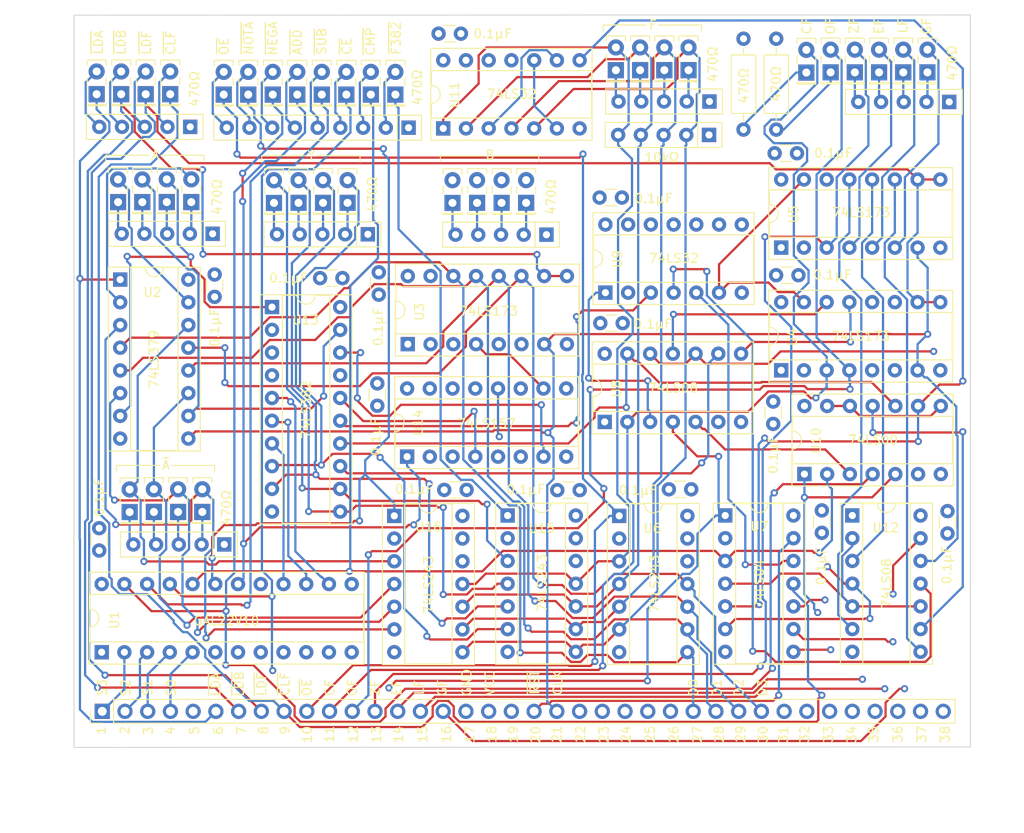
<source format=kicad_pcb>
(kicad_pcb (version 20171130) (host pcbnew "(5.1.4-0-10_14)")
  (layers (0 F.Cu signal) (1 Gnd.Cu power) (2 Vcc.Cu power) (31 B.Cu signal) (34 B.Paste user) (35 F.Paste user) (36 B.SilkS user) (37 F.SilkS user) (38 B.Mask user) (39 F.Mask user) (44 Edge.Cuts user))
  (net 0 "")
  (net 1 GND)
  (net 2 VCC)
  (net 3 "Net-(D1-Pad2)")
  (net 4 ~LDA)
  (net 5 "Net-(D2-Pad2)")
  (net 6 ~LDB)
  (net 7 "Net-(D3-Pad2)")
  (net 8 ~LDF)
  (net 9 "Net-(D4-Pad2)")
  (net 10 ~CLF)
  (net 11 "Net-(D5-Pad2)")
  (net 12 ~OE)
  (net 13 "Net-(D6-Pad2)")
  (net 14 ~NOTA)
  (net 15 "Net-(D7-Pad2)")
  (net 16 ~NEGA)
  (net 17 "Net-(D8-Pad2)")
  (net 18 ~ADD)
  (net 19 "Net-(D9-Pad2)")
  (net 20 ~SUB)
  (net 21 "Net-(D10-Pad2)")
  (net 22 ~CE)
  (net 23 "Net-(D11-Pad2)")
  (net 24 ~CMP)
  (net 25 "Net-(D12-Pad2)")
  (net 26 ~F382)
  (net 27 A3)
  (net 28 "Net-(D13-Pad1)")
  (net 29 A2)
  (net 30 "Net-(D14-Pad1)")
  (net 31 A1)
  (net 32 "Net-(D15-Pad1)")
  (net 33 A0)
  (net 34 "Net-(D16-Pad1)")
  (net 35 B3)
  (net 36 "Net-(D17-Pad1)")
  (net 37 B2)
  (net 38 "Net-(D18-Pad1)")
  (net 39 B1)
  (net 40 "Net-(D19-Pad1)")
  (net 41 B0)
  (net 42 "Net-(D20-Pad1)")
  (net 43 Y3)
  (net 44 "Net-(D21-Pad1)")
  (net 45 Y2)
  (net 46 "Net-(D22-Pad1)")
  (net 47 Y1)
  (net 48 "Net-(D23-Pad1)")
  (net 49 Y0)
  (net 50 "Net-(D24-Pad1)")
  (net 51 ~A3)
  (net 52 "Net-(D25-Pad1)")
  (net 53 ~A2)
  (net 54 "Net-(D26-Pad1)")
  (net 55 ~A1)
  (net 56 "Net-(D27-Pad1)")
  (net 57 ~A0)
  (net 58 "Net-(D28-Pad1)")
  (net 59 F3)
  (net 60 "Net-(D29-Pad1)")
  (net 61 F2)
  (net 62 "Net-(D30-Pad1)")
  (net 63 F1)
  (net 64 "Net-(D31-Pad1)")
  (net 65 F0)
  (net 66 "Net-(D32-Pad1)")
  (net 67 CF)
  (net 68 "Net-(D33-Pad1)")
  (net 69 OF)
  (net 70 "Net-(D34-Pad1)")
  (net 71 ZF)
  (net 72 "Net-(D35-Pad1)")
  (net 73 EF)
  (net 74 "Net-(D36-Pad1)")
  (net 75 LF)
  (net 76 "Net-(D37-Pad1)")
  (net 77 GF)
  (net 78 "Net-(D38-Pad1)")
  (net 79 "Net-(J1-Pad38)")
  (net 80 "Net-(J1-Pad37)")
  (net 81 "Net-(J1-Pad36)")
  (net 82 "Net-(J1-Pad35)")
  (net 83 "Net-(J1-Pad34)")
  (net 84 "Net-(J1-Pad33)")
  (net 85 "Net-(J1-Pad32)")
  (net 86 "Net-(J1-Pad31)")
  (net 87 "Net-(J1-Pad26)")
  (net 88 "Net-(J1-Pad25)")
  (net 89 "Net-(J1-Pad24)")
  (net 90 "Net-(J1-Pad23)")
  (net 91 "Net-(J1-Pad22)")
  (net 92 CLK)
  (net 93 ~RST)
  (net 94 "Net-(J1-Pad19)")
  (net 95 "Net-(J1-Pad5)")
  (net 96 OP0)
  (net 97 OP1)
  (net 98 OP2)
  (net 99 OP3)
  (net 100 S2)
  (net 101 S1)
  (net 102 S0)
  (net 103 RSTF)
  (net 104 CFIN)
  (net 105 "Net-(U4-Pad6)")
  (net 106 OFIN)
  (net 107 "Net-(U4-Pad5)")
  (net 108 ZERO)
  (net 109 CMPE)
  (net 110 CMPL)
  (net 111 CMPG)
  (net 112 "Net-(U7-Pad12)")
  (net 113 "Net-(U10-Pad9)")
  (net 114 "Net-(U12-Pad10)")
  (net 115 "Net-(U12-Pad13)")
  (net 116 C4)
  (net 117 "Net-(U7-Pad2)")
  (net 118 "Net-(U12-Pad1)")
  (net 119 "Net-(U8-Pad6)")
  (net 120 "Net-(U10-Pad6)")
  (net 121 "Net-(U10-Pad3)")
  (net 122 "Net-(U8-Pad3)")
  (net 123 OVR)
  (net 124 "Net-(U12-Pad11)")
  (net 125 C0)
  (net 126 "Net-(U10-Pad12)")
  (net 127 "Net-(U10-Pad11)")
  (net 128 "Net-(U11-Pad10)")
  (net 129 "Net-(U11-Pad3)")
  (net 130 "Net-(U13-Pad18)")
  (net 131 "Net-(U13-Pad16)")
  (net 132 "Net-(U13-Pad4)")
  (net 133 "Net-(U13-Pad2)")
  (net 134 /D3)
  (net 135 /D2)
  (net 136 /D1)
  (net 137 /D0)
  (net 138 "Net-(U11-Pad11)")
  (net 139 "Net-(U9-Pad11)")
  (net 140 "Net-(U9-Pad8)")
  (module Package_DIP:DIP-14_W7.62mm_Socket (layer F.Cu) (at 101.95052 143.35252)
    (fp_text reference U16 (at 3.83032 1.24714) (layer F.SilkS))
    (fp_text value 74LS243 (at 3.83032 7.72922 270) (layer F.SilkS))
    (pad 14 thru_hole oval (at 7.62 0) (size 1.6 1.6) (drill 0.8) (layers *.Cu *.Mask) (net 2 VCC))
    (pad 7 thru_hole oval (at 0 15.24) (size 1.6 1.6) (drill 0.8) (layers *.Cu *.Mask) (net 1 GND))
    (pad 13 thru_hole oval (at 7.62 2.54) (size 1.6 1.6) (drill 0.8) (layers *.Cu *.Mask) (net 1 GND))
    (pad 6 thru_hole oval (at 0 12.7) (size 1.6 1.6) (drill 0.8) (layers *.Cu *.Mask) (net 57 ~A0))
    (pad 12 thru_hole oval (at 7.62 5.08) (size 1.6 1.6) (drill 0.8) (layers *.Cu *.Mask))
    (pad 5 thru_hole oval (at 0 10.16) (size 1.6 1.6) (drill 0.8) (layers *.Cu *.Mask) (net 55 ~A1))
    (pad 11 thru_hole oval (at 7.62 7.62) (size 1.6 1.6) (drill 0.8) (layers *.Cu *.Mask) (net 59 F3))
    (pad 4 thru_hole oval (at 0 7.62) (size 1.6 1.6) (drill 0.8) (layers *.Cu *.Mask) (net 53 ~A2))
    (pad 10 thru_hole oval (at 7.62 10.16) (size 1.6 1.6) (drill 0.8) (layers *.Cu *.Mask) (net 61 F2))
    (pad 3 thru_hole oval (at 0 5.08) (size 1.6 1.6) (drill 0.8) (layers *.Cu *.Mask) (net 51 ~A3))
    (pad 9 thru_hole oval (at 7.62 12.7) (size 1.6 1.6) (drill 0.8) (layers *.Cu *.Mask) (net 63 F1))
    (pad 2 thru_hole oval (at 0 2.54) (size 1.6 1.6) (drill 0.8) (layers *.Cu *.Mask))
    (pad 8 thru_hole oval (at 7.62 15.24) (size 1.6 1.6) (drill 0.8) (layers *.Cu *.Mask) (net 65 F0))
    (pad 1 thru_hole rect (at 0 0) (size 1.6 1.6) (drill 0.8) (layers *.Cu *.Mask) (net 14 ~NOTA))
  )
  (module Package_DIP:DIP-14_W7.62mm_Socket (layer F.Cu) (at 114.61496 143.32204)
    (fp_text reference U15 (at 3.79222 1.4224) (layer F.SilkS))
    (fp_text value 74LS243 (at 3.88112 7.55142 270) (layer F.SilkS))
    (pad 14 thru_hole oval (at 7.62 0) (size 1.6 1.6) (drill 0.8) (layers *.Cu *.Mask) (net 2 VCC))
    (pad 7 thru_hole oval (at 0 15.24) (size 1.6 1.6) (drill 0.8) (layers *.Cu *.Mask) (net 1 GND))
    (pad 13 thru_hole oval (at 7.62 2.54) (size 1.6 1.6) (drill 0.8) (layers *.Cu *.Mask) (net 1 GND))
    (pad 6 thru_hole oval (at 0 12.7) (size 1.6 1.6) (drill 0.8) (layers *.Cu *.Mask) (net 49 Y0))
    (pad 12 thru_hole oval (at 7.62 5.08) (size 1.6 1.6) (drill 0.8) (layers *.Cu *.Mask))
    (pad 5 thru_hole oval (at 0 10.16) (size 1.6 1.6) (drill 0.8) (layers *.Cu *.Mask) (net 47 Y1))
    (pad 11 thru_hole oval (at 7.62 7.62) (size 1.6 1.6) (drill 0.8) (layers *.Cu *.Mask) (net 59 F3))
    (pad 4 thru_hole oval (at 0 7.62) (size 1.6 1.6) (drill 0.8) (layers *.Cu *.Mask) (net 45 Y2))
    (pad 10 thru_hole oval (at 7.62 10.16) (size 1.6 1.6) (drill 0.8) (layers *.Cu *.Mask) (net 61 F2))
    (pad 3 thru_hole oval (at 0 5.08) (size 1.6 1.6) (drill 0.8) (layers *.Cu *.Mask) (net 43 Y3))
    (pad 9 thru_hole oval (at 7.62 12.7) (size 1.6 1.6) (drill 0.8) (layers *.Cu *.Mask) (net 63 F1))
    (pad 2 thru_hole oval (at 0 2.54) (size 1.6 1.6) (drill 0.8) (layers *.Cu *.Mask))
    (pad 8 thru_hole oval (at 7.62 15.24) (size 1.6 1.6) (drill 0.8) (layers *.Cu *.Mask) (net 65 F0))
    (pad 1 thru_hole rect (at 0 0) (size 1.6 1.6) (drill 0.8) (layers *.Cu *.Mask) (net 26 ~F382))
  )
  (module Package_DIP:DIP-16_W7.62mm_Socket (layer F.Cu) (at 103.38308 136.73836 90)
    (fp_text reference U14 (at 3.79222 1.2319 90) (layer F.SilkS))
    (fp_text value 74LS157 (at 3.70332 8.86968 180) (layer F.SilkS))
    (pad 16 thru_hole oval (at 7.62 0 90) (size 1.6 1.6) (drill 0.8) (layers *.Cu *.Mask) (net 2 VCC))
    (pad 8 thru_hole oval (at 0 17.78 90) (size 1.6 1.6) (drill 0.8) (layers *.Cu *.Mask) (net 1 GND))
    (pad 15 thru_hole oval (at 7.62 2.54 90) (size 1.6 1.6) (drill 0.8) (layers *.Cu *.Mask) (net 1 GND))
    (pad 7 thru_hole oval (at 0 15.24 90) (size 1.6 1.6) (drill 0.8) (layers *.Cu *.Mask) (net 130 "Net-(U13-Pad18)"))
    (pad 14 thru_hole oval (at 7.62 5.08 90) (size 1.6 1.6) (drill 0.8) (layers *.Cu *.Mask) (net 1 GND))
    (pad 6 thru_hole oval (at 0 12.7 90) (size 1.6 1.6) (drill 0.8) (layers *.Cu *.Mask) (net 37 B2))
    (pad 13 thru_hole oval (at 7.62 7.62 90) (size 1.6 1.6) (drill 0.8) (layers *.Cu *.Mask) (net 41 B0))
    (pad 5 thru_hole oval (at 0 10.16 90) (size 1.6 1.6) (drill 0.8) (layers *.Cu *.Mask) (net 1 GND))
    (pad 12 thru_hole oval (at 7.62 10.16 90) (size 1.6 1.6) (drill 0.8) (layers *.Cu *.Mask) (net 132 "Net-(U13-Pad4)"))
    (pad 4 thru_hole oval (at 0 7.62 90) (size 1.6 1.6) (drill 0.8) (layers *.Cu *.Mask) (net 131 "Net-(U13-Pad16)"))
    (pad 11 thru_hole oval (at 7.62 12.7 90) (size 1.6 1.6) (drill 0.8) (layers *.Cu *.Mask) (net 1 GND))
    (pad 3 thru_hole oval (at 0 5.08 90) (size 1.6 1.6) (drill 0.8) (layers *.Cu *.Mask) (net 35 B3))
    (pad 10 thru_hole oval (at 7.62 15.24 90) (size 1.6 1.6) (drill 0.8) (layers *.Cu *.Mask) (net 39 B1))
    (pad 2 thru_hole oval (at 0 2.54 90) (size 1.6 1.6) (drill 0.8) (layers *.Cu *.Mask) (net 1 GND))
    (pad 9 thru_hole oval (at 7.62 17.78 90) (size 1.6 1.6) (drill 0.8) (layers *.Cu *.Mask) (net 133 "Net-(U13-Pad2)"))
    (pad 1 thru_hole rect (at 0 0 90) (size 1.6 1.6) (drill 0.8) (layers *.Cu *.Mask) (net 16 ~NEGA))
  )
  (module Package_DIP:DIP-20_W7.62mm_Socket (layer F.Cu) (at 88.28532 120.02008)
    (fp_text reference U13 (at 3.75412 1.43764) (layer F.SilkS))
    (fp_text value 74LS382 (at 3.84302 11.47318 270) (layer F.SilkS))
    (pad 20 thru_hole oval (at 7.62 0) (size 1.6 1.6) (drill 0.8) (layers *.Cu *.Mask) (net 2 VCC))
    (pad 10 thru_hole oval (at 0 22.86) (size 1.6 1.6) (drill 0.8) (layers *.Cu *.Mask) (net 1 GND))
    (pad 19 thru_hole oval (at 7.62 2.54) (size 1.6 1.6) (drill 0.8) (layers *.Cu *.Mask) (net 29 A2))
    (pad 9 thru_hole oval (at 0 20.32) (size 1.6 1.6) (drill 0.8) (layers *.Cu *.Mask) (net 47 Y1))
    (pad 18 thru_hole oval (at 7.62 5.08) (size 1.6 1.6) (drill 0.8) (layers *.Cu *.Mask) (net 130 "Net-(U13-Pad18)"))
    (pad 8 thru_hole oval (at 0 17.78) (size 1.6 1.6) (drill 0.8) (layers *.Cu *.Mask) (net 49 Y0))
    (pad 17 thru_hole oval (at 7.62 7.62) (size 1.6 1.6) (drill 0.8) (layers *.Cu *.Mask) (net 27 A3))
    (pad 7 thru_hole oval (at 0 15.24) (size 1.6 1.6) (drill 0.8) (layers *.Cu *.Mask) (net 100 S2))
    (pad 16 thru_hole oval (at 7.62 10.16) (size 1.6 1.6) (drill 0.8) (layers *.Cu *.Mask) (net 131 "Net-(U13-Pad16)"))
    (pad 6 thru_hole oval (at 0 12.7) (size 1.6 1.6) (drill 0.8) (layers *.Cu *.Mask) (net 101 S1))
    (pad 15 thru_hole oval (at 7.62 12.7) (size 1.6 1.6) (drill 0.8) (layers *.Cu *.Mask) (net 125 C0))
    (pad 5 thru_hole oval (at 0 10.16) (size 1.6 1.6) (drill 0.8) (layers *.Cu *.Mask) (net 102 S0))
    (pad 14 thru_hole oval (at 7.62 15.24) (size 1.6 1.6) (drill 0.8) (layers *.Cu *.Mask) (net 116 C4))
    (pad 4 thru_hole oval (at 0 7.62) (size 1.6 1.6) (drill 0.8) (layers *.Cu *.Mask) (net 132 "Net-(U13-Pad4)"))
    (pad 13 thru_hole oval (at 7.62 17.78) (size 1.6 1.6) (drill 0.8) (layers *.Cu *.Mask) (net 123 OVR))
    (pad 3 thru_hole oval (at 0 5.08) (size 1.6 1.6) (drill 0.8) (layers *.Cu *.Mask) (net 33 A0))
    (pad 12 thru_hole oval (at 7.62 20.32) (size 1.6 1.6) (drill 0.8) (layers *.Cu *.Mask) (net 43 Y3))
    (pad 2 thru_hole oval (at 0 2.54) (size 1.6 1.6) (drill 0.8) (layers *.Cu *.Mask) (net 133 "Net-(U13-Pad2)"))
    (pad 11 thru_hole oval (at 7.62 22.86) (size 1.6 1.6) (drill 0.8) (layers *.Cu *.Mask) (net 45 Y2))
    (pad 1 thru_hole rect (at 0 0) (size 1.6 1.6) (drill 0.8) (layers *.Cu *.Mask) (net 31 A1))
  )
  (module Package_DIP:DIP-14_W7.62mm_Socket (layer F.Cu) (at 153.1366 143.31696)
    (fp_text reference U12 (at 3.72872 1.3589) (layer F.SilkS))
    (fp_text value 74LS08 (at 3.81762 7.57682 270) (layer F.SilkS))
    (pad 14 thru_hole oval (at 7.62 0) (size 1.6 1.6) (drill 0.8) (layers *.Cu *.Mask) (net 2 VCC))
    (pad 7 thru_hole oval (at 0 15.24) (size 1.6 1.6) (drill 0.8) (layers *.Cu *.Mask) (net 1 GND))
    (pad 13 thru_hole oval (at 7.62 2.54) (size 1.6 1.6) (drill 0.8) (layers *.Cu *.Mask) (net 115 "Net-(U12-Pad13)"))
    (pad 6 thru_hole oval (at 0 12.7) (size 1.6 1.6) (drill 0.8) (layers *.Cu *.Mask) (net 109 CMPE))
    (pad 12 thru_hole oval (at 7.62 5.08) (size 1.6 1.6) (drill 0.8) (layers *.Cu *.Mask) (net 92 CLK))
    (pad 5 thru_hole oval (at 0 10.16) (size 1.6 1.6) (drill 0.8) (layers *.Cu *.Mask) (net 114 "Net-(U12-Pad10)"))
    (pad 11 thru_hole oval (at 7.62 7.62) (size 1.6 1.6) (drill 0.8) (layers *.Cu *.Mask) (net 124 "Net-(U12-Pad11)"))
    (pad 4 thru_hole oval (at 0 7.62) (size 1.6 1.6) (drill 0.8) (layers *.Cu *.Mask) (net 108 ZERO))
    (pad 10 thru_hole oval (at 7.62 10.16) (size 1.6 1.6) (drill 0.8) (layers *.Cu *.Mask) (net 114 "Net-(U12-Pad10)"))
    (pad 3 thru_hole oval (at 0 5.08) (size 1.6 1.6) (drill 0.8) (layers *.Cu *.Mask) (net 110 CMPL))
    (pad 9 thru_hole oval (at 7.62 12.7) (size 1.6 1.6) (drill 0.8) (layers *.Cu *.Mask) (net 127 "Net-(U10-Pad11)"))
    (pad 2 thru_hole oval (at 0 2.54) (size 1.6 1.6) (drill 0.8) (layers *.Cu *.Mask) (net 114 "Net-(U12-Pad10)"))
    (pad 8 thru_hole oval (at 7.62 15.24) (size 1.6 1.6) (drill 0.8) (layers *.Cu *.Mask) (net 111 CMPG))
    (pad 1 thru_hole rect (at 0 0) (size 1.6 1.6) (drill 0.8) (layers *.Cu *.Mask) (net 118 "Net-(U12-Pad1)"))
  )
  (module Package_DIP:DIP-14_W7.62mm_Socket (layer F.Cu) (at 107.42168 100.03536 90)
    (fp_text reference U11 (at 3.75412 1.2573 90) (layer F.SilkS))
    (fp_text value 74LS32 (at 3.84302 7.65048 180) (layer F.SilkS))
    (pad 14 thru_hole oval (at 7.62 0 90) (size 1.6 1.6) (drill 0.8) (layers *.Cu *.Mask) (net 2 VCC))
    (pad 7 thru_hole oval (at 0 15.24 90) (size 1.6 1.6) (drill 0.8) (layers *.Cu *.Mask) (net 1 GND))
    (pad 13 thru_hole oval (at 7.62 2.54 90) (size 1.6 1.6) (drill 0.8) (layers *.Cu *.Mask) (net 1 GND))
    (pad 6 thru_hole oval (at 0 12.7 90) (size 1.6 1.6) (drill 0.8) (layers *.Cu *.Mask) (net 128 "Net-(U11-Pad10)"))
    (pad 12 thru_hole oval (at 7.62 5.08 90) (size 1.6 1.6) (drill 0.8) (layers *.Cu *.Mask) (net 1 GND))
    (pad 5 thru_hole oval (at 0 10.16 90) (size 1.6 1.6) (drill 0.8) (layers *.Cu *.Mask) (net 65 F0))
    (pad 11 thru_hole oval (at 7.62 7.62 90) (size 1.6 1.6) (drill 0.8) (layers *.Cu *.Mask) (net 138 "Net-(U11-Pad11)"))
    (pad 4 thru_hole oval (at 0 7.62 90) (size 1.6 1.6) (drill 0.8) (layers *.Cu *.Mask) (net 63 F1))
    (pad 10 thru_hole oval (at 7.62 10.16 90) (size 1.6 1.6) (drill 0.8) (layers *.Cu *.Mask) (net 128 "Net-(U11-Pad10)"))
    (pad 3 thru_hole oval (at 0 5.08 90) (size 1.6 1.6) (drill 0.8) (layers *.Cu *.Mask) (net 129 "Net-(U11-Pad3)"))
    (pad 9 thru_hole oval (at 7.62 12.7 90) (size 1.6 1.6) (drill 0.8) (layers *.Cu *.Mask) (net 129 "Net-(U11-Pad3)"))
    (pad 2 thru_hole oval (at 0 2.54 90) (size 1.6 1.6) (drill 0.8) (layers *.Cu *.Mask) (net 61 F2))
    (pad 8 thru_hole oval (at 7.62 15.24 90) (size 1.6 1.6) (drill 0.8) (layers *.Cu *.Mask) (net 113 "Net-(U10-Pad9)"))
    (pad 1 thru_hole rect (at 0 0 90) (size 1.6 1.6) (drill 0.8) (layers *.Cu *.Mask) (net 59 F3))
  )
  (module Package_DIP:DIP-14_W7.62mm_Socket (layer F.Cu) (at 147.78228 138.68908 90)
    (fp_text reference U10 (at 3.74142 1.31572 90) (layer F.SilkS))
    (fp_text value 74LS00 (at 3.83032 7.66318 180) (layer F.SilkS))
    (pad 14 thru_hole oval (at 7.62 0 90) (size 1.6 1.6) (drill 0.8) (layers *.Cu *.Mask) (net 2 VCC))
    (pad 7 thru_hole oval (at 0 15.24 90) (size 1.6 1.6) (drill 0.8) (layers *.Cu *.Mask) (net 1 GND))
    (pad 13 thru_hole oval (at 7.62 2.54 90) (size 1.6 1.6) (drill 0.8) (layers *.Cu *.Mask) (net 126 "Net-(U10-Pad12)"))
    (pad 6 thru_hole oval (at 0 12.7 90) (size 1.6 1.6) (drill 0.8) (layers *.Cu *.Mask) (net 120 "Net-(U10-Pad6)"))
    (pad 12 thru_hole oval (at 7.62 5.08 90) (size 1.6 1.6) (drill 0.8) (layers *.Cu *.Mask) (net 126 "Net-(U10-Pad12)"))
    (pad 5 thru_hole oval (at 0 10.16 90) (size 1.6 1.6) (drill 0.8) (layers *.Cu *.Mask) (net 20 ~SUB))
    (pad 11 thru_hole oval (at 7.62 7.62 90) (size 1.6 1.6) (drill 0.8) (layers *.Cu *.Mask) (net 127 "Net-(U10-Pad11)"))
    (pad 4 thru_hole oval (at 0 7.62 90) (size 1.6 1.6) (drill 0.8) (layers *.Cu *.Mask) (net 18 ~ADD))
    (pad 10 thru_hole oval (at 7.62 10.16 90) (size 1.6 1.6) (drill 0.8) (layers *.Cu *.Mask) (net 116 C4))
    (pad 3 thru_hole oval (at 0 5.08 90) (size 1.6 1.6) (drill 0.8) (layers *.Cu *.Mask) (net 121 "Net-(U10-Pad3)"))
    (pad 9 thru_hole oval (at 7.62 12.7 90) (size 1.6 1.6) (drill 0.8) (layers *.Cu *.Mask) (net 113 "Net-(U10-Pad9)"))
    (pad 2 thru_hole oval (at 0 2.54 90) (size 1.6 1.6) (drill 0.8) (layers *.Cu *.Mask) (net 24 ~CMP))
    (pad 8 thru_hole oval (at 7.62 15.24 90) (size 1.6 1.6) (drill 0.8) (layers *.Cu *.Mask) (net 126 "Net-(U10-Pad12)"))
    (pad 1 thru_hole rect (at 0 0 90) (size 1.6 1.6) (drill 0.8) (layers *.Cu *.Mask) (net 20 ~SUB))
  )
  (module Package_DIP:DIP-14_W7.62mm_Socket (layer F.Cu) (at 125.54204 118.39956 90)
    (fp_text reference U9 (at 3.75412 1.33604 90) (layer F.SilkS))
    (fp_text value 74LS32 (at 3.84302 7.64286 180) (layer F.SilkS))
    (pad 14 thru_hole oval (at 7.62 0 90) (size 1.6 1.6) (drill 0.8) (layers *.Cu *.Mask) (net 2 VCC))
    (pad 7 thru_hole oval (at 0 15.24 90) (size 1.6 1.6) (drill 0.8) (layers *.Cu *.Mask) (net 1 GND))
    (pad 13 thru_hole oval (at 7.62 2.54 90) (size 1.6 1.6) (drill 0.8) (layers *.Cu *.Mask) (net 1 GND))
    (pad 6 thru_hole oval (at 0 12.7 90) (size 1.6 1.6) (drill 0.8) (layers *.Cu *.Mask) (net 103 RSTF))
    (pad 12 thru_hole oval (at 7.62 5.08 90) (size 1.6 1.6) (drill 0.8) (layers *.Cu *.Mask) (net 1 GND))
    (pad 5 thru_hole oval (at 0 10.16 90) (size 1.6 1.6) (drill 0.8) (layers *.Cu *.Mask) (net 112 "Net-(U7-Pad12)"))
    (pad 11 thru_hole oval (at 7.62 7.62 90) (size 1.6 1.6) (drill 0.8) (layers *.Cu *.Mask) (net 139 "Net-(U9-Pad11)"))
    (pad 4 thru_hole oval (at 0 7.62 90) (size 1.6 1.6) (drill 0.8) (layers *.Cu *.Mask) (net 124 "Net-(U12-Pad11)"))
    (pad 10 thru_hole oval (at 7.62 10.16 90) (size 1.6 1.6) (drill 0.8) (layers *.Cu *.Mask) (net 1 GND))
    (pad 3 thru_hole oval (at 0 5.08 90) (size 1.6 1.6) (drill 0.8) (layers *.Cu *.Mask) (net 125 C0))
    (pad 9 thru_hole oval (at 7.62 12.7 90) (size 1.6 1.6) (drill 0.8) (layers *.Cu *.Mask) (net 1 GND))
    (pad 2 thru_hole oval (at 0 2.54 90) (size 1.6 1.6) (drill 0.8) (layers *.Cu *.Mask) (net 119 "Net-(U8-Pad6)"))
    (pad 8 thru_hole oval (at 7.62 15.24 90) (size 1.6 1.6) (drill 0.8) (layers *.Cu *.Mask) (net 140 "Net-(U9-Pad8)"))
    (pad 1 thru_hole rect (at 0 0 90) (size 1.6 1.6) (drill 0.8) (layers *.Cu *.Mask) (net 122 "Net-(U8-Pad3)"))
  )
  (module Package_DIP:DIP-14_W7.62mm_Socket (layer F.Cu) (at 125.46076 132.84708 90)
    (fp_text reference U8 (at 3.71602 1.3335 90) (layer F.SilkS))
    (fp_text value 74LS08 (at 3.80492 7.64032 180) (layer F.SilkS))
    (pad 14 thru_hole oval (at 7.62 0 90) (size 1.6 1.6) (drill 0.8) (layers *.Cu *.Mask) (net 2 VCC))
    (pad 7 thru_hole oval (at 0 15.24 90) (size 1.6 1.6) (drill 0.8) (layers *.Cu *.Mask) (net 1 GND))
    (pad 13 thru_hole oval (at 7.62 2.54 90) (size 1.6 1.6) (drill 0.8) (layers *.Cu *.Mask) (net 116 C4))
    (pad 6 thru_hole oval (at 0 12.7 90) (size 1.6 1.6) (drill 0.8) (layers *.Cu *.Mask) (net 119 "Net-(U8-Pad6)"))
    (pad 12 thru_hole oval (at 7.62 5.08 90) (size 1.6 1.6) (drill 0.8) (layers *.Cu *.Mask) (net 120 "Net-(U10-Pad6)"))
    (pad 5 thru_hole oval (at 0 10.16 90) (size 1.6 1.6) (drill 0.8) (layers *.Cu *.Mask) (net 121 "Net-(U10-Pad3)"))
    (pad 11 thru_hole oval (at 7.62 7.62 90) (size 1.6 1.6) (drill 0.8) (layers *.Cu *.Mask) (net 104 CFIN))
    (pad 4 thru_hole oval (at 0 7.62 90) (size 1.6 1.6) (drill 0.8) (layers *.Cu *.Mask) (net 22 ~CE))
    (pad 10 thru_hole oval (at 7.62 10.16 90) (size 1.6 1.6) (drill 0.8) (layers *.Cu *.Mask) (net 120 "Net-(U10-Pad6)"))
    (pad 3 thru_hole oval (at 0 5.08 90) (size 1.6 1.6) (drill 0.8) (layers *.Cu *.Mask) (net 122 "Net-(U8-Pad3)"))
    (pad 9 thru_hole oval (at 7.62 12.7 90) (size 1.6 1.6) (drill 0.8) (layers *.Cu *.Mask) (net 123 OVR))
    (pad 2 thru_hole oval (at 0 2.54 90) (size 1.6 1.6) (drill 0.8) (layers *.Cu *.Mask) (net 67 CF))
    (pad 8 thru_hole oval (at 7.62 15.24 90) (size 1.6 1.6) (drill 0.8) (layers *.Cu *.Mask) (net 106 OFIN))
    (pad 1 thru_hole rect (at 0 0 90) (size 1.6 1.6) (drill 0.8) (layers *.Cu *.Mask) (net 117 "Net-(U7-Pad2)"))
  )
  (module Package_DIP:DIP-14_W7.62mm_Socket (layer F.Cu) (at 138.93292 143.31696)
    (fp_text reference U7 (at 3.81762 1.2319) (layer F.SilkS))
    (fp_text value 74LS04 (at 3.81762 7.71398 270) (layer F.SilkS))
    (pad 14 thru_hole oval (at 7.62 0) (size 1.6 1.6) (drill 0.8) (layers *.Cu *.Mask) (net 2 VCC))
    (pad 7 thru_hole oval (at 0 15.24) (size 1.6 1.6) (drill 0.8) (layers *.Cu *.Mask) (net 1 GND))
    (pad 13 thru_hole oval (at 7.62 2.54) (size 1.6 1.6) (drill 0.8) (layers *.Cu *.Mask) (net 93 ~RST))
    (pad 6 thru_hole oval (at 0 12.7) (size 1.6 1.6) (drill 0.8) (layers *.Cu *.Mask) (net 108 ZERO))
    (pad 12 thru_hole oval (at 7.62 5.08) (size 1.6 1.6) (drill 0.8) (layers *.Cu *.Mask) (net 112 "Net-(U7-Pad12)"))
    (pad 5 thru_hole oval (at 0 10.16) (size 1.6 1.6) (drill 0.8) (layers *.Cu *.Mask) (net 113 "Net-(U10-Pad9)"))
    (pad 11 thru_hole oval (at 7.62 7.62) (size 1.6 1.6) (drill 0.8) (layers *.Cu *.Mask) (net 10 ~CLF))
    (pad 4 thru_hole oval (at 0 7.62) (size 1.6 1.6) (drill 0.8) (layers *.Cu *.Mask) (net 114 "Net-(U12-Pad10)"))
    (pad 10 thru_hole oval (at 7.62 10.16) (size 1.6 1.6) (drill 0.8) (layers *.Cu *.Mask) (net 115 "Net-(U12-Pad13)"))
    (pad 3 thru_hole oval (at 0 5.08) (size 1.6 1.6) (drill 0.8) (layers *.Cu *.Mask) (net 24 ~CMP))
    (pad 9 thru_hole oval (at 7.62 12.7) (size 1.6 1.6) (drill 0.8) (layers *.Cu *.Mask) (net 116 C4))
    (pad 2 thru_hole oval (at 0 2.54) (size 1.6 1.6) (drill 0.8) (layers *.Cu *.Mask) (net 117 "Net-(U7-Pad2)"))
    (pad 8 thru_hole oval (at 7.62 15.24) (size 1.6 1.6) (drill 0.8) (layers *.Cu *.Mask) (net 118 "Net-(U12-Pad1)"))
    (pad 1 thru_hole rect (at 0 0) (size 1.6 1.6) (drill 0.8) (layers *.Cu *.Mask) (net 22 ~CE))
  )
  (module Package_DIP:DIP-14_W7.62mm_Socket (layer F.Cu) (at 127.08636 143.35252)
    (fp_text reference U6 (at 3.70332 1.39446) (layer F.SilkS))
    (fp_text value 74LS243 (at 3.97002 7.61238 270) (layer F.SilkS))
    (pad 14 thru_hole oval (at 7.62 0) (size 1.6 1.6) (drill 0.8) (layers *.Cu *.Mask) (net 2 VCC))
    (pad 7 thru_hole oval (at 0 15.24) (size 1.6 1.6) (drill 0.8) (layers *.Cu *.Mask) (net 1 GND))
    (pad 13 thru_hole oval (at 7.62 2.54) (size 1.6 1.6) (drill 0.8) (layers *.Cu *.Mask) (net 1 GND))
    (pad 6 thru_hole oval (at 0 12.7) (size 1.6 1.6) (drill 0.8) (layers *.Cu *.Mask) (net 65 F0))
    (pad 12 thru_hole oval (at 7.62 5.08) (size 1.6 1.6) (drill 0.8) (layers *.Cu *.Mask))
    (pad 5 thru_hole oval (at 0 10.16) (size 1.6 1.6) (drill 0.8) (layers *.Cu *.Mask) (net 63 F1))
    (pad 11 thru_hole oval (at 7.62 7.62) (size 1.6 1.6) (drill 0.8) (layers *.Cu *.Mask) (net 134 /D3))
    (pad 4 thru_hole oval (at 0 7.62) (size 1.6 1.6) (drill 0.8) (layers *.Cu *.Mask) (net 61 F2))
    (pad 10 thru_hole oval (at 7.62 10.16) (size 1.6 1.6) (drill 0.8) (layers *.Cu *.Mask) (net 135 /D2))
    (pad 3 thru_hole oval (at 0 5.08) (size 1.6 1.6) (drill 0.8) (layers *.Cu *.Mask) (net 59 F3))
    (pad 9 thru_hole oval (at 7.62 12.7) (size 1.6 1.6) (drill 0.8) (layers *.Cu *.Mask) (net 136 /D1))
    (pad 2 thru_hole oval (at 0 2.54) (size 1.6 1.6) (drill 0.8) (layers *.Cu *.Mask))
    (pad 8 thru_hole oval (at 7.62 15.24) (size 1.6 1.6) (drill 0.8) (layers *.Cu *.Mask) (net 137 /D0))
    (pad 1 thru_hole rect (at 0 0) (size 1.6 1.6) (drill 0.8) (layers *.Cu *.Mask) (net 12 ~OE))
  )
  (module Package_DIP:DIP-16_W7.62mm_Socket (layer F.Cu) (at 145.1864 113.36528 90)
    (fp_text reference U5 (at 3.72872 1.397 90) (layer F.SilkS))
    (fp_text value 74LS173 (at 3.92938 8.94842 180) (layer F.SilkS))
    (pad 16 thru_hole oval (at 7.62 0 90) (size 1.6 1.6) (drill 0.8) (layers *.Cu *.Mask) (net 2 VCC))
    (pad 8 thru_hole oval (at 0 17.78 90) (size 1.6 1.6) (drill 0.8) (layers *.Cu *.Mask) (net 1 GND))
    (pad 15 thru_hole oval (at 7.62 2.54 90) (size 1.6 1.6) (drill 0.8) (layers *.Cu *.Mask) (net 103 RSTF))
    (pad 7 thru_hole oval (at 0 15.24 90) (size 1.6 1.6) (drill 0.8) (layers *.Cu *.Mask) (net 92 CLK))
    (pad 14 thru_hole oval (at 7.62 5.08 90) (size 1.6 1.6) (drill 0.8) (layers *.Cu *.Mask) (net 108 ZERO))
    (pad 6 thru_hole oval (at 0 12.7 90) (size 1.6 1.6) (drill 0.8) (layers *.Cu *.Mask) (net 77 GF))
    (pad 13 thru_hole oval (at 7.62 7.62 90) (size 1.6 1.6) (drill 0.8) (layers *.Cu *.Mask) (net 109 CMPE))
    (pad 5 thru_hole oval (at 0 10.16 90) (size 1.6 1.6) (drill 0.8) (layers *.Cu *.Mask) (net 75 LF))
    (pad 12 thru_hole oval (at 7.62 10.16 90) (size 1.6 1.6) (drill 0.8) (layers *.Cu *.Mask) (net 110 CMPL))
    (pad 4 thru_hole oval (at 0 7.62 90) (size 1.6 1.6) (drill 0.8) (layers *.Cu *.Mask) (net 73 EF))
    (pad 11 thru_hole oval (at 7.62 12.7 90) (size 1.6 1.6) (drill 0.8) (layers *.Cu *.Mask) (net 111 CMPG))
    (pad 3 thru_hole oval (at 0 5.08 90) (size 1.6 1.6) (drill 0.8) (layers *.Cu *.Mask) (net 71 ZF))
    (pad 10 thru_hole oval (at 7.62 15.24 90) (size 1.6 1.6) (drill 0.8) (layers *.Cu *.Mask) (net 8 ~LDF))
    (pad 2 thru_hole oval (at 0 2.54 90) (size 1.6 1.6) (drill 0.8) (layers *.Cu *.Mask) (net 1 GND))
    (pad 9 thru_hole oval (at 7.62 17.78 90) (size 1.6 1.6) (drill 0.8) (layers *.Cu *.Mask) (net 8 ~LDF))
    (pad 1 thru_hole rect (at 0 0 90) (size 1.6 1.6) (drill 0.8) (layers *.Cu *.Mask) (net 1 GND))
  )
  (module Package_DIP:DIP-16_W7.62mm_Socket (layer F.Cu) (at 145.1864 127.08128 90)
    (fp_text reference U4 (at 3.70332 1.2446 90) (layer F.SilkS))
    (fp_text value 74LS173 (at 3.81508 8.88492 180) (layer F.SilkS))
    (pad 16 thru_hole oval (at 7.62 0 90) (size 1.6 1.6) (drill 0.8) (layers *.Cu *.Mask) (net 2 VCC))
    (pad 8 thru_hole oval (at 0 17.78 90) (size 1.6 1.6) (drill 0.8) (layers *.Cu *.Mask) (net 1 GND))
    (pad 15 thru_hole oval (at 7.62 2.54 90) (size 1.6 1.6) (drill 0.8) (layers *.Cu *.Mask) (net 103 RSTF))
    (pad 7 thru_hole oval (at 0 15.24 90) (size 1.6 1.6) (drill 0.8) (layers *.Cu *.Mask) (net 92 CLK))
    (pad 14 thru_hole oval (at 7.62 5.08 90) (size 1.6 1.6) (drill 0.8) (layers *.Cu *.Mask) (net 104 CFIN))
    (pad 6 thru_hole oval (at 0 12.7 90) (size 1.6 1.6) (drill 0.8) (layers *.Cu *.Mask) (net 105 "Net-(U4-Pad6)"))
    (pad 13 thru_hole oval (at 7.62 7.62 90) (size 1.6 1.6) (drill 0.8) (layers *.Cu *.Mask) (net 106 OFIN))
    (pad 5 thru_hole oval (at 0 10.16 90) (size 1.6 1.6) (drill 0.8) (layers *.Cu *.Mask) (net 107 "Net-(U4-Pad5)"))
    (pad 12 thru_hole oval (at 7.62 10.16 90) (size 1.6 1.6) (drill 0.8) (layers *.Cu *.Mask) (net 1 GND))
    (pad 4 thru_hole oval (at 0 7.62 90) (size 1.6 1.6) (drill 0.8) (layers *.Cu *.Mask) (net 69 OF))
    (pad 11 thru_hole oval (at 7.62 12.7 90) (size 1.6 1.6) (drill 0.8) (layers *.Cu *.Mask) (net 1 GND))
    (pad 3 thru_hole oval (at 0 5.08 90) (size 1.6 1.6) (drill 0.8) (layers *.Cu *.Mask) (net 67 CF))
    (pad 10 thru_hole oval (at 7.62 15.24 90) (size 1.6 1.6) (drill 0.8) (layers *.Cu *.Mask) (net 8 ~LDF))
    (pad 2 thru_hole oval (at 0 2.54 90) (size 1.6 1.6) (drill 0.8) (layers *.Cu *.Mask) (net 1 GND))
    (pad 9 thru_hole oval (at 7.62 17.78 90) (size 1.6 1.6) (drill 0.8) (layers *.Cu *.Mask) (net 8 ~LDF))
    (pad 1 thru_hole rect (at 0 0 90) (size 1.6 1.6) (drill 0.8) (layers *.Cu *.Mask) (net 1 GND))
  )
  (module Package_DIP:DIP-16_W7.62mm_Socket (layer F.Cu) (at 103.46436 124.16028 90)
    (fp_text reference U3 (at 3.60172 1.30302 90) (layer F.SilkS))
    (fp_text value 74LS173 (at 3.69062 9.0297 180) (layer F.SilkS))
    (pad 16 thru_hole oval (at 7.62 0 90) (size 1.6 1.6) (drill 0.8) (layers *.Cu *.Mask) (net 2 VCC))
    (pad 8 thru_hole oval (at 0 17.78 90) (size 1.6 1.6) (drill 0.8) (layers *.Cu *.Mask) (net 1 GND))
    (pad 15 thru_hole oval (at 7.62 2.54 90) (size 1.6 1.6) (drill 0.8) (layers *.Cu *.Mask) (net 1 GND))
    (pad 7 thru_hole oval (at 0 15.24 90) (size 1.6 1.6) (drill 0.8) (layers *.Cu *.Mask) (net 92 CLK))
    (pad 14 thru_hole oval (at 7.62 5.08 90) (size 1.6 1.6) (drill 0.8) (layers *.Cu *.Mask) (net 137 /D0))
    (pad 6 thru_hole oval (at 0 12.7 90) (size 1.6 1.6) (drill 0.8) (layers *.Cu *.Mask) (net 35 B3))
    (pad 13 thru_hole oval (at 7.62 7.62 90) (size 1.6 1.6) (drill 0.8) (layers *.Cu *.Mask) (net 136 /D1))
    (pad 5 thru_hole oval (at 0 10.16 90) (size 1.6 1.6) (drill 0.8) (layers *.Cu *.Mask) (net 37 B2))
    (pad 12 thru_hole oval (at 7.62 10.16 90) (size 1.6 1.6) (drill 0.8) (layers *.Cu *.Mask) (net 135 /D2))
    (pad 4 thru_hole oval (at 0 7.62 90) (size 1.6 1.6) (drill 0.8) (layers *.Cu *.Mask) (net 39 B1))
    (pad 11 thru_hole oval (at 7.62 12.7 90) (size 1.6 1.6) (drill 0.8) (layers *.Cu *.Mask) (net 134 /D3))
    (pad 3 thru_hole oval (at 0 5.08 90) (size 1.6 1.6) (drill 0.8) (layers *.Cu *.Mask) (net 41 B0))
    (pad 10 thru_hole oval (at 7.62 15.24 90) (size 1.6 1.6) (drill 0.8) (layers *.Cu *.Mask) (net 6 ~LDB))
    (pad 2 thru_hole oval (at 0 2.54 90) (size 1.6 1.6) (drill 0.8) (layers *.Cu *.Mask) (net 1 GND))
    (pad 9 thru_hole oval (at 7.62 17.78 90) (size 1.6 1.6) (drill 0.8) (layers *.Cu *.Mask) (net 6 ~LDB))
    (pad 1 thru_hole rect (at 0 0 90) (size 1.6 1.6) (drill 0.8) (layers *.Cu *.Mask) (net 1 GND))
  )
  (module Package_DIP:DIP-16_W7.62mm_Socket (layer F.Cu) (at 71.3232 116.93652)
    (fp_text reference U2 hide)
    (fp_text value 74LS379 (at 3.77952 8.88746 270) (layer F.SilkS))
    (fp_text user %R (at 3.60172 1.42748) (layer F.SilkS))
    (pad 16 thru_hole oval (at 7.62 0) (size 1.6 1.6) (drill 0.8) (layers *.Cu *.Mask) (net 2 VCC))
    (pad 8 thru_hole oval (at 0 17.78) (size 1.6 1.6) (drill 0.8) (layers *.Cu *.Mask) (net 1 GND))
    (pad 15 thru_hole oval (at 7.62 2.54) (size 1.6 1.6) (drill 0.8) (layers *.Cu *.Mask) (net 27 A3))
    (pad 7 thru_hole oval (at 0 15.24) (size 1.6 1.6) (drill 0.8) (layers *.Cu *.Mask) (net 31 A1))
    (pad 14 thru_hole oval (at 7.62 5.08) (size 1.6 1.6) (drill 0.8) (layers *.Cu *.Mask) (net 51 ~A3))
    (pad 6 thru_hole oval (at 0 12.7) (size 1.6 1.6) (drill 0.8) (layers *.Cu *.Mask) (net 55 ~A1))
    (pad 13 thru_hole oval (at 7.62 7.62) (size 1.6 1.6) (drill 0.8) (layers *.Cu *.Mask) (net 134 /D3))
    (pad 5 thru_hole oval (at 0 10.16) (size 1.6 1.6) (drill 0.8) (layers *.Cu *.Mask) (net 136 /D1))
    (pad 12 thru_hole oval (at 7.62 10.16) (size 1.6 1.6) (drill 0.8) (layers *.Cu *.Mask) (net 135 /D2))
    (pad 4 thru_hole oval (at 0 7.62) (size 1.6 1.6) (drill 0.8) (layers *.Cu *.Mask) (net 137 /D0))
    (pad 11 thru_hole oval (at 7.62 12.7) (size 1.6 1.6) (drill 0.8) (layers *.Cu *.Mask) (net 53 ~A2))
    (pad 3 thru_hole oval (at 0 5.08) (size 1.6 1.6) (drill 0.8) (layers *.Cu *.Mask) (net 57 ~A0))
    (pad 10 thru_hole oval (at 7.62 15.24) (size 1.6 1.6) (drill 0.8) (layers *.Cu *.Mask) (net 29 A2))
    (pad 2 thru_hole oval (at 0 2.54) (size 1.6 1.6) (drill 0.8) (layers *.Cu *.Mask) (net 33 A0))
    (pad 9 thru_hole oval (at 7.62 17.78) (size 1.6 1.6) (drill 0.8) (layers *.Cu *.Mask) (net 92 CLK))
    (pad 1 thru_hole rect (at 0 0) (size 1.6 1.6) (drill 0.8) (layers *.Cu *.Mask) (net 4 ~LDA))
  )
  (module Package_DIP:DIP-24_W7.62mm_Socket (layer F.Cu) (at 69.25056 158.60268 90)
    (fp_text reference U1 hide)
    (fp_text value GAL22V10 (at 3.50774 13.95222 180) (layer F.SilkS))
    (fp_text user %R (at 3.60172 1.42494 90) (layer F.SilkS))
    (pad 24 thru_hole oval (at 7.62 0 90) (size 1.6 1.6) (drill 0.8) (layers *.Cu *.Mask) (net 2 VCC))
    (pad 12 thru_hole oval (at 0 27.94 90) (size 1.6 1.6) (drill 0.8) (layers *.Cu *.Mask) (net 1 GND))
    (pad 23 thru_hole oval (at 7.62 2.54 90) (size 1.6 1.6) (drill 0.8) (layers *.Cu *.Mask) (net 18 ~ADD))
    (pad 11 thru_hole oval (at 0 25.4 90) (size 1.6 1.6) (drill 0.8) (layers *.Cu *.Mask) (net 1 GND))
    (pad 22 thru_hole oval (at 7.62 5.08 90) (size 1.6 1.6) (drill 0.8) (layers *.Cu *.Mask) (net 20 ~SUB))
    (pad 10 thru_hole oval (at 0 22.86 90) (size 1.6 1.6) (drill 0.8) (layers *.Cu *.Mask) (net 1 GND))
    (pad 21 thru_hole oval (at 7.62 7.62 90) (size 1.6 1.6) (drill 0.8) (layers *.Cu *.Mask) (net 22 ~CE))
    (pad 9 thru_hole oval (at 0 20.32 90) (size 1.6 1.6) (drill 0.8) (layers *.Cu *.Mask) (net 1 GND))
    (pad 20 thru_hole oval (at 7.62 10.16 90) (size 1.6 1.6) (drill 0.8) (layers *.Cu *.Mask) (net 24 ~CMP))
    (pad 8 thru_hole oval (at 0 17.78 90) (size 1.6 1.6) (drill 0.8) (layers *.Cu *.Mask) (net 1 GND))
    (pad 19 thru_hole oval (at 7.62 12.7 90) (size 1.6 1.6) (drill 0.8) (layers *.Cu *.Mask) (net 14 ~NOTA))
    (pad 7 thru_hole oval (at 0 15.24 90) (size 1.6 1.6) (drill 0.8) (layers *.Cu *.Mask) (net 1 GND))
    (pad 18 thru_hole oval (at 7.62 15.24 90) (size 1.6 1.6) (drill 0.8) (layers *.Cu *.Mask) (net 16 ~NEGA))
    (pad 6 thru_hole oval (at 0 12.7 90) (size 1.6 1.6) (drill 0.8) (layers *.Cu *.Mask) (net 1 GND))
    (pad 17 thru_hole oval (at 7.62 17.78 90) (size 1.6 1.6) (drill 0.8) (layers *.Cu *.Mask) (net 26 ~F382))
    (pad 5 thru_hole oval (at 0 10.16 90) (size 1.6 1.6) (drill 0.8) (layers *.Cu *.Mask) (net 96 OP0))
    (pad 16 thru_hole oval (at 7.62 20.32 90) (size 1.6 1.6) (drill 0.8) (layers *.Cu *.Mask) (net 100 S2))
    (pad 4 thru_hole oval (at 0 7.62 90) (size 1.6 1.6) (drill 0.8) (layers *.Cu *.Mask) (net 97 OP1))
    (pad 15 thru_hole oval (at 7.62 22.86 90) (size 1.6 1.6) (drill 0.8) (layers *.Cu *.Mask) (net 101 S1))
    (pad 3 thru_hole oval (at 0 5.08 90) (size 1.6 1.6) (drill 0.8) (layers *.Cu *.Mask) (net 98 OP2))
    (pad 14 thru_hole oval (at 7.62 25.4 90) (size 1.6 1.6) (drill 0.8) (layers *.Cu *.Mask) (net 102 S0))
    (pad 2 thru_hole oval (at 0 2.54 90) (size 1.6 1.6) (drill 0.8) (layers *.Cu *.Mask) (net 99 OP3))
    (pad 13 thru_hole oval (at 7.62 27.94 90) (size 1.6 1.6) (drill 0.8) (layers *.Cu *.Mask) (net 1 GND))
    (pad 1 thru_hole rect (at 0 0 90) (size 1.6 1.6) (drill 0.8) (layers *.Cu *.Mask) (net 1 GND))
  )
  (module Resistor_THT:R_Array_SIP5 (layer F.Cu) (at 163.96466 97.07372 180)
    (fp_text reference RN9 hide)
    (fp_text value 470Ω (at -0.33782 4.35102 90) (layer F.SilkS))
    (pad 5 thru_hole oval (at 10.16 0 180) (size 1.6 1.6) (drill 0.8) (layers *.Cu *.Mask) (net 72 "Net-(D35-Pad1)"))
    (pad 4 thru_hole oval (at 7.62 0 180) (size 1.6 1.6) (drill 0.8) (layers *.Cu *.Mask) (net 74 "Net-(D36-Pad1)"))
    (pad 3 thru_hole oval (at 5.08 0 180) (size 1.6 1.6) (drill 0.8) (layers *.Cu *.Mask) (net 76 "Net-(D37-Pad1)"))
    (pad 2 thru_hole oval (at 2.54 0 180) (size 1.6 1.6) (drill 0.8) (layers *.Cu *.Mask) (net 78 "Net-(D38-Pad1)"))
    (pad 1 thru_hole rect (at 0 0 180) (size 1.6 1.6) (drill 0.8) (layers *.Cu *.Mask) (net 1 GND))
  )
  (module Resistor_THT:R_Array_SIP5 (layer F.Cu) (at 137.12292 100.76254 180)
    (fp_text reference RN8 hide)
    (fp_text value 10kΩ (at 5.27152 -2.51386) (layer F.SilkS))
    (pad 5 thru_hole oval (at 10.16 0 180) (size 1.6 1.6) (drill 0.8) (layers *.Cu *.Mask) (net 59 F3))
    (pad 4 thru_hole oval (at 7.62 0 180) (size 1.6 1.6) (drill 0.8) (layers *.Cu *.Mask) (net 61 F2))
    (pad 3 thru_hole oval (at 5.08 0 180) (size 1.6 1.6) (drill 0.8) (layers *.Cu *.Mask) (net 63 F1))
    (pad 2 thru_hole oval (at 2.54 0 180) (size 1.6 1.6) (drill 0.8) (layers *.Cu *.Mask) (net 65 F0))
    (pad 1 thru_hole rect (at 0 0 180) (size 1.6 1.6) (drill 0.8) (layers *.Cu *.Mask) (net 1 GND))
  )
  (module Resistor_THT:R_Array_SIP5 (layer F.Cu) (at 137.17118 97.02366 180)
    (fp_text reference RN7 hide)
    (fp_text value 470Ω (at -0.37084 4.16306 90) (layer F.SilkS))
    (pad 5 thru_hole oval (at 10.16 0 180) (size 1.6 1.6) (drill 0.8) (layers *.Cu *.Mask) (net 60 "Net-(D29-Pad1)"))
    (pad 4 thru_hole oval (at 7.62 0 180) (size 1.6 1.6) (drill 0.8) (layers *.Cu *.Mask) (net 62 "Net-(D30-Pad1)"))
    (pad 3 thru_hole oval (at 5.08 0 180) (size 1.6 1.6) (drill 0.8) (layers *.Cu *.Mask) (net 64 "Net-(D31-Pad1)"))
    (pad 2 thru_hole oval (at 2.54 0 180) (size 1.6 1.6) (drill 0.8) (layers *.Cu *.Mask) (net 66 "Net-(D32-Pad1)"))
    (pad 1 thru_hole rect (at 0 0 180) (size 1.6 1.6) (drill 0.8) (layers *.Cu *.Mask) (net 1 GND))
  )
  (module Resistor_THT:R_Array_SIP5 (layer F.Cu) (at 82.95494 146.55352 180)
    (fp_text reference RN6 hide)
    (fp_text value 470Ω (at -0.24638 4.09702 90) (layer F.SilkS))
    (pad 5 thru_hole oval (at 10.16 0 180) (size 1.6 1.6) (drill 0.8) (layers *.Cu *.Mask) (net 52 "Net-(D25-Pad1)"))
    (pad 4 thru_hole oval (at 7.62 0 180) (size 1.6 1.6) (drill 0.8) (layers *.Cu *.Mask) (net 54 "Net-(D26-Pad1)"))
    (pad 3 thru_hole oval (at 5.08 0 180) (size 1.6 1.6) (drill 0.8) (layers *.Cu *.Mask) (net 56 "Net-(D27-Pad1)"))
    (pad 2 thru_hole oval (at 2.54 0 180) (size 1.6 1.6) (drill 0.8) (layers *.Cu *.Mask) (net 58 "Net-(D28-Pad1)"))
    (pad 1 thru_hole rect (at 0 0 180) (size 1.6 1.6) (drill 0.8) (layers *.Cu *.Mask) (net 1 GND))
  )
  (module Resistor_THT:R_Array_SIP5 (layer F.Cu) (at 99.00014 111.87556 180)
    (fp_text reference RN5 hide)
    (fp_text value 470Ω (at -0.51054 4.45262 90) (layer F.SilkS))
    (pad 5 thru_hole oval (at 10.16 0 180) (size 1.6 1.6) (drill 0.8) (layers *.Cu *.Mask) (net 44 "Net-(D21-Pad1)"))
    (pad 4 thru_hole oval (at 7.62 0 180) (size 1.6 1.6) (drill 0.8) (layers *.Cu *.Mask) (net 46 "Net-(D22-Pad1)"))
    (pad 3 thru_hole oval (at 5.08 0 180) (size 1.6 1.6) (drill 0.8) (layers *.Cu *.Mask) (net 48 "Net-(D23-Pad1)"))
    (pad 2 thru_hole oval (at 2.54 0 180) (size 1.6 1.6) (drill 0.8) (layers *.Cu *.Mask) (net 50 "Net-(D24-Pad1)"))
    (pad 1 thru_hole rect (at 0 0 180) (size 1.6 1.6) (drill 0.8) (layers *.Cu *.Mask) (net 1 GND))
  )
  (module Resistor_THT:R_Array_SIP5 (layer F.Cu) (at 118.95582 111.92002 180)
    (fp_text reference RN4 hide)
    (fp_text value 470Ω (at -0.51562 4.21894 90) (layer F.SilkS))
    (pad 5 thru_hole oval (at 10.16 0 180) (size 1.6 1.6) (drill 0.8) (layers *.Cu *.Mask) (net 36 "Net-(D17-Pad1)"))
    (pad 4 thru_hole oval (at 7.62 0 180) (size 1.6 1.6) (drill 0.8) (layers *.Cu *.Mask) (net 38 "Net-(D18-Pad1)"))
    (pad 3 thru_hole oval (at 5.08 0 180) (size 1.6 1.6) (drill 0.8) (layers *.Cu *.Mask) (net 40 "Net-(D19-Pad1)"))
    (pad 2 thru_hole oval (at 2.54 0 180) (size 1.6 1.6) (drill 0.8) (layers *.Cu *.Mask) (net 42 "Net-(D20-Pad1)"))
    (pad 1 thru_hole rect (at 0 0 180) (size 1.6 1.6) (drill 0.8) (layers *.Cu *.Mask) (net 1 GND))
  )
  (module Resistor_THT:R_Array_SIP5 (layer F.Cu) (at 81.65084 111.81842 180)
    (fp_text reference RN3 hide)
    (fp_text value 470Ω (at -0.49784 4.12242 90) (layer F.SilkS))
    (pad 5 thru_hole oval (at 10.16 0 180) (size 1.6 1.6) (drill 0.8) (layers *.Cu *.Mask) (net 28 "Net-(D13-Pad1)"))
    (pad 4 thru_hole oval (at 7.62 0 180) (size 1.6 1.6) (drill 0.8) (layers *.Cu *.Mask) (net 30 "Net-(D14-Pad1)"))
    (pad 3 thru_hole oval (at 5.08 0 180) (size 1.6 1.6) (drill 0.8) (layers *.Cu *.Mask) (net 32 "Net-(D15-Pad1)"))
    (pad 2 thru_hole oval (at 2.54 0 180) (size 1.6 1.6) (drill 0.8) (layers *.Cu *.Mask) (net 34 "Net-(D16-Pad1)"))
    (pad 1 thru_hole rect (at 0 0 180) (size 1.6 1.6) (drill 0.8) (layers *.Cu *.Mask) (net 1 GND))
  )
  (module Resistor_THT:R_Array_SIP9 (layer F.Cu) (at 103.54818 99.95662 180)
    (fp_text reference RN2 hide)
    (fp_text value 470Ω (at -0.97536 4.51358 90) (layer F.SilkS))
    (pad 9 thru_hole oval (at 20.32 0 180) (size 1.6 1.6) (drill 0.8) (layers *.Cu *.Mask) (net 11 "Net-(D5-Pad2)"))
    (pad 8 thru_hole oval (at 17.78 0 180) (size 1.6 1.6) (drill 0.8) (layers *.Cu *.Mask) (net 13 "Net-(D6-Pad2)"))
    (pad 7 thru_hole oval (at 15.24 0 180) (size 1.6 1.6) (drill 0.8) (layers *.Cu *.Mask) (net 15 "Net-(D7-Pad2)"))
    (pad 6 thru_hole oval (at 12.7 0 180) (size 1.6 1.6) (drill 0.8) (layers *.Cu *.Mask) (net 17 "Net-(D8-Pad2)"))
    (pad 5 thru_hole oval (at 10.16 0 180) (size 1.6 1.6) (drill 0.8) (layers *.Cu *.Mask) (net 19 "Net-(D9-Pad2)"))
    (pad 4 thru_hole oval (at 7.62 0 180) (size 1.6 1.6) (drill 0.8) (layers *.Cu *.Mask) (net 21 "Net-(D10-Pad2)"))
    (pad 3 thru_hole oval (at 5.08 0 180) (size 1.6 1.6) (drill 0.8) (layers *.Cu *.Mask) (net 23 "Net-(D11-Pad2)"))
    (pad 2 thru_hole oval (at 2.54 0 180) (size 1.6 1.6) (drill 0.8) (layers *.Cu *.Mask) (net 25 "Net-(D12-Pad2)"))
    (pad 1 thru_hole rect (at 0 0 180) (size 1.6 1.6) (drill 0.8) (layers *.Cu *.Mask) (net 2 VCC))
  )
  (module Resistor_THT:R_Array_SIP5 (layer F.Cu) (at 79.1464 99.86264 180)
    (fp_text reference RN1 hide)
    (fp_text value 470Ω (at -0.4826 4.24434 90) (layer F.SilkS))
    (pad 5 thru_hole oval (at 10.16 0 180) (size 1.6 1.6) (drill 0.8) (layers *.Cu *.Mask) (net 3 "Net-(D1-Pad2)"))
    (pad 4 thru_hole oval (at 7.62 0 180) (size 1.6 1.6) (drill 0.8) (layers *.Cu *.Mask) (net 5 "Net-(D2-Pad2)"))
    (pad 3 thru_hole oval (at 5.08 0 180) (size 1.6 1.6) (drill 0.8) (layers *.Cu *.Mask) (net 7 "Net-(D3-Pad2)"))
    (pad 2 thru_hole oval (at 2.54 0 180) (size 1.6 1.6) (drill 0.8) (layers *.Cu *.Mask) (net 9 "Net-(D4-Pad2)"))
    (pad 1 thru_hole rect (at 0 0 180) (size 1.6 1.6) (drill 0.8) (layers *.Cu *.Mask) (net 2 VCC))
  )
  (module Resistor_THT:R_Axial_DIN0207_L6.3mm_D2.5mm_P10.16mm_Horizontal (layer F.Cu) (at 144.63268 100.16744 90)
    (fp_text reference R2 hide)
    (fp_text value 470Ω (at 5.11166 -0.00826 90) (layer F.SilkS))
    (pad 2 thru_hole oval (at 10.16 0 90) (size 1.6 1.6) (drill 0.8) (layers *.Cu *.Mask) (net 1 GND))
    (pad 1 thru_hole circle (at 0 0 90) (size 1.6 1.6) (drill 0.8) (layers *.Cu *.Mask) (net 70 "Net-(D34-Pad1)"))
  )
  (module Resistor_THT:R_Axial_DIN0207_L6.3mm_D2.5mm_P10.16mm_Horizontal (layer F.Cu) (at 140.97508 100.16744 90)
    (fp_text reference R1 hide)
    (fp_text value 470Ω (at 4.89282 0.03774 90) (layer F.SilkS))
    (pad 2 thru_hole oval (at 10.16 0 90) (size 1.6 1.6) (drill 0.8) (layers *.Cu *.Mask) (net 1 GND))
    (pad 1 thru_hole circle (at 0 0 90) (size 1.6 1.6) (drill 0.8) (layers *.Cu *.Mask) (net 68 "Net-(D33-Pad1)"))
  )
  (module Connector_PinHeader_2.54mm:PinHeader_1x38_P2.54mm_Vertical (layer F.Cu) (at 69.3166 165.2143 90)
    (fp_text reference J1 hide)
    (fp_text value Conn_01x38 hide)
    (pad 38 thru_hole oval (at 0 93.98 90) (size 1.7 1.7) (drill 1) (layers *.Cu *.Mask) (net 79 "Net-(J1-Pad38)"))
    (pad 37 thru_hole oval (at 0 91.44 90) (size 1.7 1.7) (drill 1) (layers *.Cu *.Mask) (net 80 "Net-(J1-Pad37)"))
    (pad 36 thru_hole oval (at 0 88.9 90) (size 1.7 1.7) (drill 1) (layers *.Cu *.Mask) (net 81 "Net-(J1-Pad36)"))
    (pad 35 thru_hole oval (at 0 86.36 90) (size 1.7 1.7) (drill 1) (layers *.Cu *.Mask) (net 82 "Net-(J1-Pad35)"))
    (pad 34 thru_hole oval (at 0 83.82 90) (size 1.7 1.7) (drill 1) (layers *.Cu *.Mask) (net 83 "Net-(J1-Pad34)"))
    (pad 33 thru_hole oval (at 0 81.28 90) (size 1.7 1.7) (drill 1) (layers *.Cu *.Mask) (net 84 "Net-(J1-Pad33)"))
    (pad 32 thru_hole oval (at 0 78.74 90) (size 1.7 1.7) (drill 1) (layers *.Cu *.Mask) (net 85 "Net-(J1-Pad32)"))
    (pad 31 thru_hole oval (at 0 76.2 90) (size 1.7 1.7) (drill 1) (layers *.Cu *.Mask) (net 86 "Net-(J1-Pad31)"))
    (pad 30 thru_hole oval (at 0 73.66 90) (size 1.7 1.7) (drill 1) (layers *.Cu *.Mask) (net 134 /D3))
    (pad 29 thru_hole oval (at 0 71.12 90) (size 1.7 1.7) (drill 1) (layers *.Cu *.Mask) (net 135 /D2))
    (pad 28 thru_hole oval (at 0 68.58 90) (size 1.7 1.7) (drill 1) (layers *.Cu *.Mask) (net 136 /D1))
    (pad 27 thru_hole oval (at 0 66.04 90) (size 1.7 1.7) (drill 1) (layers *.Cu *.Mask) (net 137 /D0))
    (pad 26 thru_hole oval (at 0 63.5 90) (size 1.7 1.7) (drill 1) (layers *.Cu *.Mask) (net 87 "Net-(J1-Pad26)"))
    (pad 25 thru_hole oval (at 0 60.96 90) (size 1.7 1.7) (drill 1) (layers *.Cu *.Mask) (net 88 "Net-(J1-Pad25)"))
    (pad 24 thru_hole oval (at 0 58.42 90) (size 1.7 1.7) (drill 1) (layers *.Cu *.Mask) (net 89 "Net-(J1-Pad24)"))
    (pad 23 thru_hole oval (at 0 55.88 90) (size 1.7 1.7) (drill 1) (layers *.Cu *.Mask) (net 90 "Net-(J1-Pad23)"))
    (pad 22 thru_hole oval (at 0 53.34 90) (size 1.7 1.7) (drill 1) (layers *.Cu *.Mask) (net 91 "Net-(J1-Pad22)"))
    (pad 21 thru_hole oval (at 0 50.8 90) (size 1.7 1.7) (drill 1) (layers *.Cu *.Mask) (net 92 CLK))
    (pad 20 thru_hole oval (at 0 48.26 90) (size 1.7 1.7) (drill 1) (layers *.Cu *.Mask) (net 93 ~RST))
    (pad 19 thru_hole oval (at 0 45.72 90) (size 1.7 1.7) (drill 1) (layers *.Cu *.Mask) (net 94 "Net-(J1-Pad19)"))
    (pad 18 thru_hole oval (at 0 43.18 90) (size 1.7 1.7) (drill 1) (layers *.Cu *.Mask) (net 2 VCC))
    (pad 17 thru_hole oval (at 0 40.64 90) (size 1.7 1.7) (drill 1) (layers *.Cu *.Mask) (net 1 GND))
    (pad 16 thru_hole oval (at 0 38.1 90) (size 1.7 1.7) (drill 1) (layers *.Cu *.Mask) (net 77 GF))
    (pad 15 thru_hole oval (at 0 35.56 90) (size 1.7 1.7) (drill 1) (layers *.Cu *.Mask) (net 75 LF))
    (pad 14 thru_hole oval (at 0 33.02 90) (size 1.7 1.7) (drill 1) (layers *.Cu *.Mask) (net 73 EF))
    (pad 13 thru_hole oval (at 0 30.48 90) (size 1.7 1.7) (drill 1) (layers *.Cu *.Mask) (net 71 ZF))
    (pad 12 thru_hole oval (at 0 27.94 90) (size 1.7 1.7) (drill 1) (layers *.Cu *.Mask) (net 69 OF))
    (pad 11 thru_hole oval (at 0 25.4 90) (size 1.7 1.7) (drill 1) (layers *.Cu *.Mask) (net 67 CF))
    (pad 10 thru_hole oval (at 0 22.86 90) (size 1.7 1.7) (drill 1) (layers *.Cu *.Mask) (net 12 ~OE))
    (pad 9 thru_hole oval (at 0 20.32 90) (size 1.7 1.7) (drill 1) (layers *.Cu *.Mask) (net 10 ~CLF))
    (pad 8 thru_hole oval (at 0 17.78 90) (size 1.7 1.7) (drill 1) (layers *.Cu *.Mask) (net 8 ~LDF))
    (pad 7 thru_hole oval (at 0 15.24 90) (size 1.7 1.7) (drill 1) (layers *.Cu *.Mask) (net 6 ~LDB))
    (pad 6 thru_hole oval (at 0 12.7 90) (size 1.7 1.7) (drill 1) (layers *.Cu *.Mask) (net 4 ~LDA))
    (pad 5 thru_hole oval (at 0 10.16 90) (size 1.7 1.7) (drill 1) (layers *.Cu *.Mask) (net 95 "Net-(J1-Pad5)"))
    (pad 4 thru_hole oval (at 0 7.62 90) (size 1.7 1.7) (drill 1) (layers *.Cu *.Mask) (net 96 OP0))
    (pad 3 thru_hole oval (at 0 5.08 90) (size 1.7 1.7) (drill 1) (layers *.Cu *.Mask) (net 97 OP1))
    (pad 2 thru_hole oval (at 0 2.54 90) (size 1.7 1.7) (drill 1) (layers *.Cu *.Mask) (net 98 OP2))
    (pad 1 thru_hole rect (at 0 0 90) (size 1.7 1.7) (drill 1) (layers *.Cu *.Mask) (net 99 OP3))
  )
  (module LED_THT:LED_Rectangular_W5.0mm_H2.0mm (layer F.Cu) (at 161.53134 93.76918 90)
    (fp_text reference D38 hide)
    (fp_text value LED hide)
    (pad 2 thru_hole circle (at 2.54 0 90) (size 1.8 1.8) (drill 0.9) (layers *.Cu *.Mask) (net 77 GF))
    (pad 1 thru_hole rect (at 0 0 90) (size 1.8 1.8) (drill 0.9) (layers *.Cu *.Mask) (net 78 "Net-(D38-Pad1)"))
  )
  (module LED_THT:LED_Rectangular_W5.0mm_H2.0mm (layer F.Cu) (at 158.82624 93.76918 90)
    (fp_text reference D37 hide)
    (fp_text value LED hide)
    (pad 2 thru_hole circle (at 2.54 0 90) (size 1.8 1.8) (drill 0.9) (layers *.Cu *.Mask) (net 75 LF))
    (pad 1 thru_hole rect (at 0 0 90) (size 1.8 1.8) (drill 0.9) (layers *.Cu *.Mask) (net 76 "Net-(D37-Pad1)"))
  )
  (module LED_THT:LED_Rectangular_W5.0mm_H2.0mm (layer F.Cu) (at 156.12114 93.76918 90)
    (fp_text reference D36 hide)
    (fp_text value LED hide)
    (pad 2 thru_hole circle (at 2.54 0 90) (size 1.8 1.8) (drill 0.9) (layers *.Cu *.Mask) (net 73 EF))
    (pad 1 thru_hole rect (at 0 0 90) (size 1.8 1.8) (drill 0.9) (layers *.Cu *.Mask) (net 74 "Net-(D36-Pad1)"))
  )
  (module LED_THT:LED_Rectangular_W5.0mm_H2.0mm (layer F.Cu) (at 153.41604 93.76918 90)
    (fp_text reference D35 hide)
    (fp_text value LED hide)
    (pad 2 thru_hole circle (at 2.54 0 90) (size 1.8 1.8) (drill 0.9) (layers *.Cu *.Mask) (net 71 ZF))
    (pad 1 thru_hole rect (at 0 0 90) (size 1.8 1.8) (drill 0.9) (layers *.Cu *.Mask) (net 72 "Net-(D35-Pad1)"))
  )
  (module LED_THT:LED_Rectangular_W5.0mm_H2.0mm (layer F.Cu) (at 150.71094 93.76918 90)
    (fp_text reference D34 hide)
    (fp_text value LED hide)
    (pad 2 thru_hole circle (at 2.54 0 90) (size 1.8 1.8) (drill 0.9) (layers *.Cu *.Mask) (net 69 OF))
    (pad 1 thru_hole rect (at 0 0 90) (size 1.8 1.8) (drill 0.9) (layers *.Cu *.Mask) (net 70 "Net-(D34-Pad1)"))
  )
  (module LED_THT:LED_Rectangular_W5.0mm_H2.0mm (layer F.Cu) (at 147.99822 93.79204 90)
    (fp_text reference D33 hide)
    (fp_text value LED hide)
    (pad 2 thru_hole circle (at 2.54 0 90) (size 1.8 1.8) (drill 0.9) (layers *.Cu *.Mask) (net 67 CF))
    (pad 1 thru_hole rect (at 0 0 90) (size 1.8 1.8) (drill 0.9) (layers *.Cu *.Mask) (net 68 "Net-(D33-Pad1)"))
  )
  (module LED_THT:LED_Rectangular_W5.0mm_H2.0mm (layer F.Cu) (at 134.83184 93.521 90)
    (fp_text reference D32 hide)
    (fp_text value LED hide)
    (pad 2 thru_hole circle (at 2.54 0 90) (size 1.8 1.8) (drill 0.9) (layers *.Cu *.Mask) (net 65 F0))
    (pad 1 thru_hole rect (at 0 0 90) (size 1.8 1.8) (drill 0.9) (layers *.Cu *.Mask) (net 66 "Net-(D32-Pad1)"))
  )
  (module LED_THT:LED_Rectangular_W5.0mm_H2.0mm (layer F.Cu) (at 132.12674 93.521 90)
    (fp_text reference D31 hide)
    (fp_text value LED hide)
    (pad 2 thru_hole circle (at 2.54 0 90) (size 1.8 1.8) (drill 0.9) (layers *.Cu *.Mask) (net 63 F1))
    (pad 1 thru_hole rect (at 0 0 90) (size 1.8 1.8) (drill 0.9) (layers *.Cu *.Mask) (net 64 "Net-(D31-Pad1)"))
  )
  (module LED_THT:LED_Rectangular_W5.0mm_H2.0mm (layer F.Cu) (at 129.42164 93.521 90)
    (fp_text reference D30 hide)
    (fp_text value LED hide)
    (pad 2 thru_hole circle (at 2.54 0 90) (size 1.8 1.8) (drill 0.9) (layers *.Cu *.Mask) (net 61 F2))
    (pad 1 thru_hole rect (at 0 0 90) (size 1.8 1.8) (drill 0.9) (layers *.Cu *.Mask) (net 62 "Net-(D30-Pad1)"))
  )
  (module LED_THT:LED_Rectangular_W5.0mm_H2.0mm (layer F.Cu) (at 126.71146 93.52354 90)
    (fp_text reference D29 hide)
    (fp_text value LED hide)
    (pad 2 thru_hole circle (at 2.54 0 90) (size 1.8 1.8) (drill 0.9) (layers *.Cu *.Mask) (net 59 F3))
    (pad 1 thru_hole rect (at 0 0 90) (size 1.8 1.8) (drill 0.9) (layers *.Cu *.Mask) (net 60 "Net-(D29-Pad1)"))
  )
  (module LED_THT:LED_Rectangular_W5.0mm_H2.0mm (layer F.Cu) (at 80.49876 142.92132 90)
    (fp_text reference D28 hide)
    (fp_text value LED hide)
    (pad 2 thru_hole circle (at 2.54 0 90) (size 1.8 1.8) (drill 0.9) (layers *.Cu *.Mask) (net 57 ~A0))
    (pad 1 thru_hole rect (at 0 0 90) (size 1.8 1.8) (drill 0.9) (layers *.Cu *.Mask) (net 58 "Net-(D28-Pad1)"))
  )
  (module LED_THT:LED_Rectangular_W5.0mm_H2.0mm (layer F.Cu) (at 77.79366 142.92132 90)
    (fp_text reference D27 hide)
    (fp_text value LED hide)
    (pad 2 thru_hole circle (at 2.54 0 90) (size 1.8 1.8) (drill 0.9) (layers *.Cu *.Mask) (net 55 ~A1))
    (pad 1 thru_hole rect (at 0 0 90) (size 1.8 1.8) (drill 0.9) (layers *.Cu *.Mask) (net 56 "Net-(D27-Pad1)"))
  )
  (module LED_THT:LED_Rectangular_W5.0mm_H2.0mm (layer F.Cu) (at 75.08856 142.92132 90)
    (fp_text reference D26 hide)
    (fp_text value LED hide)
    (pad 2 thru_hole circle (at 2.54 0 90) (size 1.8 1.8) (drill 0.9) (layers *.Cu *.Mask) (net 53 ~A2))
    (pad 1 thru_hole rect (at 0 0 90) (size 1.8 1.8) (drill 0.9) (layers *.Cu *.Mask) (net 54 "Net-(D26-Pad1)"))
  )
  (module LED_THT:LED_Rectangular_W5.0mm_H2.0mm (layer F.Cu) (at 72.37838 142.9391 90)
    (fp_text reference D25 hide)
    (fp_text value LED hide)
    (pad 2 thru_hole circle (at 2.54 0 90) (size 1.8 1.8) (drill 0.9) (layers *.Cu *.Mask) (net 51 ~A3))
    (pad 1 thru_hole rect (at 0 0 90) (size 1.8 1.8) (drill 0.9) (layers *.Cu *.Mask) (net 52 "Net-(D25-Pad1)"))
  )
  (module LED_THT:LED_Rectangular_W5.0mm_H2.0mm (layer F.Cu) (at 96.72938 108.35766 90)
    (fp_text reference D24 hide)
    (fp_text value LED hide)
    (pad 2 thru_hole circle (at 2.54 0 90) (size 1.8 1.8) (drill 0.9) (layers *.Cu *.Mask) (net 49 Y0))
    (pad 1 thru_hole rect (at 0 0 90) (size 1.8 1.8) (drill 0.9) (layers *.Cu *.Mask) (net 50 "Net-(D24-Pad1)"))
  )
  (module LED_THT:LED_Rectangular_W5.0mm_H2.0mm (layer F.Cu) (at 93.98872 108.35766 90)
    (fp_text reference D23 hide)
    (fp_text value LED hide)
    (pad 2 thru_hole circle (at 2.54 0 90) (size 1.8 1.8) (drill 0.9) (layers *.Cu *.Mask) (net 47 Y1))
    (pad 1 thru_hole rect (at 0 0 90) (size 1.8 1.8) (drill 0.9) (layers *.Cu *.Mask) (net 48 "Net-(D23-Pad1)"))
  )
  (module LED_THT:LED_Rectangular_W5.0mm_H2.0mm (layer F.Cu) (at 91.2506 108.35766 90)
    (fp_text reference D22 hide)
    (fp_text value LED hide)
    (pad 2 thru_hole circle (at 2.54 0 90) (size 1.8 1.8) (drill 0.9) (layers *.Cu *.Mask) (net 45 Y2))
    (pad 1 thru_hole rect (at 0 0 90) (size 1.8 1.8) (drill 0.9) (layers *.Cu *.Mask) (net 46 "Net-(D22-Pad1)"))
  )
  (module LED_THT:LED_Rectangular_W5.0mm_H2.0mm (layer F.Cu) (at 88.5074 108.36528 90)
    (fp_text reference D21 hide)
    (fp_text value LED hide)
    (pad 2 thru_hole circle (at 2.54 0 90) (size 1.8 1.8) (drill 0.9) (layers *.Cu *.Mask) (net 43 Y3))
    (pad 1 thru_hole rect (at 0 0 90) (size 1.8 1.8) (drill 0.9) (layers *.Cu *.Mask) (net 44 "Net-(D21-Pad1)"))
  )
  (module LED_THT:LED_Rectangular_W5.0mm_H2.0mm (layer F.Cu) (at 116.68252 108.35894 90)
    (fp_text reference D20 hide)
    (fp_text value LED hide)
    (pad 2 thru_hole circle (at 2.54 0 90) (size 1.8 1.8) (drill 0.9) (layers *.Cu *.Mask) (net 41 B0))
    (pad 1 thru_hole rect (at 0 0 90) (size 1.8 1.8) (drill 0.9) (layers *.Cu *.Mask) (net 42 "Net-(D20-Pad1)"))
  )
  (module LED_THT:LED_Rectangular_W5.0mm_H2.0mm (layer F.Cu) (at 113.94186 108.35894 90)
    (fp_text reference D19 hide)
    (fp_text value LED hide)
    (pad 2 thru_hole circle (at 2.54 0 90) (size 1.8 1.8) (drill 0.9) (layers *.Cu *.Mask) (net 39 B1))
    (pad 1 thru_hole rect (at 0 0 90) (size 1.8 1.8) (drill 0.9) (layers *.Cu *.Mask) (net 40 "Net-(D19-Pad1)"))
  )
  (module LED_THT:LED_Rectangular_W5.0mm_H2.0mm (layer F.Cu) (at 111.2012 108.35894 90)
    (fp_text reference D18 hide)
    (fp_text value LED hide)
    (pad 2 thru_hole circle (at 2.54 0 90) (size 1.8 1.8) (drill 0.9) (layers *.Cu *.Mask) (net 37 B2))
    (pad 1 thru_hole rect (at 0 0 90) (size 1.8 1.8) (drill 0.9) (layers *.Cu *.Mask) (net 38 "Net-(D18-Pad1)"))
  )
  (module LED_THT:LED_Rectangular_W5.0mm_H2.0mm (layer F.Cu) (at 108.45546 108.36402 90)
    (fp_text reference D17 hide)
    (fp_text value LED hide)
    (pad 2 thru_hole circle (at 2.54 0 90) (size 1.8 1.8) (drill 0.9) (layers *.Cu *.Mask) (net 35 B3))
    (pad 1 thru_hole rect (at 0 0 90) (size 1.8 1.8) (drill 0.9) (layers *.Cu *.Mask) (net 36 "Net-(D17-Pad1)"))
  )
  (module LED_THT:LED_Rectangular_W5.0mm_H2.0mm (layer F.Cu) (at 79.26832 108.27258 90)
    (fp_text reference D16 hide)
    (fp_text value LED hide)
    (pad 2 thru_hole circle (at 2.54 0 90) (size 1.8 1.8) (drill 0.9) (layers *.Cu *.Mask) (net 33 A0))
    (pad 1 thru_hole rect (at 0 0 90) (size 1.8 1.8) (drill 0.9) (layers *.Cu *.Mask) (net 34 "Net-(D16-Pad1)"))
  )
  (module LED_THT:LED_Rectangular_W5.0mm_H2.0mm (layer F.Cu) (at 76.52766 108.27258 90)
    (fp_text reference D15 hide)
    (fp_text value LED hide)
    (pad 2 thru_hole circle (at 2.54 0 90) (size 1.8 1.8) (drill 0.9) (layers *.Cu *.Mask) (net 31 A1))
    (pad 1 thru_hole rect (at 0 0 90) (size 1.8 1.8) (drill 0.9) (layers *.Cu *.Mask) (net 32 "Net-(D15-Pad1)"))
  )
  (module LED_THT:LED_Rectangular_W5.0mm_H2.0mm (layer F.Cu) (at 73.79208 108.2802 90)
    (fp_text reference D14 hide)
    (fp_text value LED hide)
    (pad 2 thru_hole circle (at 2.54 0 90) (size 1.8 1.8) (drill 0.9) (layers *.Cu *.Mask) (net 29 A2))
    (pad 1 thru_hole rect (at 0 0 90) (size 1.8 1.8) (drill 0.9) (layers *.Cu *.Mask) (net 30 "Net-(D14-Pad1)"))
  )
  (module LED_THT:LED_Rectangular_W5.0mm_H2.0mm (layer F.Cu) (at 71.08444 108.2802 90)
    (fp_text reference D13 hide)
    (fp_text value LED hide)
    (pad 2 thru_hole circle (at 2.54 0 90) (size 1.8 1.8) (drill 0.9) (layers *.Cu *.Mask) (net 27 A3))
    (pad 1 thru_hole rect (at 0 0 90) (size 1.8 1.8) (drill 0.9) (layers *.Cu *.Mask) (net 28 "Net-(D13-Pad1)"))
  )
  (module LED_THT:LED_Rectangular_W5.0mm_H2.0mm (layer F.Cu) (at 102.07498 96.2533 90)
    (fp_text reference D12 hide)
    (fp_text value LED hide)
    (pad 2 thru_hole circle (at 2.54 0 90) (size 1.8 1.8) (drill 0.9) (layers *.Cu *.Mask) (net 25 "Net-(D12-Pad2)"))
    (pad 1 thru_hole rect (at 0 0 90) (size 1.8 1.8) (drill 0.9) (layers *.Cu *.Mask) (net 26 ~F382))
  )
  (module LED_THT:LED_Rectangular_W5.0mm_H2.0mm (layer F.Cu) (at 99.33432 96.2533 90)
    (fp_text reference D11 hide)
    (fp_text value LED hide)
    (pad 2 thru_hole circle (at 2.54 0 90) (size 1.8 1.8) (drill 0.9) (layers *.Cu *.Mask) (net 23 "Net-(D11-Pad2)"))
    (pad 1 thru_hole rect (at 0 0 90) (size 1.8 1.8) (drill 0.9) (layers *.Cu *.Mask) (net 24 ~CMP))
  )
  (module LED_THT:LED_Rectangular_W5.0mm_H2.0mm (layer F.Cu) (at 96.59366 96.2533 90)
    (fp_text reference D10 hide)
    (fp_text value LED hide)
    (pad 2 thru_hole circle (at 2.54 0 90) (size 1.8 1.8) (drill 0.9) (layers *.Cu *.Mask) (net 21 "Net-(D10-Pad2)"))
    (pad 1 thru_hole rect (at 0 0 90) (size 1.8 1.8) (drill 0.9) (layers *.Cu *.Mask) (net 22 ~CE))
  )
  (module LED_THT:LED_Rectangular_W5.0mm_H2.0mm (layer F.Cu) (at 93.853 96.2533 90)
    (fp_text reference D9 hide)
    (fp_text value LED hide)
    (pad 2 thru_hole circle (at 2.54 0 90) (size 1.8 1.8) (drill 0.9) (layers *.Cu *.Mask) (net 19 "Net-(D9-Pad2)"))
    (pad 1 thru_hole rect (at 0 0 90) (size 1.8 1.8) (drill 0.9) (layers *.Cu *.Mask) (net 20 ~SUB))
  )
  (module LED_THT:LED_Rectangular_W5.0mm_H2.0mm (layer F.Cu) (at 91.11234 96.2533 90)
    (fp_text reference D8 hide)
    (fp_text value LED hide)
    (pad 2 thru_hole circle (at 2.54 0 90) (size 1.8 1.8) (drill 0.9) (layers *.Cu *.Mask) (net 17 "Net-(D8-Pad2)"))
    (pad 1 thru_hole rect (at 0 0 90) (size 1.8 1.8) (drill 0.9) (layers *.Cu *.Mask) (net 18 ~ADD))
  )
  (module LED_THT:LED_Rectangular_W5.0mm_H2.0mm (layer F.Cu) (at 88.37422 96.2533 90)
    (fp_text reference D7 hide)
    (fp_text value LED hide)
    (pad 2 thru_hole circle (at 2.54 0 90) (size 1.8 1.8) (drill 0.9) (layers *.Cu *.Mask) (net 15 "Net-(D7-Pad2)"))
    (pad 1 thru_hole rect (at 0 0 90) (size 1.8 1.8) (drill 0.9) (layers *.Cu *.Mask) (net 16 ~NEGA))
  )
  (module LED_THT:LED_Rectangular_W5.0mm_H2.0mm (layer F.Cu) (at 85.63356 96.2533 90)
    (fp_text reference D6 hide)
    (fp_text value LED hide)
    (pad 2 thru_hole circle (at 2.54 0 90) (size 1.8 1.8) (drill 0.9) (layers *.Cu *.Mask) (net 13 "Net-(D6-Pad2)"))
    (pad 1 thru_hole rect (at 0 0 90) (size 1.8 1.8) (drill 0.9) (layers *.Cu *.Mask) (net 14 ~NOTA))
  )
  (module LED_THT:LED_Rectangular_W5.0mm_H2.0mm (layer F.Cu) (at 82.8929 96.2533 90)
    (fp_text reference D5 hide)
    (fp_text value LED hide)
    (pad 2 thru_hole circle (at 2.54 0 90) (size 1.8 1.8) (drill 0.9) (layers *.Cu *.Mask) (net 11 "Net-(D5-Pad2)"))
    (pad 1 thru_hole rect (at 0 0 90) (size 1.8 1.8) (drill 0.9) (layers *.Cu *.Mask) (net 12 ~OE))
  )
  (module LED_THT:LED_Rectangular_W5.0mm_H2.0mm (layer F.Cu) (at 76.91374 96.21012 90)
    (fp_text reference D4 hide)
    (fp_text value LED hide)
    (pad 2 thru_hole circle (at 2.54 0 90) (size 1.8 1.8) (drill 0.9) (layers *.Cu *.Mask) (net 9 "Net-(D4-Pad2)"))
    (pad 1 thru_hole rect (at 0 0 90) (size 1.8 1.8) (drill 0.9) (layers *.Cu *.Mask) (net 10 ~CLF))
  )
  (module LED_THT:LED_Rectangular_W5.0mm_H2.0mm (layer F.Cu) (at 74.17308 96.21012 90)
    (fp_text reference D3 hide)
    (fp_text value LED hide)
    (pad 2 thru_hole circle (at 2.54 0 90) (size 1.8 1.8) (drill 0.9) (layers *.Cu *.Mask) (net 7 "Net-(D3-Pad2)"))
    (pad 1 thru_hole rect (at 0 0 90) (size 1.8 1.8) (drill 0.9) (layers *.Cu *.Mask) (net 8 ~LDF))
  )
  (module LED_THT:LED_Rectangular_W5.0mm_H2.0mm (layer F.Cu) (at 71.43242 96.21012 90)
    (fp_text reference D2 hide)
    (fp_text value LED hide)
    (pad 2 thru_hole circle (at 2.54 0 90) (size 1.8 1.8) (drill 0.9) (layers *.Cu *.Mask) (net 5 "Net-(D2-Pad2)"))
    (pad 1 thru_hole rect (at 0 0 90) (size 1.8 1.8) (drill 0.9) (layers *.Cu *.Mask) (net 6 ~LDB))
  )
  (module LED_THT:LED_Rectangular_W5.0mm_H2.0mm (layer F.Cu) (at 68.69176 96.21012 90)
    (fp_text reference D1 hide)
    (fp_text value LED hide)
    (pad 2 thru_hole circle (at 2.54 0 90) (size 1.8 1.8) (drill 0.9) (layers *.Cu *.Mask) (net 3 "Net-(D1-Pad2)"))
    (pad 1 thru_hole rect (at 0 0 90) (size 1.8 1.8) (drill 0.9) (layers *.Cu *.Mask) (net 4 ~LDA))
  )
  (module Capacitor_THT:C_Disc_D3.0mm_W1.6mm_P2.50mm (layer F.Cu) (at 144.29232 130.57124 270)
    (fp_text reference C16 hide)
    (fp_text value 0.1µF (at 5.95122 0 90) (layer F.SilkS))
    (pad 2 thru_hole circle (at 2.5 0 270) (size 1.6 1.6) (drill 0.8) (layers *.Cu *.Mask) (net 1 GND))
    (pad 1 thru_hole circle (at 0 0 270) (size 1.6 1.6) (drill 0.8) (layers *.Cu *.Mask) (net 2 VCC))
  )
  (module Capacitor_THT:C_Disc_D3.0mm_W1.6mm_P2.50mm (layer F.Cu) (at 149.72792 142.748 270)
    (fp_text reference C15 hide)
    (fp_text value 0.1µF (at 6.21538 0.0889 90) (layer F.SilkS))
    (pad 2 thru_hole circle (at 2.5 0 270) (size 1.6 1.6) (drill 0.8) (layers *.Cu *.Mask) (net 1 GND))
    (pad 1 thru_hole circle (at 0 0 270) (size 1.6 1.6) (drill 0.8) (layers *.Cu *.Mask) (net 2 VCC))
  )
  (module Capacitor_THT:C_Disc_D3.0mm_W1.6mm_P2.50mm (layer F.Cu) (at 135.13308 140.3858 180)
    (fp_text reference C14 hide)
    (fp_text value 0.1µF (at 5.95122 -0.0889) (layer F.SilkS))
    (pad 2 thru_hole circle (at 2.5 0 180) (size 1.6 1.6) (drill 0.8) (layers *.Cu *.Mask) (net 1 GND))
    (pad 1 thru_hole circle (at 0 0 180) (size 1.6 1.6) (drill 0.8) (layers *.Cu *.Mask) (net 2 VCC))
  )
  (module Capacitor_THT:C_Disc_D3.0mm_W1.6mm_P2.50mm (layer F.Cu) (at 124.8918 107.76712)
    (fp_text reference C13 hide)
    (fp_text value 0.1µF (at 6.03758 0.0889) (layer F.SilkS))
    (pad 2 thru_hole circle (at 2.5 0) (size 1.6 1.6) (drill 0.8) (layers *.Cu *.Mask) (net 1 GND))
    (pad 1 thru_hole circle (at 0 0) (size 1.6 1.6) (drill 0.8) (layers *.Cu *.Mask) (net 2 VCC))
  )
  (module Capacitor_THT:C_Disc_D3.0mm_W1.6mm_P2.50mm (layer F.Cu) (at 81.87436 116.36756 270)
    (fp_text reference C12 hide)
    (fp_text value 0.1µF (at 5.95122 0 90) (layer F.SilkS))
    (pad 2 thru_hole circle (at 2.5 0 270) (size 1.6 1.6) (drill 0.8) (layers *.Cu *.Mask) (net 1 GND))
    (pad 1 thru_hole circle (at 0 0 270) (size 1.6 1.6) (drill 0.8) (layers *.Cu *.Mask) (net 2 VCC))
  )
  (module Capacitor_THT:C_Disc_D3.0mm_W1.6mm_P2.50mm (layer F.Cu) (at 144.45488 102.81412)
    (fp_text reference C11 hide)
    (fp_text value 0.1µF (at 6.56336 -0.03302) (layer F.SilkS))
    (pad 2 thru_hole circle (at 2.5 0) (size 1.6 1.6) (drill 0.8) (layers *.Cu *.Mask) (net 1 GND))
    (pad 1 thru_hole circle (at 0 0) (size 1.6 1.6) (drill 0.8) (layers *.Cu *.Mask) (net 2 VCC))
  )
  (module Capacitor_THT:C_Disc_D3.0mm_W1.6mm_P2.50mm (layer F.Cu) (at 144.61744 116.44884)
    (fp_text reference C10 hide)
    (fp_text value 0.1µF (at 6.29158 -0.05334) (layer F.SilkS))
    (pad 2 thru_hole circle (at 2.5 0) (size 1.6 1.6) (drill 0.8) (layers *.Cu *.Mask) (net 1 GND))
    (pad 1 thru_hole circle (at 0 0) (size 1.6 1.6) (drill 0.8) (layers *.Cu *.Mask) (net 2 VCC))
  )
  (module Capacitor_THT:C_Disc_D3.0mm_W1.6mm_P2.50mm (layer F.Cu) (at 122.66676 140.48232 180)
    (fp_text reference C9 hide)
    (fp_text value 0.1µF (at 6.03758 0.0889) (layer F.SilkS))
    (pad 2 thru_hole circle (at 2.5 0 180) (size 1.6 1.6) (drill 0.8) (layers *.Cu *.Mask) (net 1 GND))
    (pad 1 thru_hole circle (at 0 0 180) (size 1.6 1.6) (drill 0.8) (layers *.Cu *.Mask) (net 2 VCC))
  )
  (module Capacitor_THT:C_Disc_D3.0mm_W1.6mm_P2.50mm (layer F.Cu) (at 124.97308 121.80824)
    (fp_text reference C8 hide)
    (fp_text value 0.1µF (at 5.86232 0.0889) (layer F.SilkS))
    (pad 2 thru_hole circle (at 2.5 0) (size 1.6 1.6) (drill 0.8) (layers *.Cu *.Mask) (net 1 GND))
    (pad 1 thru_hole circle (at 0 0) (size 1.6 1.6) (drill 0.8) (layers *.Cu *.Mask) (net 2 VCC))
  )
  (module Capacitor_THT:C_Disc_D3.0mm_W1.6mm_P2.50mm (layer F.Cu) (at 106.89844 89.43848)
    (fp_text reference C7 hide)
    (fp_text value 0.1µF (at 6.04266 0) (layer F.SilkS))
    (pad 2 thru_hole circle (at 2.5 0) (size 1.6 1.6) (drill 0.8) (layers *.Cu *.Mask) (net 1 GND))
    (pad 1 thru_hole circle (at 0 0) (size 1.6 1.6) (drill 0.8) (layers *.Cu *.Mask) (net 2 VCC))
  )
  (module Capacitor_THT:C_Disc_D3.0mm_W1.6mm_P2.50mm (layer F.Cu) (at 163.76904 142.82928 270)
    (fp_text reference C6 hide)
    (fp_text value 0.1µF (at 6.03758 0.0889 90) (layer F.SilkS))
    (pad 2 thru_hole circle (at 2.5 0 270) (size 1.6 1.6) (drill 0.8) (layers *.Cu *.Mask) (net 1 GND))
    (pad 1 thru_hole circle (at 0 0 270) (size 1.6 1.6) (drill 0.8) (layers *.Cu *.Mask) (net 2 VCC))
  )
  (module Capacitor_THT:C_Disc_D3.0mm_W1.6mm_P2.50mm (layer F.Cu) (at 100.21824 116.12372 270)
    (fp_text reference C5 hide)
    (fp_text value 0.1µF (at 6.10362 0.06096 90) (layer F.SilkS))
    (pad 2 thru_hole circle (at 2.5 0 270) (size 1.6 1.6) (drill 0.8) (layers *.Cu *.Mask) (net 1 GND))
    (pad 1 thru_hole circle (at 0 0 270) (size 1.6 1.6) (drill 0.8) (layers *.Cu *.Mask) (net 2 VCC))
  )
  (module Capacitor_THT:C_Disc_D3.0mm_W1.6mm_P2.50mm (layer F.Cu) (at 96.15932 116.77396 180)
    (fp_text reference C4 hide)
    (fp_text value 0.1µF (at 6.04012 0) (layer F.SilkS))
    (pad 2 thru_hole circle (at 2.5 0 180) (size 1.6 1.6) (drill 0.8) (layers *.Cu *.Mask) (net 1 GND))
    (pad 1 thru_hole circle (at 0 0 180) (size 1.6 1.6) (drill 0.8) (layers *.Cu *.Mask) (net 2 VCC))
  )
  (module Capacitor_THT:C_Disc_D3.0mm_W1.6mm_P2.50mm (layer F.Cu) (at 100.05568 128.54432 270)
    (fp_text reference C3 hide)
    (fp_text value 0.1µF (at 5.95122 0.1778 90) (layer F.SilkS))
    (pad 2 thru_hole circle (at 2.5 0 270) (size 1.6 1.6) (drill 0.8) (layers *.Cu *.Mask) (net 1 GND))
    (pad 1 thru_hole circle (at 0 0 270) (size 1.6 1.6) (drill 0.8) (layers *.Cu *.Mask) (net 2 VCC))
  )
  (module Capacitor_THT:C_Disc_D3.0mm_W1.6mm_P2.50mm (layer F.Cu) (at 110.0328 140.45184 180)
    (fp_text reference C2 hide)
    (fp_text value 0.1µF (at 5.85978 0.0889) (layer F.SilkS))
    (pad 2 thru_hole circle (at 2.5 0 180) (size 1.6 1.6) (drill 0.8) (layers *.Cu *.Mask) (net 1 GND))
    (pad 1 thru_hole circle (at 0 0 180) (size 1.6 1.6) (drill 0.8) (layers *.Cu *.Mask) (net 2 VCC))
  )
  (module Capacitor_THT:C_Disc_D3.0mm_W1.6mm_P2.50mm (layer F.Cu) (at 68.97624 147.23364 90)
    (fp_text reference C1 hide)
    (fp_text value 0.1µF (at 5.95122 0 90) (layer F.SilkS))
    (pad 2 thru_hole circle (at 2.5 0 90) (size 1.6 1.6) (drill 0.8) (layers *.Cu *.Mask) (net 1 GND))
    (pad 1 thru_hole circle (at 0 0 90) (size 1.6 1.6) (drill 0.8) (layers *.Cu *.Mask) (net 2 VCC))
  )
  (gr_line (start 87.14232 103.80853) (end 87.14232 103.08463) (layer F.SilkS) (width 0.12))
  (gr_line (start 70.8925 138.44523) (end 70.8925 137.72133) (layer F.SilkS) (width 0.12))
  (gr_line (start 81.878 137.72006) (end 81.878 138.44396) (layer F.SilkS) (width 0.12))
  (gr_line (start 75.71342 137.71752) (end 70.89758 137.71752) (layer F.SilkS) (width 0.12))
  (gr_line (start 77.06216 137.72006) (end 81.878 137.72006) (layer F.SilkS) (width 0.12))
  (gr_text ~A (at 76.43478 137.68704) (layer F.SilkS) (effects (font (size 1 1))))
  (gr_line (start 166.32936 87.34806) (end 166.32936 169.19448) (layer Edge.Cuts) (width 0.1))
  (gr_line (start 66.167 87.376) (end 166.32936 87.34806) (layer Edge.Cuts) (width 0.1))
  (gr_line (start 66.167 169.25036) (end 66.167 87.376) (layer Edge.Cuts) (width 0.1))
  (gr_line (start 166.32936 169.19448) (end 66.167 169.25036) (layer Edge.Cuts) (width 0.1))
  (gr_text GF (at 161.44244 88.61298 90) (layer F.SilkS) (effects (font (size 1 1))))
  (gr_text LF (at 158.77036 88.5825 90) (layer F.SilkS) (effects (font (size 1 1))))
  (gr_text EF (at 156.09828 88.61298 90) (layer F.SilkS) (effects (font (size 1 1))))
  (gr_text ZF (at 153.32714 88.54948 90) (layer F.SilkS) (effects (font (size 1 1))))
  (gr_text OF (at 150.68808 88.5825 90) (layer F.SilkS) (effects (font (size 1 1))))
  (gr_text CF (at 148.04902 88.5825 90) (layer F.SilkS) (effects (font (size 1 1))))
  (gr_line (start 125.30176 89.20173) (end 125.30176 88.47783) (layer F.SilkS) (width 0.12))
  (gr_line (start 136.28726 88.47656) (end 136.28726 89.20046) (layer F.SilkS) (width 0.12))
  (gr_line (start 130.12268 88.47402) (end 125.30684 88.47402) (layer F.SilkS) (width 0.12))
  (gr_line (start 131.47142 88.47656) (end 136.28726 88.47656) (layer F.SilkS) (width 0.12))
  (gr_text F (at 130.84404 88.44354) (layer F.SilkS) (effects (font (size 1 1))))
  (gr_line (start 91.9618 103.07446) (end 87.14596 103.07446) (layer F.SilkS) (width 0.12))
  (gr_line (start 98.12638 103.077) (end 98.12638 103.8009) (layer F.SilkS) (width 0.12))
  (gr_line (start 93.31054 103.077) (end 98.12638 103.077) (layer F.SilkS) (width 0.12))
  (gr_text Y (at 92.68316 103.04398) (layer F.SilkS) (effects (font (size 1 1))))
  (gr_line (start 118.09222 103.03002) (end 118.09222 103.75392) (layer F.SilkS) (width 0.12))
  (gr_line (start 111.92764 103.11892) (end 107.1118 103.11892) (layer F.SilkS) (width 0.12))
  (gr_line (start 113.27638 103.12146) (end 118.09222 103.12146) (layer F.SilkS) (width 0.12))
  (gr_line (start 107.10672 103.75519) (end 107.10672 103.03129) (layer F.SilkS) (width 0.12))
  (gr_text B (at 112.649 102.997) (layer F.SilkS) (effects (font (size 1 1))))
  (gr_line (start 69.70268 103.76027) (end 69.70268 103.03637) (layer F.SilkS) (width 0.12))
  (gr_line (start 74.5236 103.03256) (end 69.70776 103.03256) (layer F.SilkS) (width 0.12))
  (gr_line (start 80.68818 103.0351) (end 80.68818 103.759) (layer F.SilkS) (width 0.12))
  (gr_line (start 75.87234 103.0351) (end 80.68818 103.0351) (layer F.SilkS) (width 0.12))
  (gr_text A (at 75.24496 103.00208) (layer F.SilkS) (effects (font (size 1 1))))
  (gr_text ~F382 (at 102.15118 89.9414 90) (layer F.SilkS) (effects (font (size 1 1))))
  (gr_text ~CMP (at 99.28098 90.30208 90) (layer F.SilkS) (effects (font (size 1 1))))
  (gr_text ~CE (at 96.64192 90.86342 90) (layer F.SilkS) (effects (font (size 1 1))))
  (gr_text ~SUB (at 93.83776 90.30208 90) (layer F.SilkS) (effects (font (size 1 1))))
  (gr_text ~ADD (at 91.10218 90.39352 90) (layer F.SilkS) (effects (font (size 1 1))))
  (gr_text ~NEGA (at 88.3666 89.96426 90) (layer F.SilkS) (effects (font (size 1 1))))
  (gr_text ~NOTA (at 85.6615 89.93124 90) (layer F.SilkS) (effects (font (size 1 1))))
  (gr_text ~OE (at 82.92338 90.8558 90) (layer F.SilkS) (effects (font (size 1 1))))
  (gr_text ~CLF (at 76.962 90.46464 90) (layer F.SilkS) (effects (font (size 1 1))))
  (gr_text ~LDF (at 74.2569 90.46464 90) (layer F.SilkS) (effects (font (size 1 1))))
  (gr_text ~LDB (at 71.41972 90.3986 90) (layer F.SilkS) (effects (font (size 1 1))))
  (gr_text ~LDA (at 68.87972 90.43162 90) (layer F.SilkS) (effects (font (size 1 1))))
  (gr_text D0 (at 135.39216 162.54984 90) (layer F.SilkS) (effects (font (size 1 1))))
  (gr_text D3 (at 143.10106 162.58286 90) (layer F.SilkS) (effects (font (size 1 1))))
  (gr_text D2 (at 140.462 162.54984 90) (layer F.SilkS) (effects (font (size 1 1))))
  (gr_text D1 (at 138.02106 162.58286 90) (layer F.SilkS) (effects (font (size 1 1))))
  (gr_text ~RST (at 117.64518 161.9885 90) (layer F.SilkS) (effects (font (size 1 1))))
  (gr_text CLK (at 120.2182 162.02152 90) (layer F.SilkS) (effects (font (size 1 1))))
  (gr_text VCC (at 112.63122 162.02152 90) (layer F.SilkS) (effects (font (size 1 1))))
  (gr_text GND (at 110.0582 161.9885 90) (layer F.SilkS) (effects (font (size 1 1))))
  (gr_text LF (at 104.74706 162.54984 90) (layer F.SilkS) (effects (font (size 1 1))))
  (gr_text EF (at 102.24008 162.58286 90) (layer F.SilkS) (effects (font (size 1 1))))
  (gr_text GF (at 107.32008 162.58286 90) (layer F.SilkS) (effects (font (size 1 1))))
  (gr_text ~OE (at 92.1766 162.54984 90) (layer F.SilkS) (effects (font (size 1 1))))
  (gr_text ZF (at 99.82962 162.58286 90) (layer F.SilkS) (effects (font (size 1 1))))
  (gr_text OF (at 97.2566 162.54984 90) (layer F.SilkS) (effects (font (size 1 1))))
  (gr_text CF (at 94.74962 162.58286 90) (layer F.SilkS) (effects (font (size 1 1))))
  (gr_text ~LDA (at 82.0166 162.18662 90) (layer F.SilkS) (effects (font (size 1 1))))
  (gr_text ~CLF (at 89.73566 162.1536 90) (layer F.SilkS) (effects (font (size 1 1))))
  (gr_text ~LDF (at 87.12962 162.18662 90) (layer F.SilkS) (effects (font (size 1 1))))
  (gr_text ~LDB (at 84.62264 162.1536 90) (layer F.SilkS) (effects (font (size 1 1))))
  (gr_text S1 (at 74.3966 162.54984 90) (layer F.SilkS) (effects (font (size 1 1))))
  (gr_text S0 (at 77.03566 162.58286 90) (layer F.SilkS) (effects (font (size 1 1))))
  (gr_text S2 (at 71.95566 162.58286 90) (layer F.SilkS) (effects (font (size 1 1))))
  (gr_text S3 (at 69.32676 162.54984 90) (layer F.SilkS) (effects (font (size 1 1))))
  (gr_text 37 (at 160.8963 167.77208 90) (layer F.SilkS) (effects (font (size 1 1))))
  (gr_text 36 (at 158.23946 167.77462 90) (layer F.SilkS) (effects (font (size 1 1))))
  (gr_text 38 (at 163.50742 167.79748 90) (layer F.SilkS) (effects (font (size 1 1))))
  (gr_text 35 (at 155.53436 167.77462 90) (layer F.SilkS) (effects (font (size 1 1))))
  (gr_text 34 (at 153.08326 167.79748 90) (layer F.SilkS) (effects (font (size 1 1))))
  (gr_text 33 (at 150.47214 167.77208 90) (layer F.SilkS) (effects (font (size 1 1))))
  (gr_text 32 (at 147.8153 167.77462 90) (layer F.SilkS) (effects (font (size 1 1))))
  (gr_text 31 (at 145.44548 167.8051 90) (layer F.SilkS) (effects (font (size 1 1))))
  (gr_text 26 (at 133.20268 167.77208 90) (layer F.SilkS) (effects (font (size 1 1))))
  (gr_text 25 (at 130.54584 167.77462 90) (layer F.SilkS) (effects (font (size 1 1))))
  (gr_text 27 (at 135.8138 167.79748 90) (layer F.SilkS) (effects (font (size 1 1))))
  (gr_text 24 (at 127.84074 167.77462 90) (layer F.SilkS) (effects (font (size 1 1))))
  (gr_text 28 (at 138.2649 167.77462 90) (layer F.SilkS) (effects (font (size 1 1))))
  (gr_text 30 (at 143.16964 167.79748 90) (layer F.SilkS) (effects (font (size 1 1))))
  (gr_text 23 (at 125.38964 167.79748 90) (layer F.SilkS) (effects (font (size 1 1))))
  (gr_text 29 (at 140.66266 167.76446 90) (layer F.SilkS) (effects (font (size 1 1))))
  (gr_text 21 (at 120.12168 167.77462 90) (layer F.SilkS) (effects (font (size 1 1))))
  (gr_text 22 (at 122.77852 167.77208 90) (layer F.SilkS) (effects (font (size 1 1))))
  (gr_text 15 (at 105.12806 167.78224 90) (layer F.SilkS) (effects (font (size 1 1))))
  (gr_text 16 (at 107.7849 167.7797 90) (layer F.SilkS) (effects (font (size 1 1))))
  (gr_text 17 (at 110.39602 167.8051 90) (layer F.SilkS) (effects (font (size 1 1))))
  (gr_text 14 (at 102.42296 167.78224 90) (layer F.SilkS) (effects (font (size 1 1))))
  (gr_text 18 (at 112.84712 167.78224 90) (layer F.SilkS) (effects (font (size 1 1))))
  (gr_text 20 (at 117.75186 167.8051 90) (layer F.SilkS) (effects (font (size 1 1))))
  (gr_text 13 (at 99.97186 167.8051 90) (layer F.SilkS) (effects (font (size 1 1))))
  (gr_text 19 (at 115.24488 167.77208 90) (layer F.SilkS) (effects (font (size 1 1))))
  (gr_text 12 (at 97.36074 167.7797 90) (layer F.SilkS) (effects (font (size 1 1))))
  (gr_text 11 (at 94.7039 167.78224 90) (layer F.SilkS) (effects (font (size 1 1))))
  (gr_text 10 (at 92.21724 167.8051 90) (layer F.SilkS) (effects (font (size 1 1))))
  (gr_text 9 (at 89.74328 167.34536 90) (layer F.SilkS) (effects (font (size 1 1))))
  (gr_text 8 (at 87.34552 167.35552 90) (layer F.SilkS) (effects (font (size 1 1))))
  (gr_text 7 (at 84.89442 167.37838 90) (layer F.SilkS) (effects (font (size 1 1))))
  (gr_text 6 (at 82.2833 167.35298 90) (layer F.SilkS) (effects (font (size 1 1))))
  (gr_text 5 (at 79.62646 167.35552 90) (layer F.SilkS) (effects (font (size 1 1))))
  (gr_text 4 (at 76.92136 167.35552 90) (layer F.SilkS) (effects (font (size 1 1))))
  (gr_text 3 (at 74.47026 167.37838 90) (layer F.SilkS) (effects (font (size 1 1))))
  (gr_text 2 (at 71.85914 167.35298 90) (layer F.SilkS) (effects (font (size 1 1))))
  (gr_text 1 (at 69.2023 167.35552 90) (layer F.SilkS) (effects (font (size 1 1))))
  (segment (start 68.186401 99.062641) (end 68.9864 99.86264) (width 0.25) (layer B.Cu) (net 3))
  (segment (start 67.466759 98.342999) (end 68.186401 99.062641) (width 0.25) (layer B.Cu) (net 3))
  (segment (start 67.466759 94.895121) (end 67.466759 98.342999) (width 0.25) (layer B.Cu) (net 3))
  (segment (start 68.69176 93.67012) (end 67.466759 94.895121) (width 0.25) (layer B.Cu) (net 3))
  (segment (start 66.825859 146.025881) (end 66.796058 145.99608) (width 0.25) (layer B.Cu) (net 4))
  (via (at 66.825859 116.816921) (size 0.8) (drill 0.4) (layers F.Cu B.Cu) (net 4))
  (segment (start 66.825859 103.688183) (end 66.825859 116.251236) (width 0.25) (layer B.Cu) (net 4))
  (segment (start 66.796058 145.99608) (end 66.796058 117.412407) (width 0.25) (layer B.Cu) (net 4))
  (segment (start 66.825859 116.251236) (end 66.825859 116.816921) (width 0.25) (layer B.Cu) (net 4))
  (segment (start 82.0166 165.2143) (end 80.841599 166.389301) (width 0.25) (layer B.Cu) (net 4))
  (segment (start 66.796058 117.412407) (end 66.825859 117.382606) (width 0.25) (layer B.Cu) (net 4))
  (segment (start 66.945458 116.93652) (end 66.825859 116.816921) (width 0.25) (layer F.Cu) (net 4))
  (segment (start 68.69176 97.902998) (end 70.111401 99.322639) (width 0.25) (layer B.Cu) (net 4))
  (segment (start 70.111401 100.402641) (end 66.825859 103.688183) (width 0.25) (layer B.Cu) (net 4))
  (segment (start 80.841599 166.389301) (end 68.206599 166.389301) (width 0.25) (layer B.Cu) (net 4))
  (segment (start 70.111401 99.322639) (end 70.111401 100.402641) (width 0.25) (layer B.Cu) (net 4))
  (segment (start 68.206599 166.389301) (end 66.825859 165.008561) (width 0.25) (layer B.Cu) (net 4))
  (segment (start 66.825859 165.008561) (end 66.825859 146.025881) (width 0.25) (layer B.Cu) (net 4))
  (segment (start 68.69176 96.21012) (end 68.69176 97.902998) (width 0.25) (layer B.Cu) (net 4))
  (segment (start 66.825859 117.382606) (end 66.825859 116.816921) (width 0.25) (layer B.Cu) (net 4))
  (segment (start 71.3232 116.93652) (end 66.945458 116.93652) (width 0.25) (layer F.Cu) (net 4))
  (segment (start 70.726401 99.062641) (end 71.5264 99.86264) (width 0.25) (layer B.Cu) (net 5))
  (segment (start 70.207419 98.543659) (end 70.726401 99.062641) (width 0.25) (layer B.Cu) (net 5))
  (segment (start 70.207419 94.895121) (end 70.207419 98.543659) (width 0.25) (layer B.Cu) (net 5))
  (segment (start 71.43242 93.67012) (end 70.207419 94.895121) (width 0.25) (layer B.Cu) (net 5))
  (via (at 68.78828 162.55492) (size 0.8) (drill 0.4) (layers F.Cu B.Cu) (net 6))
  (segment (start 68.78828 162.55492) (end 82.08264 162.55492) (width 0.25) (layer F.Cu) (net 6))
  (segment (start 82.08264 162.74034) (end 84.5566 165.2143) (width 0.25) (layer F.Cu) (net 6))
  (segment (start 82.08264 162.55492) (end 82.08264 162.74034) (width 0.25) (layer F.Cu) (net 6))
  (segment (start 70.12236 102.991058) (end 69.51784 102.991058) (width 0.25) (layer B.Cu) (net 6))
  (segment (start 72.651401 100.462017) (end 70.12236 102.991058) (width 0.25) (layer B.Cu) (net 6))
  (segment (start 69.51784 102.991058) (end 67.703269 104.805629) (width 0.25) (layer B.Cu) (net 6))
  (segment (start 68.388281 162.154921) (end 68.78828 162.55492) (width 0.25) (layer B.Cu) (net 6))
  (segment (start 67.401228 161.167868) (end 68.388281 162.154921) (width 0.25) (layer B.Cu) (net 6))
  (segment (start 67.664839 143.743628) (end 67.401228 144.007239) (width 0.25) (layer B.Cu) (net 6))
  (segment (start 71.43242 96.21012) (end 71.43242 98.103658) (width 0.25) (layer B.Cu) (net 6))
  (segment (start 71.43242 98.103658) (end 72.651401 99.322639) (width 0.25) (layer B.Cu) (net 6))
  (segment (start 67.703269 104.805629) (end 67.703269 143.705199) (width 0.25) (layer B.Cu) (net 6))
  (segment (start 67.401228 144.007239) (end 67.401228 161.167868) (width 0.25) (layer B.Cu) (net 6))
  (segment (start 67.703269 143.705199) (end 67.664839 143.743628) (width 0.25) (layer B.Cu) (net 6))
  (segment (start 72.651401 99.322639) (end 72.651401 100.462017) (width 0.25) (layer B.Cu) (net 6))
  (segment (start 121.24436 116.54028) (end 118.70436 116.54028) (width 0.25) (layer F.Cu) (net 6))
  (via (at 80.57388 114.09172) (size 0.8) (drill 0.4) (layers F.Cu B.Cu) (net 6))
  (segment (start 71.43242 97.36012) (end 72.941399 98.869099) (width 0.25) (layer F.Cu) (net 6))
  (segment (start 71.43242 96.21012) (end 71.43242 97.36012) (width 0.25) (layer F.Cu) (net 6))
  (segment (start 79.804995 104.49925) (end 79.957395 104.65165) (width 0.25) (layer F.Cu) (net 6))
  (via (at 80.52308 104.65165) (size 0.8) (drill 0.4) (layers F.Cu B.Cu) (net 6))
  (segment (start 80.52308 113.475235) (end 80.52308 105.217335) (width 0.25) (layer B.Cu) (net 6))
  (segment (start 80.57388 114.09172) (end 80.57388 113.526035) (width 0.25) (layer B.Cu) (net 6))
  (segment (start 72.941399 100.402641) (end 77.038008 104.49925) (width 0.25) (layer F.Cu) (net 6))
  (segment (start 72.941399 98.869099) (end 72.941399 100.402641) (width 0.25) (layer F.Cu) (net 6))
  (segment (start 77.038008 104.49925) (end 79.804995 104.49925) (width 0.25) (layer F.Cu) (net 6))
  (segment (start 80.57388 113.526035) (end 80.52308 113.475235) (width 0.25) (layer B.Cu) (net 6))
  (segment (start 80.52308 105.217335) (end 80.52308 104.65165) (width 0.25) (layer B.Cu) (net 6))
  (segment (start 79.957395 104.65165) (end 80.52308 104.65165) (width 0.25) (layer F.Cu) (net 6))
  (segment (start 117.895109 115.731029) (end 117.895109 114.699475) (width 0.25) (layer B.Cu) (net 6))
  (segment (start 117.895109 114.699475) (end 117.895109 114.13379) (width 0.25) (layer B.Cu) (net 6))
  (segment (start 80.57388 114.09172) (end 117.853039 114.09172) (width 0.25) (layer F.Cu) (net 6))
  (via (at 117.895109 114.13379) (size 0.8) (drill 0.4) (layers F.Cu B.Cu) (net 6))
  (segment (start 117.853039 114.09172) (end 117.895109 114.13379) (width 0.25) (layer F.Cu) (net 6))
  (segment (start 118.70436 116.54028) (end 117.895109 115.731029) (width 0.25) (layer B.Cu) (net 6))
  (segment (start 73.266401 99.062641) (end 74.0664 99.86264) (width 0.25) (layer B.Cu) (net 7))
  (segment (start 72.948079 98.744319) (end 73.266401 99.062641) (width 0.25) (layer B.Cu) (net 7))
  (segment (start 72.948079 94.895121) (end 72.948079 98.744319) (width 0.25) (layer B.Cu) (net 7))
  (segment (start 74.17308 93.67012) (end 72.948079 94.895121) (width 0.25) (layer B.Cu) (net 7))
  (segment (start 160.4264 105.74528) (end 162.9664 105.74528) (width 0.25) (layer F.Cu) (net 8))
  (segment (start 160.4264 119.46128) (end 162.9664 119.46128) (width 0.25) (layer F.Cu) (net 8))
  (segment (start 159.301399 118.336279) (end 159.626401 118.661281) (width 0.25) (layer B.Cu) (net 8))
  (segment (start 159.301399 112.825279) (end 159.301399 118.336279) (width 0.25) (layer B.Cu) (net 8))
  (segment (start 160.4264 111.700278) (end 159.301399 112.825279) (width 0.25) (layer B.Cu) (net 8))
  (segment (start 159.626401 118.661281) (end 160.4264 119.46128) (width 0.25) (layer B.Cu) (net 8))
  (segment (start 160.4264 105.74528) (end 160.4264 111.700278) (width 0.25) (layer B.Cu) (net 8))
  (via (at 69.62648 161.16808) (size 0.8) (drill 0.4) (layers F.Cu B.Cu) (net 8))
  (segment (start 83.05038 161.16808) (end 87.0966 165.2143) (width 0.25) (layer F.Cu) (net 8))
  (segment (start 69.62648 161.16808) (end 83.05038 161.16808) (width 0.25) (layer F.Cu) (net 8))
  (segment (start 71.426362 103.441068) (end 69.704241 103.441068) (width 0.25) (layer B.Cu) (net 8))
  (segment (start 75.191401 99.322639) (end 75.191401 100.402641) (width 0.25) (layer B.Cu) (net 8))
  (segment (start 67.851239 159.392839) (end 69.226481 160.768081) (width 0.25) (layer B.Cu) (net 8))
  (segment (start 75.191401 100.402641) (end 74.606401 100.987641) (width 0.25) (layer B.Cu) (net 8))
  (segment (start 74.17308 96.21012) (end 74.17308 98.304318) (width 0.25) (layer B.Cu) (net 8))
  (segment (start 69.704241 103.441068) (end 68.15328 104.992029) (width 0.25) (layer B.Cu) (net 8))
  (segment (start 67.851239 144.193639) (end 67.851239 159.392839) (width 0.25) (layer B.Cu) (net 8))
  (segment (start 68.15328 143.891598) (end 67.851239 144.193639) (width 0.25) (layer B.Cu) (net 8))
  (segment (start 68.15328 104.992029) (end 68.15328 143.891598) (width 0.25) (layer B.Cu) (net 8))
  (segment (start 74.606401 100.987641) (end 73.879788 100.987641) (width 0.25) (layer B.Cu) (net 8))
  (segment (start 74.17308 98.304318) (end 75.191401 99.322639) (width 0.25) (layer B.Cu) (net 8))
  (segment (start 69.226481 160.768081) (end 69.62648 161.16808) (width 0.25) (layer B.Cu) (net 8))
  (segment (start 73.879788 100.987641) (end 71.426362 103.441068) (width 0.25) (layer B.Cu) (net 8))
  (segment (start 159.301399 104.620279) (end 159.626401 104.945281) (width 0.25) (layer F.Cu) (net 8))
  (segment (start 144.596037 104.620279) (end 159.301399 104.620279) (width 0.25) (layer F.Cu) (net 8))
  (segment (start 143.902398 103.92664) (end 144.596037 104.620279) (width 0.25) (layer F.Cu) (net 8))
  (segment (start 79.005398 103.92664) (end 143.902398 103.92664) (width 0.25) (layer F.Cu) (net 8))
  (segment (start 74.17308 97.36012) (end 75.481399 98.668439) (width 0.25) (layer F.Cu) (net 8))
  (segment (start 74.17308 96.21012) (end 74.17308 97.36012) (width 0.25) (layer F.Cu) (net 8))
  (segment (start 159.626401 104.945281) (end 160.4264 105.74528) (width 0.25) (layer F.Cu) (net 8))
  (segment (start 75.481399 98.668439) (end 75.481399 100.402641) (width 0.25) (layer F.Cu) (net 8))
  (segment (start 75.481399 100.402641) (end 79.005398 103.92664) (width 0.25) (layer F.Cu) (net 8))
  (segment (start 75.806401 99.062641) (end 76.6064 99.86264) (width 0.25) (layer B.Cu) (net 9))
  (segment (start 75.688739 98.944979) (end 75.806401 99.062641) (width 0.25) (layer B.Cu) (net 9))
  (segment (start 75.688739 94.895121) (end 75.688739 98.944979) (width 0.25) (layer B.Cu) (net 9))
  (segment (start 76.91374 93.67012) (end 75.688739 94.895121) (width 0.25) (layer B.Cu) (net 9))
  (segment (start 77.731401 98.177781) (end 77.731401 101.064279) (width 0.25) (layer B.Cu) (net 10))
  (segment (start 78.341198 156.360962) (end 78.833844 156.360962) (width 0.25) (layer B.Cu) (net 10))
  (segment (start 70.310039 104.065188) (end 68.92544 105.449787) (width 0.25) (layer B.Cu) (net 10))
  (segment (start 71.250559 152.107681) (end 74.341917 152.107681) (width 0.25) (layer B.Cu) (net 10))
  (segment (start 68.92544 105.449787) (end 68.92544 143.017838) (width 0.25) (layer B.Cu) (net 10))
  (segment (start 80.825559 158.352677) (end 80.825559 159.142681) (width 0.25) (layer B.Cu) (net 10))
  (segment (start 88.786601 164.364301) (end 89.6366 165.2143) (width 0.25) (layer B.Cu) (net 10))
  (segment (start 77.731401 101.064279) (end 74.730491 104.065188) (width 0.25) (layer B.Cu) (net 10))
  (segment (start 70.101241 144.193639) (end 70.101241 150.168359) (width 0.25) (layer B.Cu) (net 10))
  (segment (start 68.92544 143.017838) (end 70.101241 144.193639) (width 0.25) (layer B.Cu) (net 10))
  (segment (start 70.375561 150.442679) (end 70.375561 151.232683) (width 0.25) (layer B.Cu) (net 10))
  (segment (start 85.722177 164.039299) (end 88.461599 164.039299) (width 0.25) (layer B.Cu) (net 10))
  (segment (start 78.833844 156.360962) (end 80.825559 158.352677) (width 0.25) (layer B.Cu) (net 10))
  (segment (start 74.730491 104.065188) (end 70.310039 104.065188) (width 0.25) (layer B.Cu) (net 10))
  (segment (start 74.341917 152.107681) (end 77.303798 155.069562) (width 0.25) (layer B.Cu) (net 10))
  (segment (start 77.303798 155.323562) (end 78.341198 156.360962) (width 0.25) (layer B.Cu) (net 10))
  (segment (start 70.375561 151.232683) (end 71.250559 152.107681) (width 0.25) (layer B.Cu) (net 10))
  (segment (start 76.91374 96.21012) (end 76.91374 97.36012) (width 0.25) (layer B.Cu) (net 10))
  (segment (start 88.461599 164.039299) (end 88.786601 164.364301) (width 0.25) (layer B.Cu) (net 10))
  (segment (start 80.825559 159.142681) (end 85.722177 164.039299) (width 0.25) (layer B.Cu) (net 10))
  (segment (start 70.101241 150.168359) (end 70.375561 150.442679) (width 0.25) (layer B.Cu) (net 10))
  (segment (start 76.91374 97.36012) (end 77.731401 98.177781) (width 0.25) (layer B.Cu) (net 10))
  (segment (start 77.303798 155.069562) (end 77.303798 155.323562) (width 0.25) (layer B.Cu) (net 10))
  (via (at 149.72792 163.41201) (size 0.8) (drill 0.4) (layers F.Cu B.Cu) (net 10))
  (segment (start 146.55292 150.93696) (end 146.55292 151.7864) (width 0.25) (layer B.Cu) (net 10))
  (segment (start 146.55292 151.7864) (end 148.185039 153.418519) (width 0.25) (layer B.Cu) (net 10))
  (segment (start 149.327921 163.012011) (end 149.72792 163.41201) (width 0.25) (layer B.Cu) (net 10))
  (segment (start 148.185039 153.418519) (end 148.185039 161.869129) (width 0.25) (layer B.Cu) (net 10))
  (segment (start 148.185039 161.869129) (end 149.327921 163.012011) (width 0.25) (layer B.Cu) (net 10))
  (segment (start 105.052569 166.967331) (end 106.241599 165.778301) (width 0.25) (layer F.Cu) (net 10))
  (segment (start 108.591601 165.752891) (end 109.228011 166.389301) (width 0.25) (layer F.Cu) (net 10))
  (segment (start 149.327921 163.812009) (end 149.72792 163.41201) (width 0.25) (layer F.Cu) (net 10))
  (segment (start 109.228011 166.389301) (end 149.124419 166.389301) (width 0.25) (layer F.Cu) (net 10))
  (segment (start 149.327921 166.185799) (end 149.327921 163.812009) (width 0.25) (layer F.Cu) (net 10))
  (segment (start 106.241599 164.650299) (end 106.852599 164.039299) (width 0.25) (layer F.Cu) (net 10))
  (segment (start 89.6366 165.2143) (end 91.389631 166.967331) (width 0.25) (layer F.Cu) (net 10))
  (segment (start 106.852599 164.039299) (end 107.980601 164.039299) (width 0.25) (layer F.Cu) (net 10))
  (segment (start 149.124419 166.389301) (end 149.327921 166.185799) (width 0.25) (layer F.Cu) (net 10))
  (segment (start 108.591601 164.650299) (end 108.591601 165.752891) (width 0.25) (layer F.Cu) (net 10))
  (segment (start 91.389631 166.967331) (end 105.052569 166.967331) (width 0.25) (layer F.Cu) (net 10))
  (segment (start 106.241599 165.778301) (end 106.241599 164.650299) (width 0.25) (layer F.Cu) (net 10))
  (segment (start 107.980601 164.039299) (end 108.591601 164.650299) (width 0.25) (layer F.Cu) (net 10))
  (segment (start 81.667899 98.396339) (end 82.428181 99.156621) (width 0.25) (layer B.Cu) (net 11))
  (segment (start 81.667899 94.938301) (end 81.667899 98.396339) (width 0.25) (layer B.Cu) (net 11))
  (segment (start 82.428181 99.156621) (end 83.22818 99.95662) (width 0.25) (layer B.Cu) (net 11))
  (segment (start 82.8929 93.7133) (end 81.667899 94.938301) (width 0.25) (layer B.Cu) (net 11))
  (segment (start 82.8929 96.2533) (end 82.8929 97.4033) (width 0.25) (layer B.Cu) (net 12))
  (segment (start 82.8929 97.4033) (end 84.37372 98.88412) (width 0.25) (layer B.Cu) (net 12))
  (via (at 84.37372 102.90048) (size 0.8) (drill 0.4) (layers F.Cu B.Cu) (net 12))
  (segment (start 84.37372 98.88412) (end 84.37372 102.90048) (width 0.25) (layer B.Cu) (net 12))
  (via (at 123.0376 102.90048) (size 0.8) (drill 0.4) (layers F.Cu B.Cu) (net 12))
  (segment (start 84.37372 102.90048) (end 84.773719 103.300479) (width 0.25) (layer F.Cu) (net 12))
  (segment (start 84.773719 103.300479) (end 122.637601 103.300479) (width 0.25) (layer F.Cu) (net 12))
  (segment (start 122.637601 103.300479) (end 123.0376 102.90048) (width 0.25) (layer F.Cu) (net 12))
  (segment (start 123.0376 102.90048) (end 123.0376 127.511958) (width 0.25) (layer B.Cu) (net 12))
  (segment (start 123.0376 139.188158) (end 127.08636 143.236918) (width 0.25) (layer B.Cu) (net 12))
  (segment (start 123.0376 127.511958) (end 122.952679 127.596879) (width 0.25) (layer B.Cu) (net 12))
  (segment (start 122.952679 128.292881) (end 123.0376 128.377802) (width 0.25) (layer B.Cu) (net 12))
  (segment (start 123.0376 128.377802) (end 123.0376 139.188158) (width 0.25) (layer B.Cu) (net 12))
  (segment (start 127.08636 143.236918) (end 127.08636 143.35252) (width 0.25) (layer B.Cu) (net 12))
  (segment (start 122.952679 127.596879) (end 122.952679 128.292881) (width 0.25) (layer B.Cu) (net 12))
  (segment (start 124.371239 159.066508) (end 124.371239 159.632193) (width 0.25) (layer B.Cu) (net 12))
  (segment (start 121.508559 160.137052) (end 123.86638 160.137052) (width 0.25) (layer F.Cu) (net 12))
  (segment (start 92.1766 165.2143) (end 97.334093 160.056807) (width 0.25) (layer F.Cu) (net 12))
  (segment (start 126.03636 143.35252) (end 124.371239 145.017641) (width 0.25) (layer B.Cu) (net 12))
  (segment (start 127.08636 143.35252) (end 126.03636 143.35252) (width 0.25) (layer B.Cu) (net 12))
  (via (at 124.371239 159.632193) (size 0.8) (drill 0.4) (layers F.Cu B.Cu) (net 12))
  (segment (start 123.97124 160.032192) (end 124.371239 159.632193) (width 0.25) (layer F.Cu) (net 12))
  (segment (start 123.86638 160.137052) (end 123.97124 160.032192) (width 0.25) (layer F.Cu) (net 12))
  (segment (start 121.428314 160.056807) (end 121.508559 160.137052) (width 0.25) (layer F.Cu) (net 12))
  (segment (start 97.334093 160.056807) (end 121.428314 160.056807) (width 0.25) (layer F.Cu) (net 12))
  (segment (start 124.371239 145.017641) (end 124.371239 159.066508) (width 0.25) (layer B.Cu) (net 12))
  (segment (start 84.408559 97.465629) (end 85.76818 98.82525) (width 0.25) (layer B.Cu) (net 13))
  (segment (start 85.63356 93.7133) (end 84.408559 94.938301) (width 0.25) (layer B.Cu) (net 13))
  (segment (start 85.76818 98.82525) (end 85.76818 99.95662) (width 0.25) (layer B.Cu) (net 13))
  (segment (start 84.408559 94.938301) (end 84.408559 97.465629) (width 0.25) (layer B.Cu) (net 13))
  (via (at 100.7364 102.3112) (size 0.8) (drill 0.4) (layers F.Cu B.Cu) (net 14))
  (segment (start 101.343241 103.483726) (end 101.343241 134.516079) (width 0.25) (layer B.Cu) (net 14))
  (segment (start 100.7364 102.876885) (end 101.343241 103.483726) (width 0.25) (layer B.Cu) (net 14))
  (segment (start 100.7364 102.3112) (end 100.7364 102.876885) (width 0.25) (layer B.Cu) (net 14))
  (segment (start 101.343241 134.516079) (end 98.7044 137.15492) (width 0.25) (layer B.Cu) (net 14))
  (segment (start 98.7044 137.15492) (end 98.7044 138.72972) (width 0.25) (layer B.Cu) (net 14))
  (segment (start 101.95052 141.97584) (end 101.95052 143.35252) (width 0.25) (layer B.Cu) (net 14))
  (segment (start 98.7044 138.72972) (end 101.95052 141.97584) (width 0.25) (layer B.Cu) (net 14))
  (via (at 81.60004 148.07692) (size 0.8) (drill 0.4) (layers F.Cu B.Cu) (net 14))
  (segment (start 81.60004 150.63216) (end 81.95056 150.98268) (width 0.25) (layer B.Cu) (net 14))
  (segment (start 81.60004 148.07692) (end 81.60004 150.63216) (width 0.25) (layer B.Cu) (net 14))
  (via (at 98.065478 143.91275) (size 0.8) (drill 0.4) (layers F.Cu B.Cu) (net 14))
  (segment (start 98.065478 139.368642) (end 98.065478 143.347065) (width 0.25) (layer B.Cu) (net 14))
  (segment (start 86.446232 144.387557) (end 86.64604 144.187749) (width 0.25) (layer F.Cu) (net 14))
  (segment (start 98.065478 143.347065) (end 98.065478 143.91275) (width 0.25) (layer B.Cu) (net 14))
  (segment (start 81.60004 148.07692) (end 81.60004 145.723418) (width 0.25) (layer F.Cu) (net 14))
  (segment (start 81.60004 145.723418) (end 82.935901 144.387557) (width 0.25) (layer F.Cu) (net 14))
  (segment (start 98.7044 138.72972) (end 98.065478 139.368642) (width 0.25) (layer B.Cu) (net 14))
  (segment (start 97.224794 144.187749) (end 97.499793 143.91275) (width 0.25) (layer F.Cu) (net 14))
  (segment (start 82.935901 144.387557) (end 86.446232 144.387557) (width 0.25) (layer F.Cu) (net 14))
  (segment (start 86.64604 144.187749) (end 97.224794 144.187749) (width 0.25) (layer F.Cu) (net 14))
  (segment (start 97.499793 143.91275) (end 98.065478 143.91275) (width 0.25) (layer F.Cu) (net 14))
  (via (at 87.0259 102.00174) (size 0.8) (drill 0.4) (layers F.Cu B.Cu) (net 14))
  (segment (start 85.63356 96.2533) (end 85.63356 97.4033) (width 0.25) (layer B.Cu) (net 14))
  (segment (start 85.63356 97.4033) (end 86.308181 98.077921) (width 0.25) (layer B.Cu) (net 14))
  (segment (start 86.308181 98.831619) (end 87.0259 99.549338) (width 0.25) (layer B.Cu) (net 14))
  (segment (start 100.7364 102.3112) (end 87.33536 102.3112) (width 0.25) (layer F.Cu) (net 14))
  (segment (start 86.308181 98.077921) (end 86.308181 98.831619) (width 0.25) (layer B.Cu) (net 14))
  (segment (start 87.33536 102.3112) (end 87.0259 102.00174) (width 0.25) (layer F.Cu) (net 14))
  (segment (start 87.0259 101.436055) (end 87.0259 102.00174) (width 0.25) (layer B.Cu) (net 14))
  (segment (start 87.0259 99.549338) (end 87.0259 101.436055) (width 0.25) (layer B.Cu) (net 14))
  (segment (start 87.508181 99.156621) (end 88.30818 99.95662) (width 0.25) (layer B.Cu) (net 15))
  (segment (start 87.149219 98.797659) (end 87.508181 99.156621) (width 0.25) (layer B.Cu) (net 15))
  (segment (start 87.149219 94.938301) (end 87.149219 98.797659) (width 0.25) (layer B.Cu) (net 15))
  (segment (start 88.37422 93.7133) (end 87.149219 94.938301) (width 0.25) (layer B.Cu) (net 15))
  (via (at 85.10524 146.46656) (size 0.8) (drill 0.4) (layers F.Cu B.Cu) (net 16))
  (segment (start 85.10524 150.368) (end 84.49056 150.98268) (width 0.25) (layer B.Cu) (net 16))
  (segment (start 85.10524 146.46656) (end 85.10524 150.368) (width 0.25) (layer B.Cu) (net 16))
  (segment (start 85.10524 146.46656) (end 85.10524 108.29544) (width 0.25) (layer B.Cu) (net 16))
  (via (at 85.00364 108.19384) (size 0.8) (drill 0.4) (layers F.Cu B.Cu) (net 16))
  (segment (start 85.10524 108.29544) (end 85.00364 108.19384) (width 0.25) (layer B.Cu) (net 16))
  (segment (start 85.00364 108.19384) (end 85.00364 105.04932) (width 0.25) (layer F.Cu) (net 16))
  (via (at 85.00364 105.04932) (size 0.8) (drill 0.4) (layers F.Cu B.Cu) (net 16))
  (segment (start 89.433181 100.619779) (end 89.433181 98.462261) (width 0.25) (layer B.Cu) (net 16))
  (segment (start 88.37422 97.4033) (end 88.37422 96.2533) (width 0.25) (layer B.Cu) (net 16))
  (segment (start 85.00364 105.04932) (end 89.433181 100.619779) (width 0.25) (layer B.Cu) (net 16))
  (segment (start 89.433181 98.462261) (end 88.37422 97.4033) (width 0.25) (layer B.Cu) (net 16))
  (segment (start 104.781719 139.186999) (end 104.781719 143.701004) (width 0.25) (layer B.Cu) (net 16))
  (segment (start 86.93404 144.63776) (end 103.279278 144.63776) (width 0.25) (layer F.Cu) (net 16))
  (segment (start 85.10524 146.46656) (end 86.93404 144.63776) (width 0.25) (layer F.Cu) (net 16))
  (segment (start 103.38308 136.73836) (end 103.38308 137.78836) (width 0.25) (layer B.Cu) (net 16))
  (via (at 104.124085 144.358638) (size 0.8) (drill 0.4) (layers F.Cu B.Cu) (net 16))
  (segment (start 104.781719 143.701004) (end 104.524084 143.958639) (width 0.25) (layer B.Cu) (net 16))
  (segment (start 103.38308 137.78836) (end 104.781719 139.186999) (width 0.25) (layer B.Cu) (net 16))
  (segment (start 103.5584 144.358638) (end 104.124085 144.358638) (width 0.25) (layer F.Cu) (net 16))
  (segment (start 104.524084 143.958639) (end 104.124085 144.358638) (width 0.25) (layer B.Cu) (net 16))
  (segment (start 103.279278 144.63776) (end 103.5584 144.358638) (width 0.25) (layer F.Cu) (net 16))
  (segment (start 89.887339 98.995779) (end 90.048181 99.156621) (width 0.25) (layer B.Cu) (net 17))
  (segment (start 90.048181 99.156621) (end 90.84818 99.95662) (width 0.25) (layer B.Cu) (net 17))
  (segment (start 89.887339 94.938301) (end 89.887339 98.995779) (width 0.25) (layer B.Cu) (net 17))
  (segment (start 91.11234 93.7133) (end 89.887339 94.938301) (width 0.25) (layer B.Cu) (net 17))
  (via (at 83.15452 154.01036) (size 0.8) (drill 0.4) (layers F.Cu B.Cu) (net 18))
  (segment (start 82.588835 154.01036) (end 83.15452 154.01036) (width 0.25) (layer F.Cu) (net 18))
  (segment (start 71.79056 150.98268) (end 74.81824 154.01036) (width 0.25) (layer F.Cu) (net 18))
  (segment (start 74.81824 154.01036) (end 82.588835 154.01036) (width 0.25) (layer F.Cu) (net 18))
  (segment (start 84.079941 107.166915) (end 84.079941 149.728297) (width 0.25) (layer B.Cu) (net 18))
  (segment (start 83.15452 150.653718) (end 83.15452 153.444675) (width 0.25) (layer B.Cu) (net 18))
  (segment (start 91.973181 98.264141) (end 91.973181 100.496621) (width 0.25) (layer B.Cu) (net 18))
  (segment (start 91.11234 96.2533) (end 91.11234 97.4033) (width 0.25) (layer B.Cu) (net 18))
  (segment (start 87.554219 103.692637) (end 84.079941 107.166915) (width 0.25) (layer B.Cu) (net 18))
  (segment (start 91.11234 97.4033) (end 91.973181 98.264141) (width 0.25) (layer B.Cu) (net 18))
  (segment (start 84.079941 149.728297) (end 83.15452 150.653718) (width 0.25) (layer B.Cu) (net 18))
  (segment (start 88.777165 103.692637) (end 87.554219 103.692637) (width 0.25) (layer B.Cu) (net 18))
  (segment (start 83.15452 153.444675) (end 83.15452 154.01036) (width 0.25) (layer B.Cu) (net 18))
  (segment (start 91.973181 100.496621) (end 88.777165 103.692637) (width 0.25) (layer B.Cu) (net 18))
  (segment (start 154.277279 139.814081) (end 145.382199 139.814081) (width 0.25) (layer F.Cu) (net 18))
  (segment (start 155.40228 138.68908) (end 154.277279 139.814081) (width 0.25) (layer F.Cu) (net 18))
  (via (at 144.41424 140.78204) (size 0.8) (drill 0.4) (layers F.Cu B.Cu) (net 18))
  (segment (start 145.382199 139.814081) (end 144.41424 140.78204) (width 0.25) (layer F.Cu) (net 18))
  (segment (start 144.41424 140.78204) (end 144.00784 141.18844) (width 0.25) (layer B.Cu) (net 18))
  (via (at 144.21104 160.40608) (size 0.8) (drill 0.4) (layers F.Cu B.Cu) (net 18))
  (segment (start 144.00784 160.20288) (end 144.21104 160.40608) (width 0.25) (layer B.Cu) (net 18))
  (segment (start 144.00784 141.18844) (end 144.00784 160.20288) (width 0.25) (layer B.Cu) (net 18))
  (segment (start 100.360601 166.389301) (end 91.469461 166.389301) (width 0.25) (layer F.Cu) (net 18))
  (segment (start 100.971601 165.778301) (end 100.360601 166.389301) (width 0.25) (layer F.Cu) (net 18))
  (segment (start 103.177614 162.689266) (end 100.971601 164.895279) (width 0.25) (layer F.Cu) (net 18))
  (segment (start 141.927853 162.689266) (end 103.177614 162.689266) (width 0.25) (layer F.Cu) (net 18))
  (segment (start 100.971601 164.895279) (end 100.971601 165.778301) (width 0.25) (layer F.Cu) (net 18))
  (segment (start 144.21104 160.40608) (end 141.927853 162.689266) (width 0.25) (layer F.Cu) (net 18))
  (segment (start 90.811601 165.731441) (end 90.811601 164.650299) (width 0.25) (layer F.Cu) (net 18))
  (segment (start 90.811601 164.650299) (end 86.201622 160.04032) (width 0.25) (layer F.Cu) (net 18))
  (segment (start 91.469461 166.389301) (end 90.811601 165.731441) (width 0.25) (layer F.Cu) (net 18))
  (via (at 83.12404 160.04032) (size 0.8) (drill 0.4) (layers F.Cu B.Cu) (net 18))
  (segment (start 86.201622 160.04032) (end 83.12404 160.04032) (width 0.25) (layer F.Cu) (net 18))
  (segment (start 83.12404 154.04084) (end 83.15452 154.01036) (width 0.25) (layer B.Cu) (net 18))
  (segment (start 83.12404 160.04032) (end 83.12404 154.04084) (width 0.25) (layer B.Cu) (net 18))
  (segment (start 92.627999 98.065069) (end 93.38818 98.82525) (width 0.25) (layer B.Cu) (net 19))
  (segment (start 93.38818 98.82525) (end 93.38818 99.95662) (width 0.25) (layer B.Cu) (net 19))
  (segment (start 92.627999 94.938301) (end 92.627999 98.065069) (width 0.25) (layer B.Cu) (net 19))
  (segment (start 93.853 93.7133) (end 92.627999 94.938301) (width 0.25) (layer B.Cu) (net 19))
  (via (at 85.48624 153.34996) (size 0.8) (drill 0.4) (layers F.Cu B.Cu) (net 20))
  (segment (start 74.33056 150.98268) (end 76.59624 153.24836) (width 0.25) (layer F.Cu) (net 20))
  (segment (start 84.818955 153.24836) (end 84.920555 153.34996) (width 0.25) (layer F.Cu) (net 20))
  (segment (start 84.920555 153.34996) (end 85.48624 153.34996) (width 0.25) (layer F.Cu) (net 20))
  (segment (start 76.59624 153.24836) (end 84.818955 153.24836) (width 0.25) (layer F.Cu) (net 20))
  (segment (start 87.740619 104.142648) (end 85.886239 105.997028) (width 0.25) (layer B.Cu) (net 20))
  (segment (start 90.806021 104.142648) (end 87.740619 104.142648) (width 0.25) (layer B.Cu) (net 20))
  (segment (start 85.886239 152.949961) (end 85.48624 153.34996) (width 0.25) (layer B.Cu) (net 20))
  (segment (start 93.853 96.2533) (end 93.853 97.4033) (width 0.25) (layer B.Cu) (net 20))
  (segment (start 93.853 97.4033) (end 94.513181 98.063481) (width 0.25) (layer B.Cu) (net 20))
  (segment (start 94.513181 98.063481) (end 94.513181 100.435488) (width 0.25) (layer B.Cu) (net 20))
  (segment (start 94.513181 100.435488) (end 90.806021 104.142648) (width 0.25) (layer B.Cu) (net 20))
  (segment (start 85.886239 105.997028) (end 85.886239 152.949961) (width 0.25) (layer B.Cu) (net 20))
  (via (at 149.264665 154.166949) (size 0.8) (drill 0.4) (layers F.Cu B.Cu) (net 20))
  (segment (start 147.78228 152.12568) (end 148.864666 153.208066) (width 0.25) (layer B.Cu) (net 20))
  (segment (start 148.864666 153.76695) (end 149.264665 154.166949) (width 0.25) (layer B.Cu) (net 20))
  (segment (start 147.78228 138.68908) (end 147.78228 141.28496) (width 0.25) (layer B.Cu) (net 20))
  (segment (start 148.864666 153.208066) (end 148.864666 153.76695) (width 0.25) (layer B.Cu) (net 20))
  (segment (start 147.78228 141.28496) (end 147.78228 152.12568) (width 0.25) (layer B.Cu) (net 20))
  (via (at 147.78228 141.28496) (size 0.8) (drill 0.4) (layers F.Cu B.Cu) (net 20))
  (segment (start 155.3464 141.28496) (end 157.94228 138.68908) (width 0.25) (layer F.Cu) (net 20))
  (segment (start 147.78228 141.28496) (end 155.3464 141.28496) (width 0.25) (layer F.Cu) (net 20))
  (segment (start 95.92818 98.82525) (end 95.92818 99.95662) (width 0.25) (layer B.Cu) (net 21))
  (segment (start 95.368659 98.265729) (end 95.92818 98.82525) (width 0.25) (layer B.Cu) (net 21))
  (segment (start 95.368659 94.938301) (end 95.368659 98.265729) (width 0.25) (layer B.Cu) (net 21))
  (segment (start 96.59366 93.7133) (end 95.368659 94.938301) (width 0.25) (layer B.Cu) (net 21))
  (segment (start 87.160319 105.359359) (end 87.160319 149.447437) (width 0.25) (layer B.Cu) (net 22))
  (segment (start 87.927019 104.592659) (end 87.160319 105.359359) (width 0.25) (layer B.Cu) (net 22))
  (segment (start 92.957143 104.592659) (end 87.927019 104.592659) (width 0.25) (layer B.Cu) (net 22))
  (segment (start 97.053181 97.862821) (end 97.053181 100.496621) (width 0.25) (layer B.Cu) (net 22))
  (segment (start 96.59366 97.4033) (end 97.053181 97.862821) (width 0.25) (layer B.Cu) (net 22))
  (segment (start 96.59366 96.2533) (end 96.59366 97.4033) (width 0.25) (layer B.Cu) (net 22))
  (segment (start 97.053181 100.496621) (end 92.957143 104.592659) (width 0.25) (layer B.Cu) (net 22))
  (segment (start 87.160319 149.447437) (end 88.28024 150.567358) (width 0.25) (layer B.Cu) (net 22))
  (via (at 88.28024 152.36444) (size 0.8) (drill 0.4) (layers F.Cu B.Cu) (net 22))
  (segment (start 88.28024 150.567358) (end 88.28024 152.36444) (width 0.25) (layer B.Cu) (net 22))
  (segment (start 78.25232 152.36444) (end 76.87056 150.98268) (width 0.25) (layer F.Cu) (net 22))
  (segment (start 88.28024 152.36444) (end 78.25232 152.36444) (width 0.25) (layer F.Cu) (net 22))
  (segment (start 133.08076 132.84708) (end 133.08076 133.97845) (width 0.25) (layer F.Cu) (net 22))
  (segment (start 133.08076 133.97845) (end 135.80511 136.7028) (width 0.25) (layer F.Cu) (net 22))
  (via (at 138.19124 136.7028) (size 0.8) (drill 0.4) (layers F.Cu B.Cu) (net 22))
  (segment (start 135.80511 136.7028) (end 138.19124 136.7028) (width 0.25) (layer F.Cu) (net 22))
  (segment (start 138.19124 142.57528) (end 138.93292 143.31696) (width 0.25) (layer B.Cu) (net 22))
  (segment (start 138.19124 136.7028) (end 138.19124 142.57528) (width 0.25) (layer B.Cu) (net 22))
  (segment (start 134.166359 149.847519) (end 130.24612 153.767758) (width 0.25) (layer B.Cu) (net 22))
  (segment (start 135.831361 148.972521) (end 134.956363 149.847519) (width 0.25) (layer B.Cu) (net 22))
  (segment (start 138.93292 143.31696) (end 137.88292 143.31696) (width 0.25) (layer B.Cu) (net 22))
  (segment (start 134.956363 149.847519) (end 134.166359 149.847519) (width 0.25) (layer B.Cu) (net 22))
  (segment (start 135.831361 145.368519) (end 135.831361 148.972521) (width 0.25) (layer B.Cu) (net 22))
  (segment (start 137.88292 143.31696) (end 135.831361 145.368519) (width 0.25) (layer B.Cu) (net 22))
  (via (at 130.24612 161.80308) (size 0.8) (drill 0.4) (layers F.Cu B.Cu) (net 22))
  (segment (start 130.24612 153.767758) (end 130.24612 161.80308) (width 0.25) (layer B.Cu) (net 22))
  (segment (start 130.24612 161.80308) (end 102.13848 161.80308) (width 0.25) (layer F.Cu) (net 22))
  (via (at 101.35108 162.59048) (size 0.8) (drill 0.4) (layers F.Cu B.Cu) (net 22))
  (segment (start 102.13848 161.80308) (end 101.35108 162.59048) (width 0.25) (layer F.Cu) (net 22))
  (via (at 88.3666 160.66008) (size 0.8) (drill 0.4) (layers F.Cu B.Cu) (net 22))
  (segment (start 88.28024 160.57372) (end 88.3666 160.66008) (width 0.25) (layer B.Cu) (net 22))
  (segment (start 88.28024 152.36444) (end 88.28024 160.57372) (width 0.25) (layer B.Cu) (net 22))
  (segment (start 98.109319 98.466389) (end 98.46818 98.82525) (width 0.25) (layer B.Cu) (net 23))
  (segment (start 98.46818 98.82525) (end 98.46818 99.95662) (width 0.25) (layer B.Cu) (net 23))
  (segment (start 98.109319 94.938301) (end 98.109319 98.466389) (width 0.25) (layer B.Cu) (net 23))
  (segment (start 99.33432 93.7133) (end 98.109319 94.938301) (width 0.25) (layer B.Cu) (net 23))
  (segment (start 138.132921 147.596961) (end 138.93292 148.39696) (width 0.25) (layer F.Cu) (net 24))
  (segment (start 114.074959 147.277039) (end 137.812999 147.277039) (width 0.25) (layer F.Cu) (net 24))
  (segment (start 137.812999 147.277039) (end 138.132921 147.596961) (width 0.25) (layer F.Cu) (net 24))
  (segment (start 111.794477 149.557521) (end 114.074959 147.277039) (width 0.25) (layer F.Cu) (net 24))
  (segment (start 79.41056 150.98268) (end 80.835719 149.557521) (width 0.25) (layer F.Cu) (net 24))
  (segment (start 97.030321 117.646637) (end 97.030321 149.441119) (width 0.25) (layer B.Cu) (net 24))
  (segment (start 100.125141 114.551817) (end 97.030321 117.646637) (width 0.25) (layer B.Cu) (net 24))
  (segment (start 99.593181 97.662161) (end 99.593181 110.283599) (width 0.25) (layer B.Cu) (net 24))
  (segment (start 99.33432 97.4033) (end 99.593181 97.662161) (width 0.25) (layer B.Cu) (net 24))
  (segment (start 100.125141 110.815559) (end 100.125141 114.551817) (width 0.25) (layer B.Cu) (net 24))
  (segment (start 99.593181 110.283599) (end 100.125141 110.815559) (width 0.25) (layer B.Cu) (net 24))
  (segment (start 99.33432 96.2533) (end 99.33432 97.4033) (width 0.25) (layer B.Cu) (net 24))
  (via (at 96.938881 149.557521) (size 0.8) (drill 0.4) (layers F.Cu B.Cu) (net 24))
  (segment (start 96.938881 149.532559) (end 96.938881 149.557521) (width 0.25) (layer B.Cu) (net 24))
  (segment (start 97.030321 149.441119) (end 96.938881 149.532559) (width 0.25) (layer B.Cu) (net 24))
  (segment (start 96.938881 149.557521) (end 111.794477 149.557521) (width 0.25) (layer F.Cu) (net 24))
  (segment (start 80.835719 149.557521) (end 96.938881 149.557521) (width 0.25) (layer F.Cu) (net 24))
  (segment (start 150.852921 140.351091) (end 150.852921 146.078159) (width 0.25) (layer B.Cu) (net 24))
  (segment (start 150.32228 139.82045) (end 150.852921 140.351091) (width 0.25) (layer B.Cu) (net 24))
  (segment (start 150.32228 138.68908) (end 150.32228 139.82045) (width 0.25) (layer B.Cu) (net 24))
  (via (at 149.44344 147.48764) (size 0.8) (drill 0.4) (layers F.Cu B.Cu) (net 24))
  (segment (start 150.852921 146.078159) (end 149.44344 147.48764) (width 0.25) (layer B.Cu) (net 24))
  (segment (start 139.732919 147.596961) (end 138.93292 148.39696) (width 0.25) (layer F.Cu) (net 24))
  (segment (start 140.057921 147.271959) (end 139.732919 147.596961) (width 0.25) (layer F.Cu) (net 24))
  (segment (start 148.662074 147.271959) (end 140.057921 147.271959) (width 0.25) (layer F.Cu) (net 24))
  (segment (start 148.877755 147.48764) (end 148.662074 147.271959) (width 0.25) (layer F.Cu) (net 24))
  (segment (start 149.44344 147.48764) (end 148.877755 147.48764) (width 0.25) (layer F.Cu) (net 24))
  (segment (start 101.00818 98.82525) (end 101.00818 99.95662) (width 0.25) (layer B.Cu) (net 25))
  (segment (start 100.849979 98.667049) (end 101.00818 98.82525) (width 0.25) (layer B.Cu) (net 25))
  (segment (start 100.849979 94.938301) (end 100.849979 98.667049) (width 0.25) (layer B.Cu) (net 25))
  (segment (start 102.07498 93.7133) (end 100.849979 94.938301) (width 0.25) (layer B.Cu) (net 25))
  (segment (start 109.386557 139.326839) (end 110.619759 139.326839) (width 0.25) (layer B.Cu) (net 26))
  (segment (start 107.129361 137.069643) (end 109.386557 139.326839) (width 0.25) (layer B.Cu) (net 26))
  (segment (start 102.423179 111.294097) (end 107.129361 116.000279) (width 0.25) (layer B.Cu) (net 26))
  (segment (start 102.07498 97.4033) (end 102.423179 97.751499) (width 0.25) (layer B.Cu) (net 26))
  (segment (start 110.619759 139.326839) (end 114.61496 143.32204) (width 0.25) (layer B.Cu) (net 26))
  (segment (start 107.129361 116.000279) (end 107.129361 137.069643) (width 0.25) (layer B.Cu) (net 26))
  (segment (start 102.07498 96.2533) (end 102.07498 97.4033) (width 0.25) (layer B.Cu) (net 26))
  (segment (start 102.423179 97.751499) (end 102.423179 111.294097) (width 0.25) (layer B.Cu) (net 26))
  (segment (start 78.143201 118.676521) (end 78.9432 119.47652) (width 0.25) (layer B.Cu) (net 27))
  (segment (start 72.309441 110.972019) (end 72.615841 111.278419) (width 0.25) (layer B.Cu) (net 27))
  (segment (start 72.309441 106.965201) (end 72.309441 110.972019) (width 0.25) (layer B.Cu) (net 27))
  (segment (start 72.615841 113.149161) (end 78.143201 118.676521) (width 0.25) (layer B.Cu) (net 27))
  (segment (start 72.615841 111.278419) (end 72.615841 113.149161) (width 0.25) (layer B.Cu) (net 27))
  (segment (start 71.08444 105.7402) (end 72.309441 106.965201) (width 0.25) (layer B.Cu) (net 27))
  (segment (start 71.08444 111.41202) (end 71.49084 111.81842) (width 0.25) (layer B.Cu) (net 28))
  (segment (start 71.08444 108.2802) (end 71.08444 111.41202) (width 0.25) (layer B.Cu) (net 28))
  (segment (start 75.155841 112.068423) (end 78.898937 115.811519) (width 0.25) (layer B.Cu) (net 29))
  (segment (start 78.898937 115.811519) (end 79.483201 115.811519) (width 0.25) (layer B.Cu) (net 29))
  (segment (start 75.155841 107.103961) (end 75.155841 112.068423) (width 0.25) (layer B.Cu) (net 29))
  (segment (start 79.483201 115.811519) (end 80.068201 116.396519) (width 0.25) (layer B.Cu) (net 29))
  (segment (start 80.068201 116.396519) (end 80.068201 131.051519) (width 0.25) (layer B.Cu) (net 29))
  (segment (start 73.79208 105.7402) (end 75.155841 107.103961) (width 0.25) (layer B.Cu) (net 29))
  (segment (start 80.068201 131.051519) (end 79.743199 131.376521) (width 0.25) (layer B.Cu) (net 29))
  (segment (start 79.743199 131.376521) (end 78.9432 132.17652) (width 0.25) (layer B.Cu) (net 29))
  (segment (start 95.90532 122.56008) (end 94.055309 124.410091) (width 0.25) (layer B.Cu) (net 29))
  (segment (start 79.743199 131.376521) (end 92.641682 131.376521) (width 0.25) (layer F.Cu) (net 29))
  (segment (start 78.9432 132.17652) (end 79.743199 131.376521) (width 0.25) (layer F.Cu) (net 29))
  (segment (start 94.055309 124.410091) (end 94.055309 129.397209) (width 0.25) (layer B.Cu) (net 29))
  (segment (start 94.055309 129.397209) (end 94.055309 129.962894) (width 0.25) (layer B.Cu) (net 29))
  (segment (start 92.641682 131.376521) (end 93.65531 130.362893) (width 0.25) (layer F.Cu) (net 29))
  (via (at 94.055309 129.962894) (size 0.8) (drill 0.4) (layers F.Cu B.Cu) (net 29))
  (segment (start 93.65531 130.362893) (end 94.055309 129.962894) (width 0.25) (layer F.Cu) (net 29))
  (segment (start 73.79208 111.57966) (end 74.03084 111.81842) (width 0.25) (layer B.Cu) (net 30))
  (segment (start 73.79208 108.2802) (end 73.79208 111.57966) (width 0.25) (layer B.Cu) (net 30))
  (via (at 79.20228 114.39144) (size 0.8) (drill 0.4) (layers F.Cu B.Cu) (net 31))
  (segment (start 77.752661 112.941821) (end 79.20228 114.39144) (width 0.25) (layer B.Cu) (net 31))
  (segment (start 76.52766 105.73258) (end 77.752661 106.957581) (width 0.25) (layer B.Cu) (net 31))
  (segment (start 77.752661 106.957581) (end 77.752661 112.941821) (width 0.25) (layer B.Cu) (net 31))
  (segment (start 81.361878 120.02008) (end 87.23532 120.02008) (width 0.25) (layer F.Cu) (net 31))
  (segment (start 80.749359 119.407561) (end 81.361878 120.02008) (width 0.25) (layer F.Cu) (net 31))
  (segment (start 87.23532 120.02008) (end 88.28532 120.02008) (width 0.25) (layer F.Cu) (net 31))
  (segment (start 80.749359 116.907561) (end 80.749359 119.407561) (width 0.25) (layer F.Cu) (net 31))
  (segment (start 79.20228 115.360482) (end 80.749359 116.907561) (width 0.25) (layer F.Cu) (net 31))
  (segment (start 79.20228 114.39144) (end 79.20228 115.360482) (width 0.25) (layer F.Cu) (net 31))
  (via (at 72.10044 114.34064) (size 0.8) (drill 0.4) (layers F.Cu B.Cu) (net 31))
  (segment (start 72.15124 114.39144) (end 72.10044 114.34064) (width 0.25) (layer F.Cu) (net 31))
  (segment (start 79.20228 114.39144) (end 72.15124 114.39144) (width 0.25) (layer F.Cu) (net 31))
  (segment (start 72.448201 131.051519) (end 72.123199 131.376521) (width 0.25) (layer B.Cu) (net 31))
  (segment (start 72.448201 115.254086) (end 72.448201 131.051519) (width 0.25) (layer B.Cu) (net 31))
  (segment (start 72.10044 114.906325) (end 72.448201 115.254086) (width 0.25) (layer B.Cu) (net 31))
  (segment (start 72.123199 131.376521) (end 71.3232 132.17652) (width 0.25) (layer B.Cu) (net 31))
  (segment (start 72.10044 114.34064) (end 72.10044 114.906325) (width 0.25) (layer B.Cu) (net 31))
  (segment (start 76.52766 111.77524) (end 76.57084 111.81842) (width 0.25) (layer B.Cu) (net 32))
  (segment (start 76.52766 108.27258) (end 76.52766 111.77524) (width 0.25) (layer B.Cu) (net 32))
  (segment (start 70.523201 118.676521) (end 71.3232 119.47652) (width 0.25) (layer B.Cu) (net 33))
  (segment (start 79.26832 105.73258) (end 78.043319 104.507579) (width 0.25) (layer B.Cu) (net 33))
  (segment (start 70.496439 104.515199) (end 69.859439 105.152199) (width 0.25) (layer B.Cu) (net 33))
  (segment (start 69.859439 118.012759) (end 70.523201 118.676521) (width 0.25) (layer B.Cu) (net 33))
  (segment (start 69.859439 105.152199) (end 69.859439 118.012759) (width 0.25) (layer B.Cu) (net 33))
  (segment (start 78.043319 104.507579) (end 74.924511 104.507579) (width 0.25) (layer B.Cu) (net 33))
  (segment (start 74.924511 104.507579) (end 74.916891 104.515199) (width 0.25) (layer B.Cu) (net 33))
  (segment (start 74.916891 104.515199) (end 70.496439 104.515199) (width 0.25) (layer B.Cu) (net 33))
  (segment (start 79.26832 111.66094) (end 79.11084 111.81842) (width 0.25) (layer B.Cu) (net 34))
  (segment (start 79.26832 108.27258) (end 79.26832 111.66094) (width 0.25) (layer B.Cu) (net 34))
  (segment (start 108.45546 111.57966) (end 108.79582 111.92002) (width 0.25) (layer B.Cu) (net 36))
  (segment (start 108.45546 108.36402) (end 108.45546 111.57966) (width 0.25) (layer B.Cu) (net 36))
  (segment (start 111.2012 111.7854) (end 111.33582 111.92002) (width 0.25) (layer B.Cu) (net 38))
  (segment (start 111.2012 108.35894) (end 111.2012 111.7854) (width 0.25) (layer B.Cu) (net 38))
  (segment (start 114.790001 125.285281) (end 117.823081 128.318361) (width 0.25) (layer F.Cu) (net 39))
  (segment (start 112.209361 125.285281) (end 114.790001 125.285281) (width 0.25) (layer F.Cu) (net 39))
  (segment (start 117.823081 128.318361) (end 118.62308 129.11836) (width 0.25) (layer F.Cu) (net 39))
  (segment (start 111.08436 124.16028) (end 112.209361 125.285281) (width 0.25) (layer F.Cu) (net 39))
  (segment (start 113.94186 111.85398) (end 113.87582 111.92002) (width 0.25) (layer B.Cu) (net 40))
  (segment (start 113.94186 108.35894) (end 113.94186 111.85398) (width 0.25) (layer B.Cu) (net 40))
  (segment (start 116.68252 111.65332) (end 116.41582 111.92002) (width 0.25) (layer B.Cu) (net 42))
  (segment (start 116.68252 108.35894) (end 116.68252 111.65332) (width 0.25) (layer B.Cu) (net 42))
  (segment (start 95.90532 140.34008) (end 91.760173 140.34008) (width 0.25) (layer F.Cu) (net 43))
  (via (at 91.65987 140.239777) (size 0.8) (drill 0.4) (layers F.Cu B.Cu) (net 43))
  (segment (start 91.760173 140.34008) (end 91.65987 140.239777) (width 0.25) (layer F.Cu) (net 43))
  (segment (start 88.5074 105.82528) (end 89.965141 107.283021) (width 0.25) (layer B.Cu) (net 43))
  (segment (start 91.65987 130.851222) (end 91.65987 139.674092) (width 0.25) (layer B.Cu) (net 43))
  (segment (start 89.965141 129.156493) (end 91.65987 130.851222) (width 0.25) (layer B.Cu) (net 43))
  (segment (start 89.965141 107.283021) (end 89.965141 129.156493) (width 0.25) (layer B.Cu) (net 43))
  (segment (start 91.65987 139.674092) (end 91.65987 140.239777) (width 0.25) (layer B.Cu) (net 43))
  (segment (start 114.61496 148.40204) (end 112.320327 146.107407) (width 0.25) (layer B.Cu) (net 43))
  (via (at 112.320327 142.052727) (size 0.8) (drill 0.4) (layers F.Cu B.Cu) (net 43))
  (segment (start 112.320327 146.107407) (end 112.320327 142.618412) (width 0.25) (layer B.Cu) (net 43))
  (segment (start 111.754642 142.052727) (end 112.320327 142.052727) (width 0.25) (layer F.Cu) (net 43))
  (segment (start 112.320327 142.618412) (end 112.320327 142.052727) (width 0.25) (layer B.Cu) (net 43))
  (segment (start 111.379474 141.677559) (end 111.754642 142.052727) (width 0.25) (layer F.Cu) (net 43))
  (segment (start 95.90532 140.34008) (end 97.242799 141.677559) (width 0.25) (layer F.Cu) (net 43))
  (segment (start 97.242799 141.677559) (end 111.379474 141.677559) (width 0.25) (layer F.Cu) (net 43))
  (segment (start 88.5074 111.54282) (end 88.84014 111.87556) (width 0.25) (layer B.Cu) (net 44))
  (segment (start 88.5074 108.36528) (end 88.5074 111.54282) (width 0.25) (layer B.Cu) (net 44))
  (via (at 92.38488 142.86484) (size 0.8) (drill 0.4) (layers F.Cu B.Cu) (net 45))
  (segment (start 95.89008 142.86484) (end 95.90532 142.88008) (width 0.25) (layer F.Cu) (net 45))
  (segment (start 92.38488 142.86484) (end 95.89008 142.86484) (width 0.25) (layer F.Cu) (net 45))
  (segment (start 92.505141 107.072201) (end 92.505141 113.102779) (width 0.25) (layer B.Cu) (net 45))
  (segment (start 90.514578 115.093342) (end 90.514578 129.06952) (width 0.25) (layer B.Cu) (net 45))
  (segment (start 91.2506 105.81766) (end 92.505141 107.072201) (width 0.25) (layer B.Cu) (net 45))
  (segment (start 92.505141 113.102779) (end 90.514578 115.093342) (width 0.25) (layer B.Cu) (net 45))
  (segment (start 90.514578 129.06952) (end 92.38488 130.939821) (width 0.25) (layer B.Cu) (net 45))
  (segment (start 92.38488 130.939821) (end 92.38488 142.299155) (width 0.25) (layer B.Cu) (net 45))
  (segment (start 92.38488 142.299155) (end 92.38488 142.86484) (width 0.25) (layer B.Cu) (net 45))
  (segment (start 110.695521 151.512521) (end 110.062042 152.146) (width 0.25) (layer F.Cu) (net 45))
  (segment (start 113.48359 150.94204) (end 112.913109 151.512521) (width 0.25) (layer F.Cu) (net 45))
  (segment (start 110.062042 152.146) (end 107.42168 152.146) (width 0.25) (layer F.Cu) (net 45))
  (segment (start 112.913109 151.512521) (end 110.695521 151.512521) (width 0.25) (layer F.Cu) (net 45))
  (via (at 107.42168 152.146) (size 0.8) (drill 0.4) (layers F.Cu B.Cu) (net 45))
  (segment (start 114.61496 150.94204) (end 113.48359 150.94204) (width 0.25) (layer F.Cu) (net 45))
  (segment (start 107.42168 152.146) (end 107.42168 142.40256) (width 0.25) (layer B.Cu) (net 45))
  (via (at 107.42168 142.40256) (size 0.8) (drill 0.4) (layers F.Cu B.Cu) (net 45))
  (segment (start 97.689251 142.227519) (end 97.03669 142.88008) (width 0.25) (layer F.Cu) (net 45))
  (segment (start 106.680954 142.227519) (end 97.689251 142.227519) (width 0.25) (layer F.Cu) (net 45))
  (segment (start 97.03669 142.88008) (end 95.90532 142.88008) (width 0.25) (layer F.Cu) (net 45))
  (segment (start 106.855995 142.40256) (end 106.680954 142.227519) (width 0.25) (layer F.Cu) (net 45))
  (segment (start 107.42168 142.40256) (end 106.855995 142.40256) (width 0.25) (layer F.Cu) (net 45))
  (segment (start 91.2506 111.74602) (end 91.38014 111.87556) (width 0.25) (layer B.Cu) (net 46))
  (segment (start 91.2506 108.35766) (end 91.2506 111.74602) (width 0.25) (layer B.Cu) (net 46))
  (via (at 93.18752 138.75512) (size 0.8) (drill 0.4) (layers F.Cu B.Cu) (net 47))
  (segment (start 89.87028 138.75512) (end 88.28532 140.34008) (width 0.25) (layer F.Cu) (net 47))
  (segment (start 93.18752 138.75512) (end 89.87028 138.75512) (width 0.25) (layer F.Cu) (net 47))
  (segment (start 95.213721 112.246981) (end 90.964589 116.496113) (width 0.25) (layer B.Cu) (net 47))
  (segment (start 90.964589 116.496113) (end 90.964589 128.88312) (width 0.25) (layer B.Cu) (net 47))
  (segment (start 93.18752 138.189435) (end 93.18752 138.75512) (width 0.25) (layer B.Cu) (net 47))
  (segment (start 93.98872 105.81766) (end 95.213721 107.042661) (width 0.25) (layer B.Cu) (net 47))
  (segment (start 90.964589 128.88312) (end 93.18752 131.10605) (width 0.25) (layer B.Cu) (net 47))
  (segment (start 93.18752 137.209676) (end 93.072118 137.325078) (width 0.25) (layer B.Cu) (net 47))
  (segment (start 93.18752 131.10605) (end 93.18752 137.209676) (width 0.25) (layer B.Cu) (net 47))
  (segment (start 95.213721 107.042661) (end 95.213721 112.246981) (width 0.25) (layer B.Cu) (net 47))
  (segment (start 93.072118 137.325078) (end 93.072118 138.074033) (width 0.25) (layer B.Cu) (net 47))
  (segment (start 93.072118 138.074033) (end 93.18752 138.189435) (width 0.25) (layer B.Cu) (net 47))
  (via (at 105.84688 139.76096) (size 0.8) (drill 0.4) (layers F.Cu B.Cu) (net 47))
  (segment (start 93.587519 139.155119) (end 93.18752 138.75512) (width 0.25) (layer F.Cu) (net 47))
  (segment (start 93.647479 139.215079) (end 93.587519 139.155119) (width 0.25) (layer F.Cu) (net 47))
  (segment (start 105.300999 139.215079) (end 93.647479 139.215079) (width 0.25) (layer F.Cu) (net 47))
  (segment (start 105.84688 139.76096) (end 105.300999 139.215079) (width 0.25) (layer F.Cu) (net 47))
  (segment (start 107.827957 154.822079) (end 107.687504 154.962532) (width 0.25) (layer F.Cu) (net 47))
  (segment (start 114.61496 153.48204) (end 111.266002 153.48204) (width 0.25) (layer F.Cu) (net 47))
  (segment (start 105.84688 139.76096) (end 105.84688 153.921906) (width 0.25) (layer B.Cu) (net 47))
  (segment (start 111.266002 153.48204) (end 109.925963 154.822079) (width 0.25) (layer F.Cu) (net 47))
  (via (at 107.287505 155.362531) (size 0.8) (drill 0.4) (layers F.Cu B.Cu) (net 47))
  (segment (start 107.687504 154.962532) (end 107.287505 155.362531) (width 0.25) (layer F.Cu) (net 47))
  (segment (start 109.925963 154.822079) (end 107.827957 154.822079) (width 0.25) (layer F.Cu) (net 47))
  (segment (start 105.84688 153.921906) (end 106.887506 154.962532) (width 0.25) (layer B.Cu) (net 47))
  (segment (start 106.887506 154.962532) (end 107.287505 155.362531) (width 0.25) (layer B.Cu) (net 47))
  (segment (start 93.98872 111.80698) (end 93.92014 111.87556) (width 0.25) (layer B.Cu) (net 48))
  (segment (start 93.98872 108.35766) (end 93.98872 111.80698) (width 0.25) (layer B.Cu) (net 48))
  (segment (start 93.119319 115.648959) (end 91.4146 117.353678) (width 0.25) (layer B.Cu) (net 49))
  (segment (start 94.351743 115.648959) (end 93.119319 115.648959) (width 0.25) (layer B.Cu) (net 49))
  (segment (start 97.585141 112.415561) (end 94.351743 115.648959) (width 0.25) (layer B.Cu) (net 49))
  (segment (start 96.72938 105.81766) (end 97.954381 107.042661) (width 0.25) (layer B.Cu) (net 49))
  (segment (start 97.585141 111.105557) (end 97.585141 112.415561) (width 0.25) (layer B.Cu) (net 49))
  (segment (start 97.954381 110.736317) (end 97.585141 111.105557) (width 0.25) (layer B.Cu) (net 49))
  (segment (start 97.954381 107.042661) (end 97.954381 110.736317) (width 0.25) (layer B.Cu) (net 49))
  (segment (start 91.4146 117.353678) (end 91.4146 128.69672) (width 0.25) (layer B.Cu) (net 49))
  (segment (start 91.4146 128.69672) (end 93.79712 131.07924) (width 0.25) (layer B.Cu) (net 49))
  (via (at 93.79712 137.67308) (size 0.8) (drill 0.4) (layers F.Cu B.Cu) (net 49))
  (segment (start 93.79712 131.07924) (end 93.79712 137.67308) (width 0.25) (layer B.Cu) (net 49))
  (segment (start 88.41232 137.67308) (end 88.28532 137.80008) (width 0.25) (layer F.Cu) (net 49))
  (segment (start 93.79712 137.67308) (end 88.41232 137.67308) (width 0.25) (layer F.Cu) (net 49))
  (segment (start 111.266002 156.02204) (end 110.110521 157.177521) (width 0.25) (layer F.Cu) (net 49))
  (segment (start 110.110521 157.177521) (end 105.955881 157.177521) (width 0.25) (layer F.Cu) (net 49))
  (segment (start 114.61496 156.02204) (end 111.266002 156.02204) (width 0.25) (layer F.Cu) (net 49))
  (via (at 105.59288 156.81452) (size 0.8) (drill 0.4) (layers F.Cu B.Cu) (net 49))
  (segment (start 105.955881 157.177521) (end 105.59288 156.81452) (width 0.25) (layer F.Cu) (net 49))
  (segment (start 103.075521 153.731476) (end 103.075521 139.529601) (width 0.25) (layer B.Cu) (net 49))
  (segment (start 105.59288 156.248835) (end 103.075521 153.731476) (width 0.25) (layer B.Cu) (net 49))
  (segment (start 105.59288 156.81452) (end 105.59288 156.248835) (width 0.25) (layer B.Cu) (net 49))
  (via (at 100.36556 136.81964) (size 0.8) (drill 0.4) (layers F.Cu B.Cu) (net 49))
  (segment (start 103.075521 139.529601) (end 100.36556 136.81964) (width 0.25) (layer B.Cu) (net 49))
  (segment (start 94.197119 137.273081) (end 93.79712 137.67308) (width 0.25) (layer F.Cu) (net 49))
  (segment (start 95.050559 136.419641) (end 94.197119 137.273081) (width 0.25) (layer F.Cu) (net 49))
  (segment (start 99.965561 136.419641) (end 95.050559 136.419641) (width 0.25) (layer F.Cu) (net 49))
  (segment (start 100.36556 136.81964) (end 99.965561 136.419641) (width 0.25) (layer F.Cu) (net 49))
  (segment (start 96.72938 111.60632) (end 96.46014 111.87556) (width 0.25) (layer B.Cu) (net 50))
  (segment (start 96.72938 108.35766) (end 96.72938 111.60632) (width 0.25) (layer B.Cu) (net 50))
  (via (at 73.97496 148.45284) (size 0.8) (drill 0.4) (layers F.Cu B.Cu) (net 51))
  (segment (start 73.278379 141.299099) (end 72.37838 140.3991) (width 0.25) (layer B.Cu) (net 51))
  (segment (start 73.603381 141.624101) (end 73.278379 141.299099) (width 0.25) (layer B.Cu) (net 51))
  (segment (start 73.97496 146.068538) (end 73.603381 145.696959) (width 0.25) (layer B.Cu) (net 51))
  (segment (start 73.603381 145.696959) (end 73.603381 141.624101) (width 0.25) (layer B.Cu) (net 51))
  (segment (start 73.97496 148.45284) (end 73.97496 146.068538) (width 0.25) (layer B.Cu) (net 51))
  (segment (start 73.278379 127.681341) (end 73.278379 139.499101) (width 0.25) (layer B.Cu) (net 51))
  (segment (start 78.9432 122.01652) (end 73.278379 127.681341) (width 0.25) (layer B.Cu) (net 51))
  (segment (start 73.278379 139.499101) (end 72.37838 140.3991) (width 0.25) (layer B.Cu) (net 51))
  (segment (start 82.368244 148.43252) (end 81.998842 148.801922) (width 0.25) (layer F.Cu) (net 51))
  (segment (start 81.252038 148.801922) (end 80.902956 148.45284) (width 0.25) (layer F.Cu) (net 51))
  (segment (start 74.540645 148.45284) (end 73.97496 148.45284) (width 0.25) (layer F.Cu) (net 51))
  (segment (start 101.95052 148.43252) (end 82.368244 148.43252) (width 0.25) (layer F.Cu) (net 51))
  (segment (start 81.998842 148.801922) (end 81.252038 148.801922) (width 0.25) (layer F.Cu) (net 51))
  (segment (start 80.902956 148.45284) (end 74.540645 148.45284) (width 0.25) (layer F.Cu) (net 51))
  (segment (start 72.37838 146.13696) (end 72.79494 146.55352) (width 0.25) (layer B.Cu) (net 52))
  (segment (start 72.37838 142.9391) (end 72.37838 146.13696) (width 0.25) (layer B.Cu) (net 52))
  (segment (start 75.08856 133.49116) (end 75.08856 140.38132) (width 0.25) (layer B.Cu) (net 53))
  (segment (start 78.9432 129.63652) (end 75.08856 133.49116) (width 0.25) (layer B.Cu) (net 53))
  (segment (start 76.459941 147.093521) (end 75.745559 147.807903) (width 0.25) (layer B.Cu) (net 53))
  (segment (start 75.745559 152.539917) (end 78.390801 155.185159) (width 0.25) (layer B.Cu) (net 53))
  (via (at 78.7908 155.585158) (size 0.8) (drill 0.4) (layers F.Cu B.Cu) (net 53))
  (segment (start 75.745559 147.807903) (end 75.745559 152.539917) (width 0.25) (layer B.Cu) (net 53))
  (segment (start 75.08856 140.38132) (end 76.459941 141.752701) (width 0.25) (layer B.Cu) (net 53))
  (segment (start 76.459941 141.752701) (end 76.459941 147.093521) (width 0.25) (layer B.Cu) (net 53))
  (segment (start 78.390801 155.185159) (end 78.7908 155.585158) (width 0.25) (layer B.Cu) (net 53))
  (segment (start 98.187678 154.735362) (end 82.806518 154.735362) (width 0.25) (layer F.Cu) (net 53))
  (segment (start 79.654398 154.72156) (end 79.190799 155.185159) (width 0.25) (layer F.Cu) (net 53))
  (segment (start 101.95052 150.97252) (end 98.187678 154.735362) (width 0.25) (layer F.Cu) (net 53))
  (segment (start 82.806518 154.735362) (end 82.792716 154.72156) (width 0.25) (layer F.Cu) (net 53))
  (segment (start 82.792716 154.72156) (end 79.654398 154.72156) (width 0.25) (layer F.Cu) (net 53))
  (segment (start 79.190799 155.185159) (end 78.7908 155.585158) (width 0.25) (layer F.Cu) (net 53))
  (segment (start 75.08856 146.30714) (end 75.33494 146.55352) (width 0.25) (layer B.Cu) (net 54))
  (segment (start 75.08856 142.92132) (end 75.08856 146.30714) (width 0.25) (layer B.Cu) (net 54))
  (segment (start 70.198199 130.761521) (end 70.198199 141.099759) (width 0.25) (layer B.Cu) (net 55))
  (segment (start 71.3232 129.63652) (end 70.198199 130.761521) (width 0.25) (layer B.Cu) (net 55))
  (via (at 70.69328 141.59484) (size 0.8) (drill 0.4) (layers F.Cu B.Cu) (net 55))
  (segment (start 70.198199 141.099759) (end 70.69328 141.59484) (width 0.25) (layer B.Cu) (net 55))
  (segment (start 76.893661 141.281319) (end 77.79366 140.38132) (width 0.25) (layer F.Cu) (net 55))
  (segment (start 71.288226 141.624101) (end 76.550879 141.624101) (width 0.25) (layer F.Cu) (net 55))
  (segment (start 71.258965 141.59484) (end 71.288226 141.624101) (width 0.25) (layer F.Cu) (net 55))
  (segment (start 76.550879 141.624101) (end 76.893661 141.281319) (width 0.25) (layer F.Cu) (net 55))
  (segment (start 70.69328 141.59484) (end 71.258965 141.59484) (width 0.25) (layer F.Cu) (net 55))
  (via (at 79.9592 156.39288) (size 0.8) (drill 0.4) (layers F.Cu B.Cu) (net 55))
  (segment (start 79.018661 147.074801) (end 78.285559 147.807903) (width 0.25) (layer B.Cu) (net 55))
  (segment (start 101.95052 153.51252) (end 100.26396 155.19908) (width 0.25) (layer F.Cu) (net 55))
  (segment (start 80.359199 155.992881) (end 79.9592 156.39288) (width 0.25) (layer F.Cu) (net 55))
  (segment (start 78.285559 153.361074) (end 79.9592 155.034715) (width 0.25) (layer B.Cu) (net 55))
  (segment (start 77.79366 140.38132) (end 79.018661 141.606321) (width 0.25) (layer B.Cu) (net 55))
  (segment (start 81.153 155.19908) (end 80.359199 155.992881) (width 0.25) (layer F.Cu) (net 55))
  (segment (start 78.285559 147.807903) (end 78.285559 153.361074) (width 0.25) (layer B.Cu) (net 55))
  (segment (start 100.26396 155.19908) (end 81.153 155.19908) (width 0.25) (layer F.Cu) (net 55))
  (segment (start 79.9592 155.827195) (end 79.9592 156.39288) (width 0.25) (layer B.Cu) (net 55))
  (segment (start 79.018661 141.606321) (end 79.018661 147.074801) (width 0.25) (layer B.Cu) (net 55))
  (segment (start 79.9592 155.034715) (end 79.9592 155.827195) (width 0.25) (layer B.Cu) (net 55))
  (segment (start 77.79366 146.47224) (end 77.87494 146.55352) (width 0.25) (layer B.Cu) (net 56))
  (segment (start 77.79366 142.92132) (end 77.79366 146.47224) (width 0.25) (layer B.Cu) (net 56))
  (via (at 70.826251 144.32015) (size 0.8) (drill 0.4) (layers F.Cu B.Cu) (net 57))
  (segment (start 79.273759 141.606321) (end 79.598761 141.281319) (width 0.25) (layer F.Cu) (net 57))
  (segment (start 79.273759 143.826223) (end 79.273759 141.606321) (width 0.25) (layer F.Cu) (net 57))
  (segment (start 78.779832 144.32015) (end 79.273759 143.826223) (width 0.25) (layer F.Cu) (net 57))
  (segment (start 79.598761 141.281319) (end 80.49876 140.38132) (width 0.25) (layer F.Cu) (net 57))
  (segment (start 70.826251 144.32015) (end 78.779832 144.32015) (width 0.25) (layer F.Cu) (net 57))
  (segment (start 69.684471 123.655249) (end 69.684471 142.612685) (width 0.25) (layer B.Cu) (net 57))
  (segment (start 69.684471 142.612685) (end 70.826251 143.754465) (width 0.25) (layer B.Cu) (net 57))
  (segment (start 71.3232 122.01652) (end 69.684471 123.655249) (width 0.25) (layer B.Cu) (net 57))
  (segment (start 70.826251 143.754465) (end 70.826251 144.32015) (width 0.25) (layer B.Cu) (net 57))
  (via (at 80.91932 157.00248) (size 0.8) (drill 0.4) (layers F.Cu B.Cu) (net 57))
  (segment (start 80.49876 140.38132) (end 81.723761 141.606321) (width 0.25) (layer B.Cu) (net 57))
  (segment (start 80.91932 156.436795) (end 80.91932 157.00248) (width 0.25) (layer B.Cu) (net 57))
  (segment (start 81.86928 156.05252) (end 81.319319 156.602481) (width 0.25) (layer F.Cu) (net 57))
  (segment (start 81.319319 156.602481) (end 80.91932 157.00248) (width 0.25) (layer F.Cu) (net 57))
  (segment (start 101.95052 156.05252) (end 81.86928 156.05252) (width 0.25) (layer F.Cu) (net 57))
  (segment (start 81.723761 141.606321) (end 81.723761 146.909701) (width 0.25) (layer B.Cu) (net 57))
  (segment (start 81.723761 146.909701) (end 80.825559 147.807903) (width 0.25) (layer B.Cu) (net 57))
  (segment (start 80.825559 147.807903) (end 80.825559 156.343034) (width 0.25) (layer B.Cu) (net 57))
  (segment (start 80.825559 156.343034) (end 80.91932 156.436795) (width 0.25) (layer B.Cu) (net 57))
  (segment (start 80.49876 146.4697) (end 80.41494 146.55352) (width 0.25) (layer B.Cu) (net 58))
  (segment (start 80.49876 142.92132) (end 80.49876 146.4697) (width 0.25) (layer B.Cu) (net 58))
  (segment (start 127.762919 99.962541) (end 126.96292 100.76254) (width 0.25) (layer B.Cu) (net 59))
  (segment (start 128.136181 99.589279) (end 127.762919 99.962541) (width 0.25) (layer B.Cu) (net 59))
  (segment (start 128.136181 92.408261) (end 128.136181 99.589279) (width 0.25) (layer B.Cu) (net 59))
  (segment (start 126.71146 90.98354) (end 128.136181 92.408261) (width 0.25) (layer B.Cu) (net 59))
  (segment (start 125.438668 90.98354) (end 126.71146 90.98354) (width 0.25) (layer F.Cu) (net 59))
  (segment (start 112.268498 90.98354) (end 125.438668 90.98354) (width 0.25) (layer F.Cu) (net 59))
  (segment (start 111.376679 91.875359) (end 112.268498 90.98354) (width 0.25) (layer F.Cu) (net 59))
  (segment (start 111.376679 95.030361) (end 111.376679 91.875359) (width 0.25) (layer F.Cu) (net 59))
  (segment (start 107.42168 98.98536) (end 111.376679 95.030361) (width 0.25) (layer F.Cu) (net 59))
  (segment (start 107.42168 100.03536) (end 107.42168 98.98536) (width 0.25) (layer F.Cu) (net 59))
  (segment (start 127.886359 147.632521) (end 127.08636 148.43252) (width 0.25) (layer B.Cu) (net 59))
  (segment (start 126.875759 140.956917) (end 128.211361 142.292519) (width 0.25) (layer B.Cu) (net 59))
  (segment (start 126.875759 124.687079) (end 126.875759 140.956917) (width 0.25) (layer B.Cu) (net 59))
  (segment (start 128.598081 122.964757) (end 126.875759 124.687079) (width 0.25) (layer B.Cu) (net 59))
  (segment (start 128.598081 121.268239) (end 128.598081 122.964757) (width 0.25) (layer B.Cu) (net 59))
  (segment (start 126.957039 119.627197) (end 128.598081 121.268239) (width 0.25) (layer B.Cu) (net 59))
  (segment (start 126.957039 110.239559) (end 126.957039 119.627197) (width 0.25) (layer B.Cu) (net 59))
  (segment (start 128.516801 108.679797) (end 126.957039 110.239559) (width 0.25) (layer B.Cu) (net 59))
  (segment (start 128.516801 103.447791) (end 128.516801 108.679797) (width 0.25) (layer B.Cu) (net 59))
  (segment (start 128.211361 147.307519) (end 127.886359 147.632521) (width 0.25) (layer B.Cu) (net 59))
  (segment (start 128.211361 142.292519) (end 128.211361 147.307519) (width 0.25) (layer B.Cu) (net 59))
  (segment (start 126.96292 101.89391) (end 128.516801 103.447791) (width 0.25) (layer B.Cu) (net 59))
  (segment (start 126.96292 100.76254) (end 126.96292 101.89391) (width 0.25) (layer B.Cu) (net 59))
  (segment (start 124.74448 148.43252) (end 127.08636 148.43252) (width 0.25) (layer F.Cu) (net 59))
  (segment (start 122.23496 150.94204) (end 124.74448 148.43252) (width 0.25) (layer F.Cu) (net 59))
  (segment (start 112.17137 149.817039) (end 121.109959 149.817039) (width 0.25) (layer F.Cu) (net 59))
  (segment (start 109.57052 150.97252) (end 111.015889 150.97252) (width 0.25) (layer F.Cu) (net 59))
  (segment (start 111.015889 150.97252) (end 112.17137 149.817039) (width 0.25) (layer F.Cu) (net 59))
  (segment (start 121.109959 149.817039) (end 121.434961 150.142041) (width 0.25) (layer F.Cu) (net 59))
  (segment (start 121.434961 150.142041) (end 122.23496 150.94204) (width 0.25) (layer F.Cu) (net 59))
  (segment (start 126.71146 96.72394) (end 127.01118 97.02366) (width 0.25) (layer B.Cu) (net 60))
  (segment (start 126.71146 93.52354) (end 126.71146 96.72394) (width 0.25) (layer B.Cu) (net 60))
  (segment (start 130.676181 99.589279) (end 130.302919 99.962541) (width 0.25) (layer B.Cu) (net 61))
  (segment (start 130.302919 99.962541) (end 129.50292 100.76254) (width 0.25) (layer B.Cu) (net 61))
  (segment (start 130.676181 92.235541) (end 130.676181 99.589279) (width 0.25) (layer B.Cu) (net 61))
  (segment (start 129.42164 90.981) (end 130.676181 92.235541) (width 0.25) (layer B.Cu) (net 61))
  (segment (start 115.69851 94.29853) (end 123.551468 94.29853) (width 0.25) (layer F.Cu) (net 61))
  (segment (start 123.551468 94.29853) (end 125.551459 92.298539) (width 0.25) (layer F.Cu) (net 61))
  (segment (start 109.96168 100.03536) (end 115.69851 94.29853) (width 0.25) (layer F.Cu) (net 61))
  (segment (start 128.521641 91.880999) (end 129.42164 90.981) (width 0.25) (layer F.Cu) (net 61))
  (segment (start 128.104101 92.298539) (end 128.521641 91.880999) (width 0.25) (layer F.Cu) (net 61))
  (segment (start 125.551459 92.298539) (end 128.104101 92.298539) (width 0.25) (layer F.Cu) (net 61))
  (segment (start 127.886359 150.172521) (end 127.08636 150.97252) (width 0.25) (layer B.Cu) (net 61))
  (segment (start 129.207041 148.851839) (end 127.886359 150.172521) (width 0.25) (layer B.Cu) (net 61))
  (segment (start 129.207041 102.189789) (end 129.207041 148.851839) (width 0.25) (layer B.Cu) (net 61))
  (segment (start 129.50292 101.89391) (end 129.207041 102.189789) (width 0.25) (layer B.Cu) (net 61))
  (segment (start 129.50292 100.76254) (end 129.50292 101.89391) (width 0.25) (layer B.Cu) (net 61))
  (segment (start 124.57684 153.48204) (end 127.08636 150.97252) (width 0.25) (layer F.Cu) (net 61))
  (segment (start 122.23496 153.48204) (end 124.57684 153.48204) (width 0.25) (layer F.Cu) (net 61))
  (segment (start 110.930521 152.152519) (end 120.905439 152.152519) (width 0.25) (layer F.Cu) (net 61))
  (segment (start 121.434961 152.682041) (end 122.23496 153.48204) (width 0.25) (layer F.Cu) (net 61))
  (segment (start 109.57052 153.51252) (end 110.930521 152.152519) (width 0.25) (layer F.Cu) (net 61))
  (segment (start 120.905439 152.152519) (end 121.434961 152.682041) (width 0.25) (layer F.Cu) (net 61))
  (segment (start 129.42164 96.89412) (end 129.55118 97.02366) (width 0.25) (layer B.Cu) (net 62))
  (segment (start 129.42164 93.521) (end 129.42164 96.89412) (width 0.25) (layer B.Cu) (net 62))
  (segment (start 132.842919 99.962541) (end 132.04292 100.76254) (width 0.25) (layer B.Cu) (net 63))
  (segment (start 133.351741 99.453719) (end 132.842919 99.962541) (width 0.25) (layer B.Cu) (net 63))
  (segment (start 133.351741 92.206001) (end 133.351741 99.453719) (width 0.25) (layer B.Cu) (net 63))
  (segment (start 132.12674 90.981) (end 133.351741 92.206001) (width 0.25) (layer B.Cu) (net 63))
  (segment (start 130.901739 92.206001) (end 131.226741 91.880999) (width 0.25) (layer F.Cu) (net 63))
  (segment (start 130.901739 94.425903) (end 130.901739 92.206001) (width 0.25) (layer F.Cu) (net 63))
  (segment (start 130.579101 94.748541) (end 130.901739 94.425903) (width 0.25) (layer F.Cu) (net 63))
  (segment (start 115.04168 100.03536) (end 120.328499 94.748541) (width 0.25) (layer F.Cu) (net 63))
  (segment (start 131.226741 91.880999) (end 132.12674 90.981) (width 0.25) (layer F.Cu) (net 63))
  (segment (start 120.328499 94.748541) (end 130.579101 94.748541) (width 0.25) (layer F.Cu) (net 63))
  (segment (start 132.04292 101.89391) (end 131.78028 102.15655) (width 0.25) (layer B.Cu) (net 63))
  (segment (start 132.04292 100.76254) (end 132.04292 101.89391) (width 0.25) (layer B.Cu) (net 63))
  (segment (start 131.78028 138.937187) (end 130.92176 139.795707) (width 0.25) (layer B.Cu) (net 63))
  (segment (start 131.78028 102.15655) (end 131.78028 138.937187) (width 0.25) (layer B.Cu) (net 63))
  (segment (start 130.92176 149.67712) (end 127.08636 153.51252) (width 0.25) (layer B.Cu) (net 63))
  (segment (start 130.92176 139.795707) (end 130.92176 149.67712) (width 0.25) (layer B.Cu) (net 63))
  (segment (start 109.57052 156.05252) (end 110.7694 154.85364) (width 0.25) (layer F.Cu) (net 63))
  (segment (start 121.06656 154.85364) (end 122.23496 156.02204) (width 0.25) (layer F.Cu) (net 63))
  (segment (start 110.7694 154.85364) (end 121.06656 154.85364) (width 0.25) (layer F.Cu) (net 63))
  (segment (start 125.371429 155.227451) (end 126.286361 154.312519) (width 0.25) (layer F.Cu) (net 63))
  (segment (start 122.23496 156.02204) (end 123.029549 155.227451) (width 0.25) (layer F.Cu) (net 63))
  (segment (start 126.286361 154.312519) (end 127.08636 153.51252) (width 0.25) (layer F.Cu) (net 63))
  (segment (start 123.029549 155.227451) (end 125.371429 155.227451) (width 0.25) (layer F.Cu) (net 63))
  (segment (start 132.12674 96.9881) (end 132.09118 97.02366) (width 0.25) (layer B.Cu) (net 64))
  (segment (start 132.12674 93.521) (end 132.12674 96.9881) (width 0.25) (layer B.Cu) (net 64))
  (segment (start 135.756181 99.589279) (end 135.382919 99.962541) (width 0.25) (layer B.Cu) (net 65))
  (segment (start 135.756181 96.253657) (end 135.756181 99.589279) (width 0.25) (layer B.Cu) (net 65))
  (segment (start 136.056841 95.952997) (end 135.756181 96.253657) (width 0.25) (layer B.Cu) (net 65))
  (segment (start 135.382919 99.962541) (end 134.58292 100.76254) (width 0.25) (layer B.Cu) (net 65))
  (segment (start 136.056841 92.206001) (end 136.056841 95.952997) (width 0.25) (layer B.Cu) (net 65))
  (segment (start 134.83184 90.981) (end 136.056841 92.206001) (width 0.25) (layer B.Cu) (net 65))
  (segment (start 133.606839 92.206001) (end 133.931841 91.880999) (width 0.25) (layer F.Cu) (net 65))
  (segment (start 133.606839 94.425903) (end 133.606839 92.206001) (width 0.25) (layer F.Cu) (net 65))
  (segment (start 132.406822 95.62592) (end 133.606839 94.425903) (width 0.25) (layer F.Cu) (net 65))
  (segment (start 121.99112 95.62592) (end 132.406822 95.62592) (width 0.25) (layer F.Cu) (net 65))
  (segment (start 133.931841 91.880999) (end 134.83184 90.981) (width 0.25) (layer F.Cu) (net 65))
  (segment (start 117.58168 100.03536) (end 121.99112 95.62592) (width 0.25) (layer F.Cu) (net 65))
  (segment (start 134.58292 101.89391) (end 134.495759 101.981071) (width 0.25) (layer B.Cu) (net 65))
  (segment (start 127.886359 155.252521) (end 127.08636 156.05252) (width 0.25) (layer B.Cu) (net 65))
  (segment (start 134.495759 136.858118) (end 131.371771 139.982106) (width 0.25) (layer B.Cu) (net 65))
  (segment (start 134.58292 100.76254) (end 134.58292 101.89391) (width 0.25) (layer B.Cu) (net 65))
  (segment (start 131.371771 139.982106) (end 131.371771 151.767109) (width 0.25) (layer B.Cu) (net 65))
  (segment (start 134.495759 101.981071) (end 134.495759 136.858118) (width 0.25) (layer B.Cu) (net 65))
  (segment (start 131.371771 151.767109) (end 127.886359 155.252521) (width 0.25) (layer B.Cu) (net 65))
  (segment (start 121.434961 157.762041) (end 122.23496 158.56204) (width 0.25) (layer F.Cu) (net 65))
  (segment (start 121.109959 157.437039) (end 121.434961 157.762041) (width 0.25) (layer F.Cu) (net 65))
  (segment (start 110.726001 157.437039) (end 121.109959 157.437039) (width 0.25) (layer F.Cu) (net 65))
  (segment (start 109.57052 158.59252) (end 110.726001 157.437039) (width 0.25) (layer F.Cu) (net 65))
  (segment (start 122.23496 158.56204) (end 123.034959 157.762041) (width 0.25) (layer F.Cu) (net 65))
  (segment (start 123.034959 157.762041) (end 125.376839 157.762041) (width 0.25) (layer F.Cu) (net 65))
  (segment (start 125.376839 157.762041) (end 126.286361 156.852519) (width 0.25) (layer F.Cu) (net 65))
  (segment (start 126.286361 156.852519) (end 127.08636 156.05252) (width 0.25) (layer F.Cu) (net 65))
  (segment (start 134.83184 96.823) (end 134.63118 97.02366) (width 0.25) (layer B.Cu) (net 66))
  (segment (start 134.83184 93.521) (end 134.83184 96.823) (width 0.25) (layer B.Cu) (net 66))
  (segment (start 143.752319 129.446239) (end 147.744399 129.446239) (width 0.25) (layer F.Cu) (net 67))
  (segment (start 141.476479 131.722079) (end 143.752319 129.446239) (width 0.25) (layer F.Cu) (net 67))
  (segment (start 129.125761 131.722079) (end 141.476479 131.722079) (width 0.25) (layer F.Cu) (net 67))
  (segment (start 147.744399 129.446239) (end 148.50364 130.20548) (width 0.25) (layer F.Cu) (net 67))
  (segment (start 128.00076 132.84708) (end 129.125761 131.722079) (width 0.25) (layer F.Cu) (net 67))
  (via (at 149.06244 130.15468) (size 0.8) (drill 0.4) (layers F.Cu B.Cu) (net 67))
  (segment (start 149.01164 130.20548) (end 149.06244 130.15468) (width 0.25) (layer F.Cu) (net 67))
  (segment (start 148.50364 130.20548) (end 149.01164 130.20548) (width 0.25) (layer F.Cu) (net 67))
  (segment (start 150.2664 128.95072) (end 150.2664 127.08128) (width 0.25) (layer B.Cu) (net 67))
  (segment (start 149.06244 130.15468) (end 150.2664 128.95072) (width 0.25) (layer B.Cu) (net 67))
  (segment (start 148.079881 103.726797) (end 146.601399 105.205279) (width 0.25) (layer B.Cu) (net 67))
  (segment (start 147.99822 91.25204) (end 149.223221 92.477041) (width 0.25) (layer B.Cu) (net 67))
  (segment (start 149.223221 92.477041) (end 149.223221 94.952041) (width 0.25) (layer B.Cu) (net 67))
  (segment (start 144.092679 99.042439) (end 143.329879 99.805239) (width 0.25) (layer B.Cu) (net 67))
  (segment (start 144.376359 101.689119) (end 147.494881 101.689119) (width 0.25) (layer B.Cu) (net 67))
  (segment (start 148.079881 102.274119) (end 148.079881 103.726797) (width 0.25) (layer B.Cu) (net 67))
  (segment (start 149.223221 94.952041) (end 145.132823 99.042439) (width 0.25) (layer B.Cu) (net 67))
  (segment (start 146.601399 105.205279) (end 146.601399 114.267797) (width 0.25) (layer B.Cu) (net 67))
  (segment (start 150.2664 125.569871) (end 150.2664 125.94991) (width 0.25) (layer B.Cu) (net 67))
  (segment (start 146.601399 118.921279) (end 146.601399 121.90487) (width 0.25) (layer B.Cu) (net 67))
  (segment (start 146.601399 114.267797) (end 148.242441 115.908839) (width 0.25) (layer B.Cu) (net 67))
  (segment (start 143.329879 100.642639) (end 144.376359 101.689119) (width 0.25) (layer B.Cu) (net 67))
  (segment (start 148.242441 115.908839) (end 148.242441 117.280237) (width 0.25) (layer B.Cu) (net 67))
  (segment (start 148.242441 117.280237) (end 146.601399 118.921279) (width 0.25) (layer B.Cu) (net 67))
  (segment (start 147.494881 101.689119) (end 148.079881 102.274119) (width 0.25) (layer B.Cu) (net 67))
  (segment (start 145.132823 99.042439) (end 144.092679 99.042439) (width 0.25) (layer B.Cu) (net 67))
  (segment (start 143.329879 99.805239) (end 143.329879 100.642639) (width 0.25) (layer B.Cu) (net 67))
  (segment (start 146.601399 121.90487) (end 150.2664 125.569871) (width 0.25) (layer B.Cu) (net 67))
  (segment (start 150.2664 125.94991) (end 150.2664 127.08128) (width 0.25) (layer B.Cu) (net 67))
  (segment (start 127.336363 149.847519) (end 126.546359 149.847519) (width 0.25) (layer B.Cu) (net 67))
  (segment (start 126.546359 149.847519) (end 125.244023 151.149855) (width 0.25) (layer B.Cu) (net 67))
  (via (at 125.244023 160.120324) (size 0.8) (drill 0.4) (layers F.Cu B.Cu) (net 67))
  (segment (start 128.661372 142.106119) (end 128.661372 148.52251) (width 0.25) (layer B.Cu) (net 67))
  (segment (start 128.00076 132.84708) (end 128.00076 141.445507) (width 0.25) (layer B.Cu) (net 67))
  (segment (start 125.244023 151.149855) (end 125.244023 159.554639) (width 0.25) (layer B.Cu) (net 67))
  (segment (start 128.00076 141.445507) (end 128.661372 142.106119) (width 0.25) (layer B.Cu) (net 67))
  (segment (start 128.661372 148.52251) (end 127.336363 149.847519) (width 0.25) (layer B.Cu) (net 67))
  (segment (start 125.244023 159.554639) (end 125.244023 160.120324) (width 0.25) (layer B.Cu) (net 67))
  (segment (start 95.0976 164.8333) (end 99.343837 160.587063) (width 0.25) (layer F.Cu) (net 67))
  (segment (start 99.343837 160.587063) (end 124.777284 160.587063) (width 0.25) (layer F.Cu) (net 67))
  (segment (start 124.844024 160.520323) (end 125.244023 160.120324) (width 0.25) (layer F.Cu) (net 67))
  (segment (start 124.777284 160.587063) (end 124.844024 160.520323) (width 0.25) (layer F.Cu) (net 67))
  (segment (start 146.84822 93.79204) (end 140.97508 99.66518) (width 0.25) (layer B.Cu) (net 68))
  (segment (start 147.99822 93.79204) (end 146.84822 93.79204) (width 0.25) (layer B.Cu) (net 68))
  (segment (start 140.97508 99.66518) (end 140.97508 100.16744) (width 0.25) (layer B.Cu) (net 68))
  (segment (start 152.006401 126.281281) (end 152.8064 127.08128) (width 0.25) (layer B.Cu) (net 69))
  (segment (start 149.141399 123.416279) (end 152.006401 126.281281) (width 0.25) (layer B.Cu) (net 69))
  (segment (start 149.141399 105.205279) (end 149.141399 123.416279) (width 0.25) (layer B.Cu) (net 69))
  (segment (start 151.935941 102.410737) (end 149.141399 105.205279) (width 0.25) (layer B.Cu) (net 69))
  (segment (start 151.935941 92.454181) (end 151.935941 102.410737) (width 0.25) (layer B.Cu) (net 69))
  (segment (start 150.71094 91.22918) (end 151.935941 92.454181) (width 0.25) (layer B.Cu) (net 69))
  (segment (start 152.8064 128.21265) (end 152.87752 128.28377) (width 0.25) (layer B.Cu) (net 69))
  (segment (start 152.8064 127.08128) (end 152.8064 128.21265) (width 0.25) (layer B.Cu) (net 69))
  (segment (start 152.87752 128.28377) (end 152.87752 129.18948) (width 0.25) (layer B.Cu) (net 69))
  (via (at 152.87752 129.18948) (size 0.8) (drill 0.4) (layers F.Cu B.Cu) (net 69))
  (via (at 123.84532 129.2352) (size 0.8) (drill 0.4) (layers F.Cu B.Cu) (net 69))
  (segment (start 123.84532 129.2352) (end 123.84532 138.72464) (width 0.25) (layer B.Cu) (net 69))
  (via (at 125.36932 140.29944) (size 0.8) (drill 0.4) (layers F.Cu B.Cu) (net 69))
  (segment (start 125.36932 140.24864) (end 125.36932 140.29944) (width 0.25) (layer B.Cu) (net 69))
  (segment (start 123.84532 138.72464) (end 125.36932 140.24864) (width 0.25) (layer B.Cu) (net 69))
  (segment (start 125.36932 141.852682) (end 122.484963 144.737039) (width 0.25) (layer F.Cu) (net 69))
  (segment (start 104.771003 144.737039) (end 102.200523 147.307519) (width 0.25) (layer F.Cu) (net 69))
  (segment (start 125.36932 140.29944) (end 125.36932 141.852682) (width 0.25) (layer F.Cu) (net 69))
  (segment (start 102.200523 147.307519) (end 99.453481 147.307519) (width 0.25) (layer F.Cu) (net 69))
  (segment (start 122.484963 144.737039) (end 104.771003 144.737039) (width 0.25) (layer F.Cu) (net 69))
  (segment (start 99.453481 147.307519) (end 99.05492 147.70608) (width 0.25) (layer F.Cu) (net 69))
  (via (at 99.05492 147.70608) (size 0.8) (drill 0.4) (layers F.Cu B.Cu) (net 69))
  (segment (start 99.05492 163.41598) (end 97.2566 165.2143) (width 0.25) (layer B.Cu) (net 69))
  (segment (start 99.05492 147.70608) (end 99.05492 163.41598) (width 0.25) (layer B.Cu) (net 69))
  (segment (start 124.411005 129.2352) (end 123.84532 129.2352) (width 0.25) (layer F.Cu) (net 69))
  (segment (start 143.191519 128.841071) (end 142.79739 129.2352) (width 0.25) (layer F.Cu) (net 69))
  (segment (start 147.775642 128.841071) (end 143.191519 128.841071) (width 0.25) (layer F.Cu) (net 69))
  (segment (start 152.87752 129.18948) (end 148.124051 129.18948) (width 0.25) (layer F.Cu) (net 69))
  (segment (start 148.124051 129.18948) (end 147.775642 128.841071) (width 0.25) (layer F.Cu) (net 69))
  (segment (start 142.79739 129.2352) (end 124.411005 129.2352) (width 0.25) (layer F.Cu) (net 69))
  (segment (start 150.71094 93.76918) (end 150.71094 94.91918) (width 0.25) (layer B.Cu) (net 70))
  (segment (start 150.71094 94.91918) (end 145.46268 100.16744) (width 0.25) (layer B.Cu) (net 70))
  (segment (start 145.46268 100.16744) (end 144.63268 100.16744) (width 0.25) (layer B.Cu) (net 70))
  (segment (start 151.066399 112.565281) (end 150.2664 113.36528) (width 0.25) (layer B.Cu) (net 71))
  (segment (start 151.391401 112.240279) (end 151.066399 112.565281) (width 0.25) (layer B.Cu) (net 71))
  (segment (start 151.391401 105.495277) (end 151.391401 112.240279) (width 0.25) (layer B.Cu) (net 71))
  (segment (start 154.929661 101.957017) (end 151.391401 105.495277) (width 0.25) (layer B.Cu) (net 71))
  (segment (start 154.641041 96.245099) (end 154.929661 96.533719) (width 0.25) (layer B.Cu) (net 71))
  (segment (start 154.929661 96.533719) (end 154.929661 101.957017) (width 0.25) (layer B.Cu) (net 71))
  (segment (start 154.641041 92.454181) (end 154.641041 96.245099) (width 0.25) (layer B.Cu) (net 71))
  (segment (start 153.41604 91.22918) (end 154.641041 92.454181) (width 0.25) (layer B.Cu) (net 71))
  (via (at 143.37284 112.15116) (size 0.8) (drill 0.4) (layers F.Cu B.Cu) (net 71))
  (segment (start 149.05228 112.15116) (end 150.2664 113.36528) (width 0.25) (layer F.Cu) (net 71))
  (segment (start 143.37284 112.15116) (end 149.05228 112.15116) (width 0.25) (layer F.Cu) (net 71))
  (segment (start 143.462043 159.564072) (end 143.249661 159.776454) (width 0.25) (layer B.Cu) (net 71))
  (segment (start 146.311401 132.717161) (end 143.11884 135.909722) (width 0.25) (layer B.Cu) (net 71))
  (segment (start 143.37284 119.312722) (end 146.311401 122.251283) (width 0.25) (layer B.Cu) (net 71))
  (via (at 142.849662 160.176453) (size 0.8) (drill 0.4) (layers F.Cu B.Cu) (net 71))
  (segment (start 143.462043 152.97264) (end 143.462043 159.564072) (width 0.25) (layer B.Cu) (net 71))
  (segment (start 143.249661 159.776454) (end 142.849662 160.176453) (width 0.25) (layer B.Cu) (net 71))
  (segment (start 143.11884 152.629437) (end 143.462043 152.97264) (width 0.25) (layer B.Cu) (net 71))
  (segment (start 143.11884 135.909722) (end 143.11884 152.629437) (width 0.25) (layer B.Cu) (net 71))
  (segment (start 146.311401 122.251283) (end 146.311401 132.717161) (width 0.25) (layer B.Cu) (net 71))
  (segment (start 143.37284 112.15116) (end 143.37284 119.312722) (width 0.25) (layer B.Cu) (net 71))
  (segment (start 142.449663 160.576452) (end 142.849662 160.176453) (width 0.25) (layer F.Cu) (net 71))
  (segment (start 99.7966 165.2143) (end 99.7966 163.071956) (width 0.25) (layer F.Cu) (net 71))
  (segment (start 99.7966 163.071956) (end 101.831482 161.037074) (width 0.25) (layer F.Cu) (net 71))
  (segment (start 101.831482 161.037074) (end 141.989041 161.037074) (width 0.25) (layer F.Cu) (net 71))
  (segment (start 141.989041 161.037074) (end 142.449663 160.576452) (width 0.25) (layer F.Cu) (net 71))
  (segment (start 153.41604 96.6851) (end 153.80466 97.07372) (width 0.25) (layer B.Cu) (net 72))
  (segment (start 153.41604 93.76918) (end 153.41604 96.6851) (width 0.25) (layer B.Cu) (net 72))
  (segment (start 153.606399 112.565281) (end 152.8064 113.36528) (width 0.25) (layer B.Cu) (net 73))
  (segment (start 153.931401 112.240279) (end 153.606399 112.565281) (width 0.25) (layer B.Cu) (net 73))
  (segment (start 157.469661 101.957017) (end 153.931401 105.495277) (width 0.25) (layer B.Cu) (net 73))
  (segment (start 153.931401 105.495277) (end 153.931401 112.240279) (width 0.25) (layer B.Cu) (net 73))
  (segment (start 157.469661 92.577701) (end 157.469661 101.957017) (width 0.25) (layer B.Cu) (net 73))
  (segment (start 156.12114 91.22918) (end 157.469661 92.577701) (width 0.25) (layer B.Cu) (net 73))
  (via (at 154.261601 161.628039) (size 0.8) (drill 0.4) (layers F.Cu B.Cu) (net 73))
  (segment (start 142.114253 163.139277) (end 104.114443 163.139277) (width 0.25) (layer F.Cu) (net 73))
  (segment (start 154.261601 161.628039) (end 143.625491 161.628039) (width 0.25) (layer F.Cu) (net 73))
  (segment (start 104.114443 163.139277) (end 102.616 164.63772) (width 0.25) (layer F.Cu) (net 73))
  (segment (start 143.625491 161.628039) (end 142.114253 163.139277) (width 0.25) (layer F.Cu) (net 73))
  (segment (start 156.12114 96.8502) (end 156.34466 97.07372) (width 0.25) (layer B.Cu) (net 74))
  (segment (start 156.12114 93.76918) (end 156.12114 96.8502) (width 0.25) (layer B.Cu) (net 74))
  (segment (start 156.471401 112.240279) (end 156.146399 112.565281) (width 0.25) (layer B.Cu) (net 75))
  (segment (start 156.471401 105.495277) (end 156.471401 112.240279) (width 0.25) (layer B.Cu) (net 75))
  (segment (start 156.146399 112.565281) (end 155.3464 113.36528) (width 0.25) (layer B.Cu) (net 75))
  (segment (start 160.051241 101.915437) (end 156.471401 105.495277) (width 0.25) (layer B.Cu) (net 75))
  (segment (start 160.051241 92.454181) (end 160.051241 101.915437) (width 0.25) (layer B.Cu) (net 75))
  (segment (start 158.82624 91.22918) (end 160.051241 92.454181) (width 0.25) (layer B.Cu) (net 75))
  (via (at 156.75864 162.687) (size 0.8) (drill 0.4) (layers F.Cu B.Cu) (net 75))
  (segment (start 142.300653 163.589288) (end 143.202941 162.687) (width 0.25) (layer F.Cu) (net 75))
  (segment (start 106.501612 163.589288) (end 142.300653 163.589288) (width 0.25) (layer F.Cu) (net 75))
  (segment (start 104.8766 165.2143) (end 106.501612 163.589288) (width 0.25) (layer F.Cu) (net 75))
  (segment (start 156.192955 162.687) (end 156.75864 162.687) (width 0.25) (layer F.Cu) (net 75))
  (segment (start 143.202941 162.687) (end 156.192955 162.687) (width 0.25) (layer F.Cu) (net 75))
  (segment (start 158.82624 97.0153) (end 158.88466 97.07372) (width 0.25) (layer B.Cu) (net 76))
  (segment (start 158.82624 93.76918) (end 158.82624 97.0153) (width 0.25) (layer B.Cu) (net 76))
  (segment (start 158.686399 112.565281) (end 157.8864 113.36528) (width 0.25) (layer B.Cu) (net 77))
  (segment (start 159.011401 112.240279) (end 158.686399 112.565281) (width 0.25) (layer B.Cu) (net 77))
  (segment (start 159.011401 105.495277) (end 159.011401 112.240279) (width 0.25) (layer B.Cu) (net 77))
  (segment (start 162.756341 101.750337) (end 159.011401 105.495277) (width 0.25) (layer B.Cu) (net 77))
  (segment (start 162.756341 92.454181) (end 162.756341 101.750337) (width 0.25) (layer B.Cu) (net 77))
  (segment (start 161.53134 91.22918) (end 162.756341 92.454181) (width 0.25) (layer B.Cu) (net 77))
  (via (at 158.96844 162.68192) (size 0.8) (drill 0.4) (layers F.Cu B.Cu) (net 77))
  (segment (start 156.851601 164.233074) (end 156.851601 165.778301) (width 0.25) (layer F.Cu) (net 77))
  (segment (start 156.851601 165.778301) (end 154.095822 168.53408) (width 0.25) (layer F.Cu) (net 77))
  (segment (start 158.402755 162.68192) (end 156.851601 164.233074) (width 0.25) (layer F.Cu) (net 77))
  (segment (start 158.96844 162.68192) (end 158.402755 162.68192) (width 0.25) (layer F.Cu) (net 77))
  (segment (start 154.095822 168.53408) (end 110.73638 168.53408) (width 0.25) (layer F.Cu) (net 77))
  (segment (start 110.73638 168.53408) (end 107.4166 165.2143) (width 0.25) (layer F.Cu) (net 77))
  (segment (start 161.53134 96.96704) (end 161.42466 97.07372) (width 0.25) (layer B.Cu) (net 78))
  (segment (start 161.53134 93.76918) (end 161.53134 96.96704) (width 0.25) (layer B.Cu) (net 78))
  (segment (start 161.551401 115.621651) (end 161.551401 123.045439) (width 0.25) (layer B.Cu) (net 92))
  (segment (start 160.4264 114.49665) (end 161.551401 115.621651) (width 0.25) (layer B.Cu) (net 92))
  (segment (start 160.4264 113.36528) (end 160.4264 114.49665) (width 0.25) (layer B.Cu) (net 92))
  (segment (start 119.504359 123.360281) (end 118.70436 124.16028) (width 0.25) (layer F.Cu) (net 92))
  (segment (start 119.829361 123.035279) (end 119.504359 123.360281) (width 0.25) (layer F.Cu) (net 92))
  (segment (start 161.226399 127.881279) (end 161.499481 127.881279) (width 0.25) (layer B.Cu) (net 92))
  (segment (start 161.499481 127.881279) (end 164.750919 131.132717) (width 0.25) (layer B.Cu) (net 92))
  (segment (start 164.750919 131.132717) (end 164.750919 134.297441) (width 0.25) (layer B.Cu) (net 92))
  (segment (start 160.4264 127.08128) (end 161.226399 127.881279) (width 0.25) (layer B.Cu) (net 92))
  (segment (start 164.750919 134.297441) (end 164.894041 134.440563) (width 0.25) (layer B.Cu) (net 92))
  (segment (start 164.894041 134.440563) (end 164.894041 145.869281) (width 0.25) (layer B.Cu) (net 92))
  (segment (start 162.366362 148.39696) (end 161.88797 148.39696) (width 0.25) (layer B.Cu) (net 92))
  (segment (start 164.894041 145.869281) (end 162.366362 148.39696) (width 0.25) (layer B.Cu) (net 92))
  (segment (start 161.88797 148.39696) (end 160.7566 148.39696) (width 0.25) (layer B.Cu) (net 92))
  (via (at 161.551401 123.045439) (size 0.8) (drill 0.4) (layers F.Cu B.Cu) (net 92))
  (segment (start 157.208001 123.045439) (end 157.197841 123.035279) (width 0.25) (layer F.Cu) (net 92))
  (segment (start 157.197841 123.035279) (end 119.829361 123.035279) (width 0.25) (layer F.Cu) (net 92))
  (segment (start 161.551401 123.045439) (end 157.208001 123.045439) (width 0.25) (layer F.Cu) (net 92))
  (segment (start 157.511769 123.035279) (end 157.197841 123.035279) (width 0.25) (layer F.Cu) (net 92))
  (segment (start 160.4264 124.17044) (end 160.4264 125.94991) (width 0.25) (layer B.Cu) (net 92))
  (segment (start 161.551401 123.045439) (end 160.4264 124.17044) (width 0.25) (layer B.Cu) (net 92))
  (segment (start 160.4264 125.94991) (end 160.4264 127.08128) (width 0.25) (layer B.Cu) (net 92))
  (segment (start 119.504249 133.649611) (end 119.10425 134.04961) (width 0.25) (layer B.Cu) (net 92))
  (segment (start 120.1166 165.2143) (end 119.041759 164.139459) (width 0.25) (layer B.Cu) (net 92))
  (via (at 119.10425 134.04961) (size 0.8) (drill 0.4) (layers F.Cu B.Cu) (net 92))
  (segment (start 118.263566 133.774611) (end 118.538565 134.04961) (width 0.25) (layer F.Cu) (net 92))
  (segment (start 119.748081 139.235997) (end 119.748081 134.693441) (width 0.25) (layer B.Cu) (net 92))
  (segment (start 119.748081 134.693441) (end 119.504249 134.449609) (width 0.25) (layer B.Cu) (net 92))
  (segment (start 113.117347 133.774611) (end 118.263566 133.774611) (width 0.25) (layer F.Cu) (net 92))
  (segment (start 119.041759 164.139459) (end 119.041759 139.942319) (width 0.25) (layer B.Cu) (net 92))
  (segment (start 119.041759 139.942319) (end 119.748081 139.235997) (width 0.25) (layer B.Cu) (net 92))
  (segment (start 119.504249 134.449609) (end 119.10425 134.04961) (width 0.25) (layer B.Cu) (net 92))
  (segment (start 118.70436 124.16028) (end 119.748081 125.204001) (width 0.25) (layer B.Cu) (net 92))
  (segment (start 119.748081 125.204001) (end 119.748081 133.405779) (width 0.25) (layer B.Cu) (net 92))
  (segment (start 112.975437 133.916521) (end 113.117347 133.774611) (width 0.25) (layer F.Cu) (net 92))
  (segment (start 118.538565 134.04961) (end 119.10425 134.04961) (width 0.25) (layer F.Cu) (net 92))
  (segment (start 78.9432 134.71652) (end 79.743199 133.916521) (width 0.25) (layer F.Cu) (net 92))
  (segment (start 119.748081 133.405779) (end 119.504249 133.649611) (width 0.25) (layer B.Cu) (net 92))
  (segment (start 79.743199 133.916521) (end 112.975437 133.916521) (width 0.25) (layer F.Cu) (net 92))
  (via (at 144.907 163.41201) (size 0.8) (drill 0.4) (layers F.Cu B.Cu) (net 93))
  (segment (start 146.55292 145.85696) (end 144.936042 147.473838) (width 0.25) (layer B.Cu) (net 93))
  (segment (start 144.936042 147.473838) (end 144.936042 162.817283) (width 0.25) (layer B.Cu) (net 93))
  (segment (start 144.907 162.846325) (end 144.907 163.41201) (width 0.25) (layer B.Cu) (net 93))
  (segment (start 144.936042 162.817283) (end 144.907 162.846325) (width 0.25) (layer B.Cu) (net 93))
  (segment (start 119.227597 164.364301) (end 119.552599 164.039299) (width 0.25) (layer F.Cu) (net 93))
  (segment (start 117.5766 165.2143) (end 118.426599 164.364301) (width 0.25) (layer F.Cu) (net 93))
  (segment (start 144.507001 163.812009) (end 144.907 163.41201) (width 0.25) (layer F.Cu) (net 93))
  (segment (start 144.279711 164.039299) (end 144.507001 163.812009) (width 0.25) (layer F.Cu) (net 93))
  (segment (start 118.426599 164.364301) (end 119.227597 164.364301) (width 0.25) (layer F.Cu) (net 93))
  (segment (start 119.552599 164.039299) (end 144.279711 164.039299) (width 0.25) (layer F.Cu) (net 93))
  (segment (start 76.9366 161.07664) (end 76.9366 165.2143) (width 0.25) (layer B.Cu) (net 96))
  (segment (start 79.41056 158.60268) (end 76.9366 161.07664) (width 0.25) (layer B.Cu) (net 96))
  (segment (start 74.3966 161.07664) (end 74.3966 165.2143) (width 0.25) (layer B.Cu) (net 97))
  (segment (start 76.87056 158.60268) (end 74.3966 161.07664) (width 0.25) (layer B.Cu) (net 97))
  (segment (start 73.530561 163.540339) (end 72.706599 164.364301) (width 0.25) (layer B.Cu) (net 98))
  (segment (start 72.706599 164.364301) (end 71.8566 165.2143) (width 0.25) (layer B.Cu) (net 98))
  (segment (start 73.530561 159.402679) (end 73.530561 163.540339) (width 0.25) (layer B.Cu) (net 98))
  (segment (start 74.33056 158.60268) (end 73.530561 159.402679) (width 0.25) (layer B.Cu) (net 98))
  (segment (start 71.79056 162.74034) (end 69.3166 165.2143) (width 0.25) (layer B.Cu) (net 99))
  (segment (start 71.79056 158.60268) (end 71.79056 162.74034) (width 0.25) (layer B.Cu) (net 99))
  (segment (start 89.57056 136.54532) (end 88.28532 135.26008) (width 0.25) (layer B.Cu) (net 100))
  (segment (start 89.57056 150.98268) (end 89.57056 136.54532) (width 0.25) (layer B.Cu) (net 100))
  (segment (start 92.11056 149.85131) (end 90.10904 147.84979) (width 0.25) (layer B.Cu) (net 101))
  (segment (start 92.11056 150.98268) (end 92.11056 149.85131) (width 0.25) (layer B.Cu) (net 101))
  (via (at 90.05824 132.88264) (size 0.8) (drill 0.4) (layers F.Cu B.Cu) (net 101))
  (segment (start 90.10904 132.93344) (end 90.05824 132.88264) (width 0.25) (layer B.Cu) (net 101))
  (segment (start 90.10904 147.84979) (end 90.10904 132.93344) (width 0.25) (layer B.Cu) (net 101))
  (segment (start 88.44788 132.88264) (end 88.28532 132.72008) (width 0.25) (layer F.Cu) (net 101))
  (segment (start 90.05824 132.88264) (end 88.44788 132.88264) (width 0.25) (layer F.Cu) (net 101))
  (segment (start 89.971506 130.188177) (end 90.371505 130.588176) (width 0.25) (layer F.Cu) (net 102))
  (via (at 90.371505 130.588176) (size 0.8) (drill 0.4) (layers F.Cu B.Cu) (net 102))
  (segment (start 90.898504 131.115175) (end 90.771504 130.988175) (width 0.25) (layer B.Cu) (net 102))
  (segment (start 90.898504 147.327144) (end 90.898504 131.115175) (width 0.25) (layer B.Cu) (net 102))
  (segment (start 89.963409 130.18008) (end 89.971506 130.188177) (width 0.25) (layer F.Cu) (net 102))
  (segment (start 93.850561 150.182681) (end 93.754041 150.182681) (width 0.25) (layer B.Cu) (net 102))
  (segment (start 90.771504 130.988175) (end 90.371505 130.588176) (width 0.25) (layer B.Cu) (net 102))
  (segment (start 94.65056 150.98268) (end 93.850561 150.182681) (width 0.25) (layer B.Cu) (net 102))
  (segment (start 93.754041 150.182681) (end 90.898504 147.327144) (width 0.25) (layer B.Cu) (net 102))
  (segment (start 88.28532 130.18008) (end 89.963409 130.18008) (width 0.25) (layer F.Cu) (net 102))
  (segment (start 146.926401 118.661281) (end 147.7264 119.46128) (width 0.25) (layer F.Cu) (net 103))
  (segment (start 144.839877 118.336279) (end 146.601399 118.336279) (width 0.25) (layer F.Cu) (net 103))
  (segment (start 143.778157 117.274559) (end 144.839877 118.336279) (width 0.25) (layer F.Cu) (net 103))
  (segment (start 146.601399 118.336279) (end 146.926401 118.661281) (width 0.25) (layer F.Cu) (net 103))
  (segment (start 139.367041 117.274559) (end 143.778157 117.274559) (width 0.25) (layer F.Cu) (net 103))
  (segment (start 138.24204 118.39956) (end 139.367041 117.274559) (width 0.25) (layer F.Cu) (net 103))
  (segment (start 138.24204 115.22964) (end 138.24204 118.39956) (width 0.25) (layer F.Cu) (net 103))
  (segment (start 147.7264 105.74528) (end 138.24204 115.22964) (width 0.25) (layer F.Cu) (net 103))
  (via (at 133.1468 120.82272) (size 0.8) (drill 0.4) (layers F.Cu B.Cu) (net 104))
  (segment (start 133.08076 120.88876) (end 133.1468 120.82272) (width 0.25) (layer B.Cu) (net 104))
  (segment (start 133.08076 125.22708) (end 133.08076 120.88876) (width 0.25) (layer B.Cu) (net 104))
  (segment (start 148.90496 120.82272) (end 150.2664 119.46128) (width 0.25) (layer F.Cu) (net 104))
  (segment (start 133.1468 120.82272) (end 148.90496 120.82272) (width 0.25) (layer F.Cu) (net 104))
  (segment (start 152.8064 120.59265) (end 152.92832 120.71457) (width 0.25) (layer B.Cu) (net 106))
  (segment (start 152.8064 119.46128) (end 152.8064 120.59265) (width 0.25) (layer B.Cu) (net 106))
  (via (at 152.92832 123.91136) (size 0.8) (drill 0.4) (layers F.Cu B.Cu) (net 106))
  (segment (start 152.92832 120.71457) (end 152.92832 123.91136) (width 0.25) (layer B.Cu) (net 106))
  (segment (start 142.01648 123.91136) (end 140.70076 125.22708) (width 0.25) (layer F.Cu) (net 106))
  (segment (start 152.92832 123.91136) (end 142.01648 123.91136) (width 0.25) (layer F.Cu) (net 106))
  (via (at 155.102558 154.83332) (size 0.8) (drill 0.4) (layers F.Cu B.Cu) (net 108))
  (segment (start 154.536873 154.83332) (end 155.102558 154.83332) (width 0.25) (layer F.Cu) (net 108))
  (segment (start 154.478234 154.891959) (end 154.536873 154.83332) (width 0.25) (layer F.Cu) (net 108))
  (segment (start 140.057921 154.891959) (end 154.478234 154.891959) (width 0.25) (layer F.Cu) (net 108))
  (segment (start 138.93292 156.01696) (end 140.057921 154.891959) (width 0.25) (layer F.Cu) (net 108))
  (segment (start 155.102558 152.902918) (end 153.1366 150.93696) (width 0.25) (layer B.Cu) (net 108))
  (segment (start 155.102558 154.83332) (end 155.102558 152.902918) (width 0.25) (layer B.Cu) (net 108))
  (via (at 150.35784 149.03704) (size 0.8) (drill 0.4) (layers F.Cu B.Cu) (net 108))
  (segment (start 152.25776 150.93696) (end 153.1366 150.93696) (width 0.25) (layer F.Cu) (net 108))
  (segment (start 150.35784 149.03704) (end 152.25776 150.93696) (width 0.25) (layer F.Cu) (net 108))
  (segment (start 152.8064 111.700278) (end 151.681399 112.825279) (width 0.25) (layer B.Cu) (net 109))
  (segment (start 152.011599 147.220549) (end 151.561588 147.670559) (width 0.25) (layer B.Cu) (net 109))
  (segment (start 154.13736 119.127238) (end 154.13736 140.131198) (width 0.25) (layer B.Cu) (net 109))
  (segment (start 152.336601 155.216961) (end 153.1366 156.01696) (width 0.25) (layer B.Cu) (net 109))
  (segment (start 151.681399 116.671277) (end 154.13736 119.127238) (width 0.25) (layer B.Cu) (net 109))
  (segment (start 151.561588 147.670559) (end 151.561588 154.441948) (width 0.25) (layer B.Cu) (net 109))
  (segment (start 152.8064 105.74528) (end 152.8064 111.700278) (width 0.25) (layer B.Cu) (net 109))
  (segment (start 152.011599 142.256959) (end 152.011599 147.220549) (width 0.25) (layer B.Cu) (net 109))
  (segment (start 154.13736 140.131198) (end 152.011599 142.256959) (width 0.25) (layer B.Cu) (net 109))
  (segment (start 151.681399 112.825279) (end 151.681399 116.671277) (width 0.25) (layer B.Cu) (net 109))
  (segment (start 151.561588 154.441948) (end 152.336601 155.216961) (width 0.25) (layer B.Cu) (net 109))
  (segment (start 154.221399 116.671277) (end 156.5656 119.015478) (width 0.25) (layer B.Cu) (net 110))
  (segment (start 154.221399 112.825279) (end 154.221399 116.671277) (width 0.25) (layer B.Cu) (net 110))
  (segment (start 155.3464 111.700278) (end 154.221399 112.825279) (width 0.25) (layer B.Cu) (net 110))
  (segment (start 155.3464 105.74528) (end 155.3464 111.700278) (width 0.25) (layer B.Cu) (net 110))
  (segment (start 156.5656 144.96796) (end 153.1366 148.39696) (width 0.25) (layer B.Cu) (net 110))
  (segment (start 156.5656 119.015478) (end 156.5656 144.96796) (width 0.25) (layer B.Cu) (net 110))
  (segment (start 156.761399 116.671277) (end 159.25292 119.162798) (width 0.25) (layer B.Cu) (net 111))
  (segment (start 156.761399 112.825279) (end 156.761399 116.671277) (width 0.25) (layer B.Cu) (net 111))
  (segment (start 157.8864 111.700278) (end 156.761399 112.825279) (width 0.25) (layer B.Cu) (net 111))
  (segment (start 157.8864 105.74528) (end 157.8864 111.700278) (width 0.25) (layer B.Cu) (net 111))
  (segment (start 159.25292 157.05328) (end 160.57372 158.37408) (width 0.25) (layer B.Cu) (net 111))
  (segment (start 159.25292 119.162798) (end 159.25292 157.05328) (width 0.25) (layer B.Cu) (net 111))
  (segment (start 160.57372 158.37408) (end 160.7566 158.55696) (width 0.25) (layer B.Cu) (net 111))
  (segment (start 145.42155 148.39696) (end 145.01007 148.80844) (width 0.25) (layer F.Cu) (net 112))
  (segment (start 146.55292 148.39696) (end 145.42155 148.39696) (width 0.25) (layer F.Cu) (net 112))
  (via (at 141.1732 148.80844) (size 0.8) (drill 0.4) (layers F.Cu B.Cu) (net 112))
  (segment (start 145.01007 148.80844) (end 141.1732 148.80844) (width 0.25) (layer F.Cu) (net 112))
  (segment (start 139.285761 121.983281) (end 136.502039 119.199559) (width 0.25) (layer B.Cu) (net 112))
  (segment (start 136.502039 119.199559) (end 135.70204 118.39956) (width 0.25) (layer B.Cu) (net 112))
  (segment (start 139.285761 141.484799) (end 139.285761 121.983281) (width 0.25) (layer B.Cu) (net 112))
  (segment (start 141.1732 143.372238) (end 139.285761 141.484799) (width 0.25) (layer B.Cu) (net 112))
  (segment (start 141.1732 148.80844) (end 141.1732 143.372238) (width 0.25) (layer B.Cu) (net 112))
  (segment (start 122.66168 92.41536) (end 127.11176 87.96528) (width 0.25) (layer B.Cu) (net 113))
  (segment (start 127.11176 87.96528) (end 140.32484 87.96528) (width 0.25) (layer B.Cu) (net 113))
  (segment (start 160.080442 87.96528) (end 165.481 93.365838) (width 0.25) (layer B.Cu) (net 113))
  (segment (start 140.32484 87.96528) (end 160.080442 87.96528) (width 0.25) (layer B.Cu) (net 113))
  (via (at 165.481 128.27508) (size 0.8) (drill 0.4) (layers F.Cu B.Cu) (net 113))
  (segment (start 165.481 93.365838) (end 165.481 128.27508) (width 0.25) (layer B.Cu) (net 113))
  (segment (start 161.282279 130.269081) (end 160.48228 131.06908) (width 0.25) (layer F.Cu) (net 113))
  (segment (start 162.876281 128.675079) (end 161.282279 130.269081) (width 0.25) (layer F.Cu) (net 113))
  (segment (start 165.081001 128.675079) (end 162.876281 128.675079) (width 0.25) (layer F.Cu) (net 113))
  (segment (start 165.481 128.27508) (end 165.081001 128.675079) (width 0.25) (layer F.Cu) (net 113))
  (via (at 160.5026 135.03148) (size 0.8) (drill 0.4) (layers F.Cu B.Cu) (net 113))
  (segment (start 160.48228 135.01116) (end 160.5026 135.03148) (width 0.25) (layer B.Cu) (net 113))
  (segment (start 160.48228 131.06908) (end 160.48228 135.01116) (width 0.25) (layer B.Cu) (net 113))
  (segment (start 143.71828 135.03148) (end 143.345021 134.658221) (width 0.25) (layer F.Cu) (net 113))
  (segment (start 142.668829 135.334413) (end 142.945022 135.05822) (width 0.25) (layer B.Cu) (net 113))
  (via (at 143.345021 134.658221) (size 0.8) (drill 0.4) (layers F.Cu B.Cu) (net 113))
  (segment (start 160.5026 135.03148) (end 143.71828 135.03148) (width 0.25) (layer F.Cu) (net 113))
  (segment (start 142.945022 135.05822) (end 143.345021 134.658221) (width 0.25) (layer B.Cu) (net 113))
  (segment (start 142.668829 149.486189) (end 142.668829 135.334413) (width 0.25) (layer B.Cu) (net 113))
  (segment (start 142.668829 149.741051) (end 142.668829 149.486189) (width 0.25) (layer B.Cu) (net 113))
  (segment (start 142.668829 149.486189) (end 142.613165 149.541853) (width 0.25) (layer B.Cu) (net 113))
  (segment (start 142.538058 153.47696) (end 142.73133 153.283688) (width 0.25) (layer F.Cu) (net 113))
  (segment (start 142.613165 149.541853) (end 142.613165 153.165523) (width 0.25) (layer B.Cu) (net 113))
  (segment (start 142.613165 153.165523) (end 142.73133 153.283688) (width 0.25) (layer B.Cu) (net 113))
  (via (at 142.73133 153.283688) (size 0.8) (drill 0.4) (layers F.Cu B.Cu) (net 113))
  (segment (start 138.93292 153.47696) (end 142.538058 153.47696) (width 0.25) (layer F.Cu) (net 113))
  (segment (start 152.336601 152.676961) (end 153.1366 153.47696) (width 0.25) (layer B.Cu) (net 114))
  (segment (start 152.011599 147.856959) (end 152.011599 152.351959) (width 0.25) (layer B.Cu) (net 114))
  (segment (start 153.1366 145.85696) (end 153.1366 146.731958) (width 0.25) (layer B.Cu) (net 114))
  (segment (start 153.1366 146.731958) (end 152.011599 147.856959) (width 0.25) (layer B.Cu) (net 114))
  (segment (start 152.011599 152.351959) (end 152.336601 152.676961) (width 0.25) (layer B.Cu) (net 114))
  (segment (start 153.1366 153.47696) (end 160.7566 153.47696) (width 0.25) (layer F.Cu) (net 114))
  (segment (start 149.471599 149.811959) (end 145.087121 149.811959) (width 0.25) (layer F.Cu) (net 114))
  (segment (start 153.1366 153.47696) (end 149.471599 149.811959) (width 0.25) (layer F.Cu) (net 114))
  (segment (start 143.96212 150.93696) (end 138.93292 150.93696) (width 0.25) (layer F.Cu) (net 114))
  (segment (start 145.087121 149.811959) (end 143.96212 150.93696) (width 0.25) (layer F.Cu) (net 114))
  (segment (start 147.68429 153.47696) (end 148.40565 152.7556) (width 0.25) (layer F.Cu) (net 115))
  (segment (start 146.55292 153.47696) (end 147.68429 153.47696) (width 0.25) (layer F.Cu) (net 115))
  (via (at 150.07844 152.7556) (size 0.8) (drill 0.4) (layers F.Cu B.Cu) (net 115))
  (segment (start 148.40565 152.7556) (end 150.07844 152.7556) (width 0.25) (layer F.Cu) (net 115))
  (via (at 157.68828 152.0952) (size 0.8) (drill 0.4) (layers F.Cu B.Cu) (net 115))
  (segment (start 157.68828 148.92528) (end 160.7566 145.85696) (width 0.25) (layer F.Cu) (net 115))
  (segment (start 157.68828 152.0952) (end 157.68828 148.92528) (width 0.25) (layer F.Cu) (net 115))
  (via (at 127.87376 131.2418) (size 0.8) (drill 0.4) (layers F.Cu B.Cu) (net 116))
  (segment (start 127.87376 125.35408) (end 128.00076 125.22708) (width 0.25) (layer B.Cu) (net 116))
  (segment (start 127.87376 131.2418) (end 127.87376 125.35408) (width 0.25) (layer B.Cu) (net 116))
  (segment (start 127.308075 131.2418) (end 127.87376 131.2418) (width 0.25) (layer F.Cu) (net 116))
  (segment (start 124.335759 131.787079) (end 124.881038 131.2418) (width 0.25) (layer F.Cu) (net 116))
  (segment (start 124.335759 132.347671) (end 124.335759 131.787079) (width 0.25) (layer F.Cu) (net 116))
  (segment (start 124.881038 131.2418) (end 127.308075 131.2418) (width 0.25) (layer F.Cu) (net 116))
  (segment (start 95.90532 135.26008) (end 121.42335 135.26008) (width 0.25) (layer F.Cu) (net 116))
  (segment (start 121.42335 135.26008) (end 124.335759 132.347671) (width 0.25) (layer F.Cu) (net 116))
  (via (at 157.67304 157.43428) (size 0.8) (drill 0.4) (layers F.Cu B.Cu) (net 116))
  (segment (start 147.677921 157.141961) (end 147.352919 156.816959) (width 0.25) (layer F.Cu) (net 116))
  (segment (start 156.815036 157.141961) (end 147.677921 157.141961) (width 0.25) (layer F.Cu) (net 116))
  (segment (start 147.352919 156.816959) (end 146.55292 156.01696) (width 0.25) (layer F.Cu) (net 116))
  (segment (start 157.107355 157.43428) (end 156.815036 157.141961) (width 0.25) (layer F.Cu) (net 116))
  (segment (start 157.67304 157.43428) (end 157.107355 157.43428) (width 0.25) (layer F.Cu) (net 116))
  (segment (start 157.94228 131.06908) (end 155.26426 128.39106) (width 0.25) (layer F.Cu) (net 116))
  (segment (start 155.26426 128.39106) (end 143.005119 128.39106) (width 0.25) (layer F.Cu) (net 116))
  (segment (start 143.005119 128.39106) (end 142.9317 128.464479) (width 0.25) (layer F.Cu) (net 116))
  (segment (start 142.9317 128.464479) (end 131.564401 128.464479) (width 0.25) (layer F.Cu) (net 116))
  (segment (start 129.127001 126.027079) (end 128.800759 126.027079) (width 0.25) (layer F.Cu) (net 116))
  (segment (start 131.564401 128.464479) (end 129.127001 126.027079) (width 0.25) (layer F.Cu) (net 116))
  (segment (start 128.800759 126.027079) (end 128.00076 125.22708) (width 0.25) (layer F.Cu) (net 116))
  (via (at 150.71344 158.32328) (size 0.8) (drill 0.4) (layers F.Cu B.Cu) (net 118))
  (segment (start 146.7866 158.32328) (end 146.55292 158.55696) (width 0.25) (layer F.Cu) (net 118))
  (segment (start 150.71344 158.32328) (end 146.7866 158.32328) (width 0.25) (layer F.Cu) (net 118))
  (segment (start 134.820761 126.027079) (end 135.62076 125.22708) (width 0.25) (layer F.Cu) (net 120))
  (segment (start 134.495759 126.352081) (end 134.820761 126.027079) (width 0.25) (layer F.Cu) (net 120))
  (segment (start 131.665761 126.352081) (end 134.495759 126.352081) (width 0.25) (layer F.Cu) (net 120))
  (segment (start 130.54076 125.22708) (end 131.665761 126.352081) (width 0.25) (layer F.Cu) (net 120))
  (segment (start 143.730597 126.352081) (end 145.114678 124.968) (width 0.25) (layer F.Cu) (net 120))
  (segment (start 136.745761 126.352081) (end 143.730597 126.352081) (width 0.25) (layer F.Cu) (net 120))
  (segment (start 135.62076 125.22708) (end 136.745761 126.352081) (width 0.25) (layer F.Cu) (net 120))
  (via (at 162.21964 124.968) (size 0.8) (drill 0.4) (layers F.Cu B.Cu) (net 120))
  (segment (start 145.114678 124.968) (end 162.21964 124.968) (width 0.25) (layer F.Cu) (net 120))
  (segment (start 136.63553 133.647079) (end 138.922733 135.934282) (width 0.25) (layer F.Cu) (net 121))
  (segment (start 135.62076 132.84708) (end 136.420759 133.647079) (width 0.25) (layer F.Cu) (net 121))
  (segment (start 152.062281 137.889081) (end 152.86228 138.68908) (width 0.25) (layer F.Cu) (net 121))
  (segment (start 150.107482 135.934282) (end 152.062281 137.889081) (width 0.25) (layer F.Cu) (net 121))
  (segment (start 136.420759 133.647079) (end 136.63553 133.647079) (width 0.25) (layer F.Cu) (net 121))
  (segment (start 138.922733 135.934282) (end 150.107482 135.934282) (width 0.25) (layer F.Cu) (net 121))
  (segment (start 130.54076 131.71571) (end 130.2766 131.45155) (width 0.25) (layer B.Cu) (net 122))
  (segment (start 130.54076 132.84708) (end 130.54076 131.71571) (width 0.25) (layer B.Cu) (net 122))
  (via (at 130.2766 128.24968) (size 0.8) (drill 0.4) (layers F.Cu B.Cu) (net 122))
  (segment (start 130.2766 131.45155) (end 130.2766 128.24968) (width 0.25) (layer B.Cu) (net 122))
  (segment (start 130.2766 128.24968) (end 123.93168 128.24968) (width 0.25) (layer F.Cu) (net 122))
  (via (at 123.67768 127.94488) (size 0.8) (drill 0.4) (layers F.Cu B.Cu) (net 122))
  (segment (start 123.67768 127.99568) (end 123.67768 127.94488) (width 0.25) (layer F.Cu) (net 122))
  (segment (start 123.93168 128.24968) (end 123.67768 127.99568) (width 0.25) (layer F.Cu) (net 122))
  (segment (start 124.49204 118.39956) (end 125.54204 118.39956) (width 0.25) (layer B.Cu) (net 122))
  (segment (start 123.67768 119.21392) (end 124.49204 118.39956) (width 0.25) (layer B.Cu) (net 122))
  (segment (start 123.67768 127.94488) (end 123.67768 119.21392) (width 0.25) (layer B.Cu) (net 122))
  (segment (start 135.124131 138.600079) (end 135.896401 137.827809) (width 0.25) (layer F.Cu) (net 123))
  (segment (start 137.035759 136.688451) (end 136.696399 137.027811) (width 0.25) (layer B.Cu) (net 123))
  (segment (start 95.90532 137.80008) (end 96.705319 138.600079) (width 0.25) (layer F.Cu) (net 123))
  (via (at 136.2964 137.42781) (size 0.8) (drill 0.4) (layers F.Cu B.Cu) (net 123))
  (segment (start 137.035759 126.352081) (end 137.035759 136.688451) (width 0.25) (layer B.Cu) (net 123))
  (segment (start 96.705319 138.600079) (end 135.124131 138.600079) (width 0.25) (layer F.Cu) (net 123))
  (segment (start 135.896401 137.827809) (end 136.2964 137.42781) (width 0.25) (layer F.Cu) (net 123))
  (segment (start 138.16076 125.22708) (end 137.035759 126.352081) (width 0.25) (layer B.Cu) (net 123))
  (segment (start 136.696399 137.027811) (end 136.2964 137.42781) (width 0.25) (layer B.Cu) (net 123))
  (via (at 133.12648 115.7732) (size 0.8) (drill 0.4) (layers F.Cu B.Cu) (net 124))
  (segment (start 133.16204 115.80876) (end 133.12648 115.7732) (width 0.25) (layer B.Cu) (net 124))
  (segment (start 133.16204 118.39956) (end 133.16204 115.80876) (width 0.25) (layer B.Cu) (net 124))
  (segment (start 133.12648 115.7732) (end 136.6774 115.7732) (width 0.25) (layer F.Cu) (net 124))
  (via (at 136.8806 116.0272) (size 0.8) (drill 0.4) (layers F.Cu B.Cu) (net 124))
  (segment (start 136.8806 115.9764) (end 136.8806 116.0272) (width 0.25) (layer F.Cu) (net 124))
  (segment (start 136.6774 115.7732) (end 136.8806 115.9764) (width 0.25) (layer F.Cu) (net 124))
  (segment (start 136.8806 118.703122) (end 142.00632 123.828842) (width 0.25) (layer B.Cu) (net 124))
  (segment (start 136.8806 116.0272) (end 136.8806 118.703122) (width 0.25) (layer B.Cu) (net 124))
  (segment (start 142.00632 149.05228) (end 142.00632 149.29612) (width 0.25) (layer B.Cu) (net 124))
  (segment (start 142.00632 149.05228) (end 142.00632 158.48584) (width 0.25) (layer B.Cu) (net 124))
  (segment (start 142.00632 123.828842) (end 142.00632 149.05228) (width 0.25) (layer B.Cu) (net 124))
  (via (at 142.00632 158.48584) (size 0.8) (drill 0.4) (layers F.Cu B.Cu) (net 124))
  (segment (start 161.881601 159.096961) (end 161.881601 152.061961) (width 0.25) (layer F.Cu) (net 124))
  (segment (start 142.00632 158.48584) (end 143.363802 158.48584) (width 0.25) (layer F.Cu) (net 124))
  (segment (start 144.559923 159.681961) (end 161.296601 159.681961) (width 0.25) (layer F.Cu) (net 124))
  (segment (start 161.881601 152.061961) (end 161.556599 151.736959) (width 0.25) (layer F.Cu) (net 124))
  (segment (start 161.296601 159.681961) (end 161.881601 159.096961) (width 0.25) (layer F.Cu) (net 124))
  (segment (start 161.556599 151.736959) (end 160.7566 150.93696) (width 0.25) (layer F.Cu) (net 124))
  (segment (start 143.363802 158.48584) (end 144.559923 159.681961) (width 0.25) (layer F.Cu) (net 124))
  (segment (start 123.011462 120.38288) (end 122.712589 120.681753) (width 0.25) (layer F.Cu) (net 125))
  (segment (start 122.712589 120.681753) (end 122.31259 121.081752) (width 0.25) (layer F.Cu) (net 125))
  (segment (start 128.63872 120.38288) (end 123.011462 120.38288) (width 0.25) (layer F.Cu) (net 125))
  (via (at 122.31259 121.081752) (size 0.8) (drill 0.4) (layers F.Cu B.Cu) (net 125))
  (via (at 122.31259 132.963534) (size 0.8) (drill 0.4) (layers F.Cu B.Cu) (net 125))
  (segment (start 130.62204 118.39956) (end 128.63872 120.38288) (width 0.25) (layer F.Cu) (net 125))
  (segment (start 121.746905 132.963534) (end 122.31259 132.963534) (width 0.25) (layer F.Cu) (net 125))
  (segment (start 121.385839 133.3246) (end 121.746905 132.963534) (width 0.25) (layer F.Cu) (net 125))
  (segment (start 96.50984 133.3246) (end 121.385839 133.3246) (width 0.25) (layer F.Cu) (net 125))
  (segment (start 95.90532 132.72008) (end 96.50984 133.3246) (width 0.25) (layer F.Cu) (net 125))
  (segment (start 122.31259 121.647437) (end 122.521181 121.856028) (width 0.25) (layer B.Cu) (net 125))
  (segment (start 122.521181 121.856028) (end 122.521181 127.391966) (width 0.25) (layer B.Cu) (net 125))
  (segment (start 122.31259 121.081752) (end 122.31259 121.647437) (width 0.25) (layer B.Cu) (net 125))
  (segment (start 122.31259 132.397849) (end 122.31259 132.963534) (width 0.25) (layer B.Cu) (net 125))
  (segment (start 122.502668 128.479281) (end 122.521181 128.497794) (width 0.25) (layer B.Cu) (net 125))
  (segment (start 122.502668 127.410479) (end 122.502668 128.479281) (width 0.25) (layer B.Cu) (net 125))
  (segment (start 122.521181 127.391966) (end 122.502668 127.410479) (width 0.25) (layer B.Cu) (net 125))
  (segment (start 122.521181 128.497794) (end 122.521181 132.189258) (width 0.25) (layer B.Cu) (net 125))
  (segment (start 122.521181 132.189258) (end 122.31259 132.397849) (width 0.25) (layer B.Cu) (net 125))
  (segment (start 153.987281 132.194081) (end 153.662279 131.869079) (width 0.25) (layer F.Cu) (net 126))
  (segment (start 161.897279 132.194081) (end 153.987281 132.194081) (width 0.25) (layer F.Cu) (net 126))
  (segment (start 153.662279 131.869079) (end 152.86228 131.06908) (width 0.25) (layer F.Cu) (net 126))
  (segment (start 163.02228 131.06908) (end 161.897279 132.194081) (width 0.25) (layer F.Cu) (net 126))
  (segment (start 151.45365 131.06908) (end 152.86228 131.06908) (width 0.25) (layer F.Cu) (net 126))
  (segment (start 150.32228 131.06908) (end 151.45365 131.06908) (width 0.25) (layer F.Cu) (net 126))
  (via (at 155.43784 134.0358) (size 0.8) (drill 0.4) (layers F.Cu B.Cu) (net 127))
  (segment (start 155.40228 134.00024) (end 155.43784 134.0358) (width 0.25) (layer B.Cu) (net 127))
  (segment (start 155.40228 131.06908) (end 155.40228 134.00024) (width 0.25) (layer B.Cu) (net 127))
  (via (at 165.47592 133.94944) (size 0.8) (drill 0.4) (layers F.Cu B.Cu) (net 127))
  (segment (start 155.43784 134.0358) (end 165.38956 134.0358) (width 0.25) (layer F.Cu) (net 127))
  (segment (start 165.38956 134.0358) (end 165.47592 133.94944) (width 0.25) (layer F.Cu) (net 127))
  (segment (start 165.47592 151.29764) (end 160.7566 156.01696) (width 0.25) (layer B.Cu) (net 127))
  (segment (start 165.47592 133.94944) (end 165.47592 151.29764) (width 0.25) (layer B.Cu) (net 127))
  (segment (start 117.58168 97.49536) (end 120.12168 100.03536) (width 0.25) (layer B.Cu) (net 128))
  (segment (start 117.58168 92.41536) (end 117.58168 97.49536) (width 0.25) (layer B.Cu) (net 128))
  (segment (start 113.301679 99.235361) (end 112.50168 100.03536) (width 0.25) (layer B.Cu) (net 129))
  (segment (start 116.166681 96.370359) (end 113.301679 99.235361) (width 0.25) (layer B.Cu) (net 129))
  (segment (start 116.166681 92.165357) (end 116.166681 96.370359) (width 0.25) (layer B.Cu) (net 129))
  (segment (start 117.041679 91.290359) (end 116.166681 92.165357) (width 0.25) (layer B.Cu) (net 129))
  (segment (start 118.996679 91.290359) (end 117.041679 91.290359) (width 0.25) (layer B.Cu) (net 129))
  (segment (start 120.12168 92.41536) (end 118.996679 91.290359) (width 0.25) (layer B.Cu) (net 129))
  (segment (start 118.62308 136.73836) (end 118.62308 135.60699) (width 0.25) (layer B.Cu) (net 130))
  (segment (start 118.62308 135.60699) (end 118.37924 135.36315) (width 0.25) (layer B.Cu) (net 130))
  (via (at 118.37924 130.937) (size 0.8) (drill 0.4) (layers F.Cu B.Cu) (net 130))
  (segment (start 118.37924 135.36315) (end 118.37924 130.937) (width 0.25) (layer B.Cu) (net 130))
  (segment (start 118.37924 130.937) (end 102.69728 130.937) (width 0.25) (layer F.Cu) (net 130))
  (segment (start 99.515679 132.169321) (end 97.82556 130.479202) (width 0.25) (layer F.Cu) (net 130))
  (segment (start 101.464959 132.169321) (end 99.515679 132.169321) (width 0.25) (layer F.Cu) (net 130))
  (segment (start 102.69728 130.937) (end 101.464959 132.169321) (width 0.25) (layer F.Cu) (net 130))
  (via (at 97.82556 130.175) (size 0.8) (drill 0.4) (layers F.Cu B.Cu) (net 130))
  (segment (start 97.82556 130.479202) (end 97.82556 130.175) (width 0.25) (layer F.Cu) (net 130))
  (segment (start 97.82556 130.175) (end 97.82556 125.45568) (width 0.25) (layer B.Cu) (net 130))
  (via (at 98.18116 125.10008) (size 0.8) (drill 0.4) (layers F.Cu B.Cu) (net 130))
  (segment (start 97.82556 125.45568) (end 98.18116 125.10008) (width 0.25) (layer B.Cu) (net 130))
  (segment (start 98.18116 125.10008) (end 95.90532 125.10008) (width 0.25) (layer F.Cu) (net 130))
  (segment (start 111.00308 136.73836) (end 111.00308 131.797739) (width 0.25) (layer B.Cu) (net 131))
  (via (at 110.867351 131.66201) (size 0.8) (drill 0.4) (layers F.Cu B.Cu) (net 131))
  (segment (start 111.00308 131.797739) (end 110.867351 131.66201) (width 0.25) (layer B.Cu) (net 131))
  (segment (start 110.467352 132.062009) (end 110.867351 131.66201) (width 0.25) (layer F.Cu) (net 131))
  (segment (start 109.763561 132.7658) (end 110.467352 132.062009) (width 0.25) (layer F.Cu) (net 131))
  (segment (start 98.49104 132.7658) (end 109.763561 132.7658) (width 0.25) (layer F.Cu) (net 131))
  (segment (start 95.90532 130.18008) (end 98.49104 132.7658) (width 0.25) (layer F.Cu) (net 131))
  (via (at 113.68532 134.499621) (size 0.8) (drill 0.4) (layers F.Cu B.Cu) (net 132))
  (segment (start 113.54308 134.357381) (end 113.68532 134.499621) (width 0.25) (layer B.Cu) (net 132))
  (segment (start 113.54308 129.11836) (end 113.54308 134.357381) (width 0.25) (layer B.Cu) (net 132))
  (segment (start 78.9432 124.55652) (end 83.02244 124.55652) (width 0.25) (layer F.Cu) (net 134))
  (via (at 83.02244 124.55652) (size 0.8) (drill 0.4) (layers F.Cu B.Cu) (net 134))
  (segment (start 83.02244 124.55652) (end 83.02244 128.45288) (width 0.25) (layer B.Cu) (net 134))
  (via (at 83.02244 128.45288) (size 0.8) (drill 0.4) (layers F.Cu B.Cu) (net 134))
  (segment (start 109.959359 124.410283) (end 109.959359 122.745281) (width 0.25) (layer F.Cu) (net 134))
  (segment (start 99.515679 127.419319) (end 106.950323 127.419319) (width 0.25) (layer F.Cu) (net 134))
  (segment (start 115.364361 117.340279) (end 116.16436 116.54028) (width 0.25) (layer F.Cu) (net 134))
  (segment (start 98.082119 128.852879) (end 99.515679 127.419319) (width 0.25) (layer F.Cu) (net 134))
  (segment (start 106.950323 127.419319) (end 109.959359 124.410283) (width 0.25) (layer F.Cu) (net 134))
  (segment (start 83.422439 128.852879) (end 98.082119 128.852879) (width 0.25) (layer F.Cu) (net 134))
  (segment (start 109.959359 122.745281) (end 115.364361 117.340279) (width 0.25) (layer F.Cu) (net 134))
  (segment (start 83.02244 128.45288) (end 83.422439 128.852879) (width 0.25) (layer F.Cu) (net 134))
  (segment (start 124.326837 152.067041) (end 121.694959 152.067041) (width 0.25) (layer F.Cu) (net 134))
  (segment (start 121.694959 152.067041) (end 120.719048 151.09113) (width 0.25) (layer F.Cu) (net 134))
  (segment (start 134.70636 150.97252) (end 133.581359 149.847519) (width 0.25) (layer F.Cu) (net 134))
  (via (at 118.316749 151.09113) (size 0.8) (drill 0.4) (layers F.Cu B.Cu) (net 134))
  (segment (start 133.581359 149.847519) (end 126.546359 149.847519) (width 0.25) (layer F.Cu) (net 134))
  (segment (start 126.546359 149.847519) (end 124.326837 152.067041) (width 0.25) (layer F.Cu) (net 134))
  (segment (start 118.882434 151.09113) (end 118.316749 151.09113) (width 0.25) (layer F.Cu) (net 134))
  (segment (start 120.719048 151.09113) (end 118.882434 151.09113) (width 0.25) (layer F.Cu) (net 134))
  (segment (start 116.16436 116.54028) (end 117.486599 117.862519) (width 0.25) (layer B.Cu) (net 134))
  (segment (start 117.486599 117.862519) (end 117.486599 131.163081) (width 0.25) (layer B.Cu) (net 134))
  (segment (start 117.486599 131.163081) (end 117.490609 131.167091) (width 0.25) (layer B.Cu) (net 134))
  (segment (start 117.490609 131.167091) (end 117.490609 150.26499) (width 0.25) (layer B.Cu) (net 134))
  (segment (start 117.490609 150.26499) (end 117.91675 150.691131) (width 0.25) (layer B.Cu) (net 134))
  (segment (start 117.91675 150.691131) (end 118.316749 151.09113) (width 0.25) (layer B.Cu) (net 134))
  (segment (start 135.506359 151.772519) (end 134.70636 150.97252) (width 0.25) (layer B.Cu) (net 134))
  (segment (start 137.807919 160.045619) (end 137.807919 154.653371) (width 0.25) (layer B.Cu) (net 134))
  (segment (start 135.506359 152.351811) (end 135.506359 151.772519) (width 0.25) (layer B.Cu) (net 134))
  (segment (start 137.807919 154.653371) (end 135.506359 152.351811) (width 0.25) (layer B.Cu) (net 134))
  (segment (start 142.9766 165.2143) (end 137.807919 160.045619) (width 0.25) (layer B.Cu) (net 134))
  (segment (start 137.357908 158.64695) (end 135.831361 157.120403) (width 0.25) (layer B.Cu) (net 135))
  (segment (start 137.357908 162.135608) (end 137.357908 158.64695) (width 0.25) (layer B.Cu) (net 135))
  (segment (start 135.831361 157.120403) (end 135.831361 154.637521) (width 0.25) (layer B.Cu) (net 135))
  (segment (start 135.506359 154.312519) (end 134.70636 153.51252) (width 0.25) (layer B.Cu) (net 135))
  (segment (start 140.4366 165.2143) (end 137.357908 162.135608) (width 0.25) (layer B.Cu) (net 135))
  (segment (start 135.831361 154.637521) (end 135.506359 154.312519) (width 0.25) (layer B.Cu) (net 135))
  (via (at 117.66804 152.87752) (size 0.8) (drill 0.4) (layers F.Cu B.Cu) (net 135))
  (segment (start 133.906361 152.712521) (end 134.70636 153.51252) (width 0.25) (layer F.Cu) (net 135))
  (segment (start 126.546359 152.387519) (end 133.581359 152.387519) (width 0.25) (layer F.Cu) (net 135))
  (segment (start 124.156438 154.77744) (end 126.546359 152.387519) (width 0.25) (layer F.Cu) (net 135))
  (segment (start 119.965438 152.87752) (end 121.865358 154.77744) (width 0.25) (layer F.Cu) (net 135))
  (segment (start 117.66804 152.87752) (end 119.965438 152.87752) (width 0.25) (layer F.Cu) (net 135))
  (segment (start 121.865358 154.77744) (end 124.156438 154.77744) (width 0.25) (layer F.Cu) (net 135))
  (segment (start 133.581359 152.387519) (end 133.906361 152.712521) (width 0.25) (layer F.Cu) (net 135))
  (segment (start 114.749361 139.998617) (end 116.927222 142.176478) (width 0.25) (layer B.Cu) (net 135))
  (segment (start 114.749361 117.665281) (end 114.749361 139.998617) (width 0.25) (layer B.Cu) (net 135))
  (segment (start 116.927222 142.176478) (end 116.927222 152.136702) (width 0.25) (layer B.Cu) (net 135))
  (segment (start 116.927222 152.136702) (end 117.268041 152.477521) (width 0.25) (layer B.Cu) (net 135))
  (segment (start 113.62436 116.54028) (end 114.749361 117.665281) (width 0.25) (layer B.Cu) (net 135))
  (segment (start 117.268041 152.477521) (end 117.66804 152.87752) (width 0.25) (layer B.Cu) (net 135))
  (segment (start 107.419359 124.410283) (end 107.419359 122.745281) (width 0.25) (layer F.Cu) (net 135))
  (segment (start 105.533121 126.296521) (end 107.419359 124.410283) (width 0.25) (layer F.Cu) (net 135))
  (segment (start 112.824361 117.340279) (end 113.62436 116.54028) (width 0.25) (layer F.Cu) (net 135))
  (segment (start 107.419359 122.745281) (end 112.824361 117.340279) (width 0.25) (layer F.Cu) (net 135))
  (segment (start 79.743199 126.296521) (end 105.533121 126.296521) (width 0.25) (layer F.Cu) (net 135))
  (segment (start 78.9432 127.09652) (end 79.743199 126.296521) (width 0.25) (layer F.Cu) (net 135))
  (segment (start 137.8966 165.2143) (end 136.907897 164.225597) (width 0.25) (layer B.Cu) (net 136))
  (segment (start 136.907897 164.225597) (end 136.907897 158.83335) (width 0.25) (layer B.Cu) (net 136))
  (segment (start 136.907897 158.83335) (end 134.70636 156.631813) (width 0.25) (layer B.Cu) (net 136))
  (segment (start 134.70636 156.631813) (end 134.70636 156.05252) (width 0.25) (layer B.Cu) (net 136))
  (via (at 116.89588 155.91028) (size 0.8) (drill 0.4) (layers F.Cu B.Cu) (net 136))
  (segment (start 133.906361 155.252521) (end 134.70636 156.05252) (width 0.25) (layer F.Cu) (net 136))
  (segment (start 133.581359 154.927519) (end 133.906361 155.252521) (width 0.25) (layer F.Cu) (net 136))
  (segment (start 126.546359 154.927519) (end 133.581359 154.927519) (width 0.25) (layer F.Cu) (net 136))
  (segment (start 121.694959 157.147041) (end 124.326837 157.147041) (width 0.25) (layer F.Cu) (net 136))
  (segment (start 120.858197 156.310279) (end 121.694959 157.147041) (width 0.25) (layer F.Cu) (net 136))
  (segment (start 117.295879 156.310279) (end 120.858197 156.310279) (width 0.25) (layer F.Cu) (net 136))
  (segment (start 116.89588 155.91028) (end 117.295879 156.310279) (width 0.25) (layer F.Cu) (net 136))
  (segment (start 124.326837 157.147041) (end 126.546359 154.927519) (width 0.25) (layer F.Cu) (net 136))
  (segment (start 112.418079 117.873999) (end 112.418079 138.940157) (width 0.25) (layer B.Cu) (net 136))
  (segment (start 115.861361 141.747028) (end 116.477211 142.362878) (width 0.25) (layer B.Cu) (net 136))
  (segment (start 111.08436 116.54028) (end 112.418079 117.873999) (width 0.25) (layer B.Cu) (net 136))
  (segment (start 116.477211 142.362878) (end 116.477211 155.491611) (width 0.25) (layer B.Cu) (net 136))
  (segment (start 116.477211 155.491611) (end 116.495881 155.510281) (width 0.25) (layer B.Cu) (net 136))
  (segment (start 116.495881 155.510281) (end 116.89588 155.91028) (width 0.25) (layer B.Cu) (net 136))
  (segment (start 112.418079 138.940157) (end 115.22495 141.747028) (width 0.25) (layer B.Cu) (net 136))
  (segment (start 115.22495 141.747028) (end 115.861361 141.747028) (width 0.25) (layer B.Cu) (net 136))
  (segment (start 95.655317 121.145081) (end 97.142519 121.145081) (width 0.25) (layer F.Cu) (net 136))
  (segment (start 93.115317 123.685081) (end 95.655317 121.145081) (width 0.25) (layer F.Cu) (net 136))
  (segment (start 72.45457 127.09652) (end 73.869569 125.681521) (width 0.25) (layer F.Cu) (net 136))
  (segment (start 86.038877 125.681521) (end 88.035317 123.685081) (width 0.25) (layer F.Cu) (net 136))
  (segment (start 88.035317 123.685081) (end 93.115317 123.685081) (width 0.25) (layer F.Cu) (net 136))
  (segment (start 73.869569 125.681521) (end 86.038877 125.681521) (width 0.25) (layer F.Cu) (net 136))
  (segment (start 71.3232 127.09652) (end 72.45457 127.09652) (width 0.25) (layer F.Cu) (net 136))
  (segment (start 110.284361 117.340279) (end 111.08436 116.54028) (width 0.25) (layer F.Cu) (net 136))
  (segment (start 109.959359 117.665281) (end 110.284361 117.340279) (width 0.25) (layer F.Cu) (net 136))
  (segment (start 102.924359 117.665281) (end 109.959359 117.665281) (width 0.25) (layer F.Cu) (net 136))
  (segment (start 102.708678 117.4496) (end 102.924359 117.665281) (width 0.25) (layer F.Cu) (net 136))
  (segment (start 99.727358 117.4496) (end 102.708678 117.4496) (width 0.25) (layer F.Cu) (net 136))
  (segment (start 97.142519 120.034439) (end 99.727358 117.4496) (width 0.25) (layer F.Cu) (net 136))
  (segment (start 97.142519 121.145081) (end 97.142519 120.034439) (width 0.25) (layer F.Cu) (net 136))
  (segment (start 135.3566 159.24276) (end 134.70636 158.59252) (width 0.25) (layer B.Cu) (net 137))
  (segment (start 135.3566 165.2143) (end 135.3566 159.24276) (width 0.25) (layer B.Cu) (net 137))
  (segment (start 109.669361 137.069643) (end 114.796757 142.197039) (width 0.25) (layer B.Cu) (net 137))
  (segment (start 115.674961 142.197039) (end 116.0272 142.549278) (width 0.25) (layer B.Cu) (net 137))
  (segment (start 108.54436 116.54028) (end 109.669361 117.665281) (width 0.25) (layer B.Cu) (net 137))
  (segment (start 114.796757 142.197039) (end 115.674961 142.197039) (width 0.25) (layer B.Cu) (net 137))
  (segment (start 109.669361 117.665281) (end 109.669361 137.069643) (width 0.25) (layer B.Cu) (net 137))
  (via (at 116.0272 158.65856) (size 0.8) (drill 0.4) (layers F.Cu B.Cu) (net 137))
  (segment (start 116.0272 142.549278) (end 116.0272 158.65856) (width 0.25) (layer B.Cu) (net 137))
  (segment (start 107.002799 114.998719) (end 107.744361 115.740281) (width 0.25) (layer F.Cu) (net 137))
  (segment (start 99.678239 114.998719) (end 107.002799 114.998719) (width 0.25) (layer F.Cu) (net 137))
  (segment (start 96.777997 117.898961) (end 99.678239 114.998719) (width 0.25) (layer F.Cu) (net 137))
  (segment (start 96.361437 117.898961) (end 96.777997 117.898961) (width 0.25) (layer F.Cu) (net 137))
  (segment (start 93.115317 121.145081) (end 96.361437 117.898961) (width 0.25) (layer F.Cu) (net 137))
  (segment (start 88.035317 121.145081) (end 93.115317 121.145081) (width 0.25) (layer F.Cu) (net 137))
  (segment (start 85.748879 123.431519) (end 88.035317 121.145081) (width 0.25) (layer F.Cu) (net 137))
  (segment (start 107.744361 115.740281) (end 108.54436 116.54028) (width 0.25) (layer F.Cu) (net 137))
  (segment (start 72.448201 123.431519) (end 85.748879 123.431519) (width 0.25) (layer F.Cu) (net 137))
  (segment (start 71.3232 124.55652) (end 72.448201 123.431519) (width 0.25) (layer F.Cu) (net 137))
  (segment (start 120.666478 158.65856) (end 121.694959 159.687041) (width 0.25) (layer F.Cu) (net 137))
  (segment (start 123.554811 158.907191) (end 125.736029 158.907191) (width 0.25) (layer F.Cu) (net 137))
  (segment (start 116.0272 158.65856) (end 120.666478 158.65856) (width 0.25) (layer F.Cu) (net 137))
  (segment (start 125.736029 158.907191) (end 126.546359 159.717521) (width 0.25) (layer F.Cu) (net 137))
  (segment (start 133.906361 159.392519) (end 134.70636 158.59252) (width 0.25) (layer F.Cu) (net 137))
  (segment (start 121.694959 159.687041) (end 122.774961 159.687041) (width 0.25) (layer F.Cu) (net 137))
  (segment (start 122.774961 159.687041) (end 123.554811 158.907191) (width 0.25) (layer F.Cu) (net 137))
  (segment (start 126.546359 159.717521) (end 133.581359 159.717521) (width 0.25) (layer F.Cu) (net 137))
  (segment (start 133.581359 159.717521) (end 133.906361 159.392519) (width 0.25) (layer F.Cu) (net 137))
)
</source>
